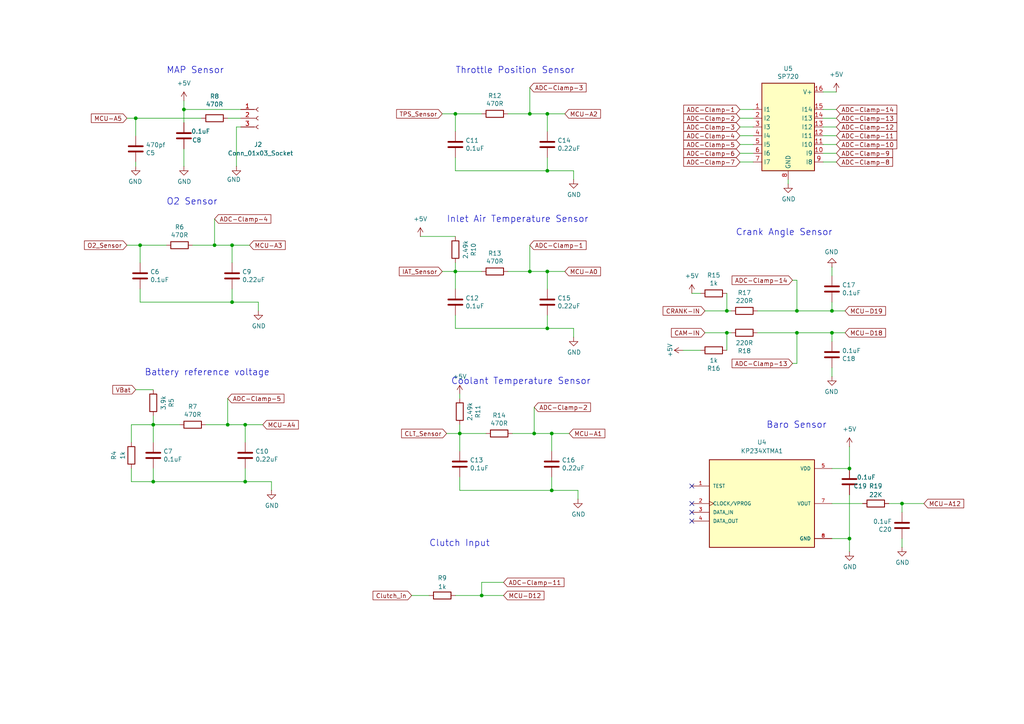
<source format=kicad_sch>
(kicad_sch
	(version 20231120)
	(generator "eeschema")
	(generator_version "8.0")
	(uuid "75f0bf2e-2a39-4ec3-8526-013951adb191")
	(paper "A4")
	(lib_symbols
		(symbol "Connector:Conn_01x03_Socket"
			(pin_names
				(offset 1.016) hide)
			(exclude_from_sim no)
			(in_bom yes)
			(on_board yes)
			(property "Reference" "J"
				(at 0 5.08 0)
				(effects
					(font
						(size 1.27 1.27)
					)
				)
			)
			(property "Value" "Conn_01x03_Socket"
				(at 0 -5.08 0)
				(effects
					(font
						(size 1.27 1.27)
					)
				)
			)
			(property "Footprint" ""
				(at 0 0 0)
				(effects
					(font
						(size 1.27 1.27)
					)
					(hide yes)
				)
			)
			(property "Datasheet" "~"
				(at 0 0 0)
				(effects
					(font
						(size 1.27 1.27)
					)
					(hide yes)
				)
			)
			(property "Description" "Generic connector, single row, 01x03, script generated"
				(at 0 0 0)
				(effects
					(font
						(size 1.27 1.27)
					)
					(hide yes)
				)
			)
			(property "ki_locked" ""
				(at 0 0 0)
				(effects
					(font
						(size 1.27 1.27)
					)
				)
			)
			(property "ki_keywords" "connector"
				(at 0 0 0)
				(effects
					(font
						(size 1.27 1.27)
					)
					(hide yes)
				)
			)
			(property "ki_fp_filters" "Connector*:*_1x??_*"
				(at 0 0 0)
				(effects
					(font
						(size 1.27 1.27)
					)
					(hide yes)
				)
			)
			(symbol "Conn_01x03_Socket_1_1"
				(arc
					(start 0 -2.032)
					(mid -0.5058 -2.54)
					(end 0 -3.048)
					(stroke
						(width 0.1524)
						(type default)
					)
					(fill
						(type none)
					)
				)
				(polyline
					(pts
						(xy -1.27 -2.54) (xy -0.508 -2.54)
					)
					(stroke
						(width 0.1524)
						(type default)
					)
					(fill
						(type none)
					)
				)
				(polyline
					(pts
						(xy -1.27 0) (xy -0.508 0)
					)
					(stroke
						(width 0.1524)
						(type default)
					)
					(fill
						(type none)
					)
				)
				(polyline
					(pts
						(xy -1.27 2.54) (xy -0.508 2.54)
					)
					(stroke
						(width 0.1524)
						(type default)
					)
					(fill
						(type none)
					)
				)
				(arc
					(start 0 0.508)
					(mid -0.5058 0)
					(end 0 -0.508)
					(stroke
						(width 0.1524)
						(type default)
					)
					(fill
						(type none)
					)
				)
				(arc
					(start 0 3.048)
					(mid -0.5058 2.54)
					(end 0 2.032)
					(stroke
						(width 0.1524)
						(type default)
					)
					(fill
						(type none)
					)
				)
				(pin passive line
					(at -5.08 2.54 0)
					(length 3.81)
					(name "Pin_1"
						(effects
							(font
								(size 1.27 1.27)
							)
						)
					)
					(number "1"
						(effects
							(font
								(size 1.27 1.27)
							)
						)
					)
				)
				(pin passive line
					(at -5.08 0 0)
					(length 3.81)
					(name "Pin_2"
						(effects
							(font
								(size 1.27 1.27)
							)
						)
					)
					(number "2"
						(effects
							(font
								(size 1.27 1.27)
							)
						)
					)
				)
				(pin passive line
					(at -5.08 -2.54 0)
					(length 3.81)
					(name "Pin_3"
						(effects
							(font
								(size 1.27 1.27)
							)
						)
					)
					(number "3"
						(effects
							(font
								(size 1.27 1.27)
							)
						)
					)
				)
			)
		)
		(symbol "Device:C"
			(pin_numbers hide)
			(pin_names
				(offset 0.254)
			)
			(exclude_from_sim no)
			(in_bom yes)
			(on_board yes)
			(property "Reference" "C"
				(at 0.635 2.54 0)
				(effects
					(font
						(size 1.27 1.27)
					)
					(justify left)
				)
			)
			(property "Value" "C"
				(at 0.635 -2.54 0)
				(effects
					(font
						(size 1.27 1.27)
					)
					(justify left)
				)
			)
			(property "Footprint" ""
				(at 0.9652 -3.81 0)
				(effects
					(font
						(size 1.27 1.27)
					)
					(hide yes)
				)
			)
			(property "Datasheet" "~"
				(at 0 0 0)
				(effects
					(font
						(size 1.27 1.27)
					)
					(hide yes)
				)
			)
			(property "Description" "Unpolarized capacitor"
				(at 0 0 0)
				(effects
					(font
						(size 1.27 1.27)
					)
					(hide yes)
				)
			)
			(property "ki_keywords" "cap capacitor"
				(at 0 0 0)
				(effects
					(font
						(size 1.27 1.27)
					)
					(hide yes)
				)
			)
			(property "ki_fp_filters" "C_*"
				(at 0 0 0)
				(effects
					(font
						(size 1.27 1.27)
					)
					(hide yes)
				)
			)
			(symbol "C_0_1"
				(polyline
					(pts
						(xy -2.032 -0.762) (xy 2.032 -0.762)
					)
					(stroke
						(width 0.508)
						(type default)
					)
					(fill
						(type none)
					)
				)
				(polyline
					(pts
						(xy -2.032 0.762) (xy 2.032 0.762)
					)
					(stroke
						(width 0.508)
						(type default)
					)
					(fill
						(type none)
					)
				)
			)
			(symbol "C_1_1"
				(pin passive line
					(at 0 3.81 270)
					(length 2.794)
					(name "~"
						(effects
							(font
								(size 1.27 1.27)
							)
						)
					)
					(number "1"
						(effects
							(font
								(size 1.27 1.27)
							)
						)
					)
				)
				(pin passive line
					(at 0 -3.81 90)
					(length 2.794)
					(name "~"
						(effects
							(font
								(size 1.27 1.27)
							)
						)
					)
					(number "2"
						(effects
							(font
								(size 1.27 1.27)
							)
						)
					)
				)
			)
		)
		(symbol "Device:R"
			(pin_numbers hide)
			(pin_names
				(offset 0)
			)
			(exclude_from_sim no)
			(in_bom yes)
			(on_board yes)
			(property "Reference" "R"
				(at 2.032 0 90)
				(effects
					(font
						(size 1.27 1.27)
					)
				)
			)
			(property "Value" "R"
				(at 0 0 90)
				(effects
					(font
						(size 1.27 1.27)
					)
				)
			)
			(property "Footprint" ""
				(at -1.778 0 90)
				(effects
					(font
						(size 1.27 1.27)
					)
					(hide yes)
				)
			)
			(property "Datasheet" "~"
				(at 0 0 0)
				(effects
					(font
						(size 1.27 1.27)
					)
					(hide yes)
				)
			)
			(property "Description" "Resistor"
				(at 0 0 0)
				(effects
					(font
						(size 1.27 1.27)
					)
					(hide yes)
				)
			)
			(property "ki_keywords" "R res resistor"
				(at 0 0 0)
				(effects
					(font
						(size 1.27 1.27)
					)
					(hide yes)
				)
			)
			(property "ki_fp_filters" "R_*"
				(at 0 0 0)
				(effects
					(font
						(size 1.27 1.27)
					)
					(hide yes)
				)
			)
			(symbol "R_0_1"
				(rectangle
					(start -1.016 -2.54)
					(end 1.016 2.54)
					(stroke
						(width 0.254)
						(type default)
					)
					(fill
						(type none)
					)
				)
			)
			(symbol "R_1_1"
				(pin passive line
					(at 0 3.81 270)
					(length 1.27)
					(name "~"
						(effects
							(font
								(size 1.27 1.27)
							)
						)
					)
					(number "1"
						(effects
							(font
								(size 1.27 1.27)
							)
						)
					)
				)
				(pin passive line
					(at 0 -3.81 90)
					(length 1.27)
					(name "~"
						(effects
							(font
								(size 1.27 1.27)
							)
						)
					)
					(number "2"
						(effects
							(font
								(size 1.27 1.27)
							)
						)
					)
				)
			)
		)
		(symbol "miatuino:KP234XTMA1"
			(pin_names
				(offset 1.016)
			)
			(exclude_from_sim no)
			(in_bom yes)
			(on_board yes)
			(property "Reference" "U"
				(at -15.24 13.97 0)
				(effects
					(font
						(size 1.27 1.27)
					)
					(justify left bottom)
				)
			)
			(property "Value" "KP234XTMA1"
				(at -15.24 -15.24 0)
				(effects
					(font
						(size 1.27 1.27)
					)
					(justify left bottom)
				)
			)
			(property "Footprint" "KP234XTMA1:XDCR_KP234XTMA1"
				(at 0 0 0)
				(effects
					(font
						(size 1.27 1.27)
					)
					(justify bottom)
					(hide yes)
				)
			)
			(property "Datasheet" ""
				(at 0 0 0)
				(effects
					(font
						(size 1.27 1.27)
					)
					(hide yes)
				)
			)
			(property "Description" ""
				(at 0 0 0)
				(effects
					(font
						(size 1.27 1.27)
					)
					(hide yes)
				)
			)
			(property "MF" "Infineon Technologies"
				(at 0 0 0)
				(effects
					(font
						(size 1.27 1.27)
					)
					(justify bottom)
					(hide yes)
				)
			)
			(property "Description_1" "\n                        \n                            The KP234 is a miniaturized Analog Barometric Air Pressure Sensor IC based on a capacitive principle.\n                        \n"
				(at 0 0 0)
				(effects
					(font
						(size 1.27 1.27)
					)
					(justify bottom)
					(hide yes)
				)
			)
			(property "Package" "SMD-8 Infineon Technologies"
				(at 0 0 0)
				(effects
					(font
						(size 1.27 1.27)
					)
					(justify bottom)
					(hide yes)
				)
			)
			(property "Price" "None"
				(at 0 0 0)
				(effects
					(font
						(size 1.27 1.27)
					)
					(justify bottom)
					(hide yes)
				)
			)
			(property "STANDARD" "Manufacturer Recommendations"
				(at 0 0 0)
				(effects
					(font
						(size 1.27 1.27)
					)
					(justify bottom)
					(hide yes)
				)
			)
			(property "PARTREV" "1.0"
				(at 0 0 0)
				(effects
					(font
						(size 1.27 1.27)
					)
					(justify bottom)
					(hide yes)
				)
			)
			(property "SnapEDA_Link" "https://www.snapeda.com/parts/KP234XTMA1/Infineon/view-part/?ref=snap"
				(at 0 0 0)
				(effects
					(font
						(size 1.27 1.27)
					)
					(justify bottom)
					(hide yes)
				)
			)
			(property "MP" "KP234XTMA1"
				(at 0 0 0)
				(effects
					(font
						(size 1.27 1.27)
					)
					(justify bottom)
					(hide yes)
				)
			)
			(property "Availability" "In Stock"
				(at 0 0 0)
				(effects
					(font
						(size 1.27 1.27)
					)
					(justify bottom)
					(hide yes)
				)
			)
			(property "Check_prices" "https://www.snapeda.com/parts/KP234XTMA1/Infineon/view-part/?ref=eda"
				(at 0 0 0)
				(effects
					(font
						(size 1.27 1.27)
					)
					(justify bottom)
					(hide yes)
				)
			)
			(symbol "KP234XTMA1_0_0"
				(rectangle
					(start -15.24 -12.7)
					(end 15.24 12.7)
					(stroke
						(width 0.254)
						(type default)
					)
					(fill
						(type background)
					)
				)
				(pin input line
					(at -20.32 5.08 0)
					(length 5.08)
					(name "TEST"
						(effects
							(font
								(size 1.016 1.016)
							)
						)
					)
					(number "1"
						(effects
							(font
								(size 1.016 1.016)
							)
						)
					)
				)
				(pin input clock
					(at -20.32 0 0)
					(length 5.08)
					(name "CLOCK/VPROG"
						(effects
							(font
								(size 1.016 1.016)
							)
						)
					)
					(number "2"
						(effects
							(font
								(size 1.016 1.016)
							)
						)
					)
				)
				(pin input line
					(at -20.32 -2.54 0)
					(length 5.08)
					(name "DATA_IN"
						(effects
							(font
								(size 1.016 1.016)
							)
						)
					)
					(number "3"
						(effects
							(font
								(size 1.016 1.016)
							)
						)
					)
				)
				(pin output line
					(at -20.32 -5.08 0)
					(length 5.08)
					(name "DATA_OUT"
						(effects
							(font
								(size 1.016 1.016)
							)
						)
					)
					(number "4"
						(effects
							(font
								(size 1.016 1.016)
							)
						)
					)
				)
				(pin power_in line
					(at 20.32 10.16 180)
					(length 5.08)
					(name "VDD"
						(effects
							(font
								(size 1.016 1.016)
							)
						)
					)
					(number "5"
						(effects
							(font
								(size 1.016 1.016)
							)
						)
					)
				)
				(pin power_in line
					(at 20.32 -10.16 180)
					(length 5.08)
					(name "GND"
						(effects
							(font
								(size 1.016 1.016)
							)
						)
					)
					(number "6"
						(effects
							(font
								(size 1.016 1.016)
							)
						)
					)
				)
				(pin output line
					(at 20.32 0 180)
					(length 5.08)
					(name "VOUT"
						(effects
							(font
								(size 1.016 1.016)
							)
						)
					)
					(number "7"
						(effects
							(font
								(size 1.016 1.016)
							)
						)
					)
				)
				(pin power_in line
					(at 20.32 -10.16 180)
					(length 5.08)
					(name "GND"
						(effects
							(font
								(size 1.016 1.016)
							)
						)
					)
					(number "8"
						(effects
							(font
								(size 1.016 1.016)
							)
						)
					)
				)
			)
		)
		(symbol "power:+5V"
			(power)
			(pin_numbers hide)
			(pin_names
				(offset 0) hide)
			(exclude_from_sim no)
			(in_bom yes)
			(on_board yes)
			(property "Reference" "#PWR"
				(at 0 -3.81 0)
				(effects
					(font
						(size 1.27 1.27)
					)
					(hide yes)
				)
			)
			(property "Value" "+5V"
				(at 0 3.556 0)
				(effects
					(font
						(size 1.27 1.27)
					)
				)
			)
			(property "Footprint" ""
				(at 0 0 0)
				(effects
					(font
						(size 1.27 1.27)
					)
					(hide yes)
				)
			)
			(property "Datasheet" ""
				(at 0 0 0)
				(effects
					(font
						(size 1.27 1.27)
					)
					(hide yes)
				)
			)
			(property "Description" "Power symbol creates a global label with name \"+5V\""
				(at 0 0 0)
				(effects
					(font
						(size 1.27 1.27)
					)
					(hide yes)
				)
			)
			(property "ki_keywords" "global power"
				(at 0 0 0)
				(effects
					(font
						(size 1.27 1.27)
					)
					(hide yes)
				)
			)
			(symbol "+5V_0_1"
				(polyline
					(pts
						(xy -0.762 1.27) (xy 0 2.54)
					)
					(stroke
						(width 0)
						(type default)
					)
					(fill
						(type none)
					)
				)
				(polyline
					(pts
						(xy 0 0) (xy 0 2.54)
					)
					(stroke
						(width 0)
						(type default)
					)
					(fill
						(type none)
					)
				)
				(polyline
					(pts
						(xy 0 2.54) (xy 0.762 1.27)
					)
					(stroke
						(width 0)
						(type default)
					)
					(fill
						(type none)
					)
				)
			)
			(symbol "+5V_1_1"
				(pin power_in line
					(at 0 0 90)
					(length 0)
					(name "~"
						(effects
							(font
								(size 1.27 1.27)
							)
						)
					)
					(number "1"
						(effects
							(font
								(size 1.27 1.27)
							)
						)
					)
				)
			)
		)
		(symbol "power:GND"
			(power)
			(pin_numbers hide)
			(pin_names
				(offset 0) hide)
			(exclude_from_sim no)
			(in_bom yes)
			(on_board yes)
			(property "Reference" "#PWR"
				(at 0 -6.35 0)
				(effects
					(font
						(size 1.27 1.27)
					)
					(hide yes)
				)
			)
			(property "Value" "GND"
				(at 0 -3.81 0)
				(effects
					(font
						(size 1.27 1.27)
					)
				)
			)
			(property "Footprint" ""
				(at 0 0 0)
				(effects
					(font
						(size 1.27 1.27)
					)
					(hide yes)
				)
			)
			(property "Datasheet" ""
				(at 0 0 0)
				(effects
					(font
						(size 1.27 1.27)
					)
					(hide yes)
				)
			)
			(property "Description" "Power symbol creates a global label with name \"GND\" , ground"
				(at 0 0 0)
				(effects
					(font
						(size 1.27 1.27)
					)
					(hide yes)
				)
			)
			(property "ki_keywords" "global power"
				(at 0 0 0)
				(effects
					(font
						(size 1.27 1.27)
					)
					(hide yes)
				)
			)
			(symbol "GND_0_1"
				(polyline
					(pts
						(xy 0 0) (xy 0 -1.27) (xy 1.27 -1.27) (xy 0 -2.54) (xy -1.27 -1.27) (xy 0 -1.27)
					)
					(stroke
						(width 0)
						(type default)
					)
					(fill
						(type none)
					)
				)
			)
			(symbol "GND_1_1"
				(pin power_in line
					(at 0 0 270)
					(length 0)
					(name "~"
						(effects
							(font
								(size 1.27 1.27)
							)
						)
					)
					(number "1"
						(effects
							(font
								(size 1.27 1.27)
							)
						)
					)
				)
			)
		)
		(symbol "sp720-ic_automotive:SP720-IC_Automotive"
			(exclude_from_sim no)
			(in_bom yes)
			(on_board yes)
			(property "Reference" "U"
				(at 0 15.875 0)
				(effects
					(font
						(size 1.27 1.27)
					)
				)
			)
			(property "Value" "IC_Automotive_SP720"
				(at 0 13.97 0)
				(effects
					(font
						(size 1.27 1.27)
					)
				)
			)
			(property "Footprint" "Package_SO:SOIC-16_3.9x9.9mm_P1.27mm"
				(at 1.27 -13.97 0)
				(effects
					(font
						(size 1.27 1.27)
					)
					(justify left)
					(hide yes)
				)
			)
			(property "Datasheet" ""
				(at 2.54 -5.08 0)
				(effects
					(font
						(size 1.27 1.27)
					)
					(hide yes)
				)
			)
			(property "Description" ""
				(at 0 0 0)
				(effects
					(font
						(size 1.27 1.27)
					)
					(hide yes)
				)
			)
			(property "ki_fp_filters" "DIP*W7.62mm* SOIC*3.9x9.9mm*P1.27mm* SSOP*4.4x5.2mm*P0.65mm* TSSOP*4.4x5mm*P0.65mm* SOIC*W*5.3x10.2mm*P1.27mm*"
				(at 0 0 0)
				(effects
					(font
						(size 1.27 1.27)
					)
					(hide yes)
				)
			)
			(symbol "SP720-IC_Automotive_0_1"
				(rectangle
					(start -7.62 -12.7)
					(end 7.62 12.7)
					(stroke
						(width 0.254)
						(type solid)
					)
					(fill
						(type background)
					)
				)
			)
			(symbol "SP720-IC_Automotive_1_1"
				(pin input line
					(at -10.16 5.08 0)
					(length 2.54)
					(name "I1"
						(effects
							(font
								(size 1.27 1.27)
							)
						)
					)
					(number "1"
						(effects
							(font
								(size 1.27 1.27)
							)
						)
					)
				)
				(pin input line
					(at 10.16 -7.62 180)
					(length 2.54)
					(name "I9"
						(effects
							(font
								(size 1.27 1.27)
							)
						)
					)
					(number "10"
						(effects
							(font
								(size 1.27 1.27)
							)
						)
					)
				)
				(pin input line
					(at 10.16 -5.08 180)
					(length 2.54)
					(name "I10"
						(effects
							(font
								(size 1.27 1.27)
							)
						)
					)
					(number "11"
						(effects
							(font
								(size 1.27 1.27)
							)
						)
					)
				)
				(pin input line
					(at 10.16 -2.54 180)
					(length 2.54)
					(name "I11"
						(effects
							(font
								(size 1.27 1.27)
							)
						)
					)
					(number "12"
						(effects
							(font
								(size 1.27 1.27)
							)
						)
					)
				)
				(pin input line
					(at 10.16 0 180)
					(length 2.54)
					(name "I12"
						(effects
							(font
								(size 1.27 1.27)
							)
						)
					)
					(number "13"
						(effects
							(font
								(size 1.27 1.27)
							)
						)
					)
				)
				(pin open_collector line
					(at 10.16 2.54 180)
					(length 2.54)
					(name "I13"
						(effects
							(font
								(size 1.27 1.27)
							)
						)
					)
					(number "14"
						(effects
							(font
								(size 1.27 1.27)
							)
						)
					)
				)
				(pin input line
					(at 10.16 5.08 180)
					(length 2.54)
					(name "I14"
						(effects
							(font
								(size 1.27 1.27)
							)
						)
					)
					(number "15"
						(effects
							(font
								(size 1.27 1.27)
							)
						)
					)
				)
				(pin power_in line
					(at 10.16 10.16 180)
					(length 2.54)
					(name "V+"
						(effects
							(font
								(size 1.27 1.27)
							)
						)
					)
					(number "16"
						(effects
							(font
								(size 1.27 1.27)
							)
						)
					)
				)
				(pin input line
					(at -10.16 2.54 0)
					(length 2.54)
					(name "I2"
						(effects
							(font
								(size 1.27 1.27)
							)
						)
					)
					(number "2"
						(effects
							(font
								(size 1.27 1.27)
							)
						)
					)
				)
				(pin input line
					(at -10.16 0 0)
					(length 2.54)
					(name "I3"
						(effects
							(font
								(size 1.27 1.27)
							)
						)
					)
					(number "3"
						(effects
							(font
								(size 1.27 1.27)
							)
						)
					)
				)
				(pin input line
					(at -10.16 -2.54 0)
					(length 2.54)
					(name "I4"
						(effects
							(font
								(size 1.27 1.27)
							)
						)
					)
					(number "4"
						(effects
							(font
								(size 1.27 1.27)
							)
						)
					)
				)
				(pin input line
					(at -10.16 -5.08 0)
					(length 2.54)
					(name "I5"
						(effects
							(font
								(size 1.27 1.27)
							)
						)
					)
					(number "5"
						(effects
							(font
								(size 1.27 1.27)
							)
						)
					)
				)
				(pin input line
					(at -10.16 -7.62 0)
					(length 2.54)
					(name "I6"
						(effects
							(font
								(size 1.27 1.27)
							)
						)
					)
					(number "6"
						(effects
							(font
								(size 1.27 1.27)
							)
						)
					)
				)
				(pin input line
					(at -10.16 -10.16 0)
					(length 2.54)
					(name "I7"
						(effects
							(font
								(size 1.27 1.27)
							)
						)
					)
					(number "7"
						(effects
							(font
								(size 1.27 1.27)
							)
						)
					)
				)
				(pin power_in line
					(at 0 -15.24 90)
					(length 2.54)
					(name "GND"
						(effects
							(font
								(size 1.27 1.27)
							)
						)
					)
					(number "8"
						(effects
							(font
								(size 1.27 1.27)
							)
						)
					)
				)
				(pin input line
					(at 10.16 -10.16 180)
					(length 2.54)
					(name "I8"
						(effects
							(font
								(size 1.27 1.27)
							)
						)
					)
					(number "9"
						(effects
							(font
								(size 1.27 1.27)
							)
						)
					)
				)
			)
		)
	)
	(junction
		(at 62.23 71.12)
		(diameter 0)
		(color 0 0 0 0)
		(uuid "0b95a085-b18e-4476-86d5-7991b612caf7")
	)
	(junction
		(at 153.67 78.74)
		(diameter 0)
		(color 0 0 0 0)
		(uuid "21018426-d557-4a9a-85ff-ee0ae2b3201f")
	)
	(junction
		(at 139.7 172.72)
		(diameter 0)
		(color 0 0 0 0)
		(uuid "23bed410-caf1-4cf4-81da-883138e6c078")
	)
	(junction
		(at 44.45 123.19)
		(diameter 0)
		(color 0 0 0 0)
		(uuid "2d165b0e-5807-4f3e-a531-68c4f5374af0")
	)
	(junction
		(at 132.08 78.74)
		(diameter 0)
		(color 0 0 0 0)
		(uuid "305131f0-7d7c-40d0-aa69-1546e888537a")
	)
	(junction
		(at 210.82 96.52)
		(diameter 0)
		(color 0 0 0 0)
		(uuid "3258c93e-c0db-4011-9937-072084b5d2b1")
	)
	(junction
		(at 44.45 139.7)
		(diameter 0)
		(color 0 0 0 0)
		(uuid "33385bfc-7642-4877-a073-89d91a9a0016")
	)
	(junction
		(at 158.75 49.53)
		(diameter 0)
		(color 0 0 0 0)
		(uuid "36f22c57-b24f-4bab-b431-4c9db885a509")
	)
	(junction
		(at 160.02 142.24)
		(diameter 0)
		(color 0 0 0 0)
		(uuid "534ea048-67fe-45e8-bb9d-8030171445c6")
	)
	(junction
		(at 67.31 71.12)
		(diameter 0)
		(color 0 0 0 0)
		(uuid "59df5529-22ee-4f88-9183-0d1ee782189e")
	)
	(junction
		(at 40.64 71.12)
		(diameter 0)
		(color 0 0 0 0)
		(uuid "5e547490-9bce-43ef-8994-486146a90ae4")
	)
	(junction
		(at 210.82 90.17)
		(diameter 0)
		(color 0 0 0 0)
		(uuid "667fbff1-56ad-467b-a164-59c1f57131ba")
	)
	(junction
		(at 158.75 95.25)
		(diameter 0)
		(color 0 0 0 0)
		(uuid "6b737a79-a9c8-42d9-bea9-cf9f74a93ad5")
	)
	(junction
		(at 261.62 146.05)
		(diameter 0)
		(color 0 0 0 0)
		(uuid "70742d61-a617-4a92-bdc0-c776149a3de5")
	)
	(junction
		(at 158.75 78.74)
		(diameter 0)
		(color 0 0 0 0)
		(uuid "756f68f1-c19a-4df4-bdf6-6e4c5716a083")
	)
	(junction
		(at 71.12 123.19)
		(diameter 0)
		(color 0 0 0 0)
		(uuid "8ae56855-f491-4769-b20a-565bd43ca9dd")
	)
	(junction
		(at 67.31 87.63)
		(diameter 0)
		(color 0 0 0 0)
		(uuid "8b689104-e4ab-4c2f-8874-5f0841bb2cc4")
	)
	(junction
		(at 71.12 139.7)
		(diameter 0)
		(color 0 0 0 0)
		(uuid "8e77c847-0401-4c1b-a576-a1ee95da3cf3")
	)
	(junction
		(at 132.08 33.02)
		(diameter 0)
		(color 0 0 0 0)
		(uuid "97dff3a5-e305-410a-87e5-f391190914e4")
	)
	(junction
		(at 133.35 125.73)
		(diameter 0)
		(color 0 0 0 0)
		(uuid "9d341385-e912-4a78-ac7c-24f7dd1b8525")
	)
	(junction
		(at 158.75 33.02)
		(diameter 0)
		(color 0 0 0 0)
		(uuid "a6ffbd35-649d-4702-b0e0-108122c6f53f")
	)
	(junction
		(at 231.14 90.17)
		(diameter 0)
		(color 0 0 0 0)
		(uuid "ac5a258c-3a7c-46e6-9d08-b8bc9d87cc9d")
	)
	(junction
		(at 39.37 34.29)
		(diameter 0)
		(color 0 0 0 0)
		(uuid "b7f1fb99-ae2c-4904-bc1f-4b06062820b1")
	)
	(junction
		(at 241.3 90.17)
		(diameter 0)
		(color 0 0 0 0)
		(uuid "c0b9a9c8-ef0a-4aec-92f1-015144d89292")
	)
	(junction
		(at 154.94 125.73)
		(diameter 0)
		(color 0 0 0 0)
		(uuid "c8454073-9d00-4749-8725-2210588d4030")
	)
	(junction
		(at 231.14 96.52)
		(diameter 0)
		(color 0 0 0 0)
		(uuid "cdeef96a-6178-413c-a6d8-3ba74cc05f6d")
	)
	(junction
		(at 246.38 135.89)
		(diameter 0)
		(color 0 0 0 0)
		(uuid "d5ce0997-c0cd-4e5f-b8d4-c196bcc0bd97")
	)
	(junction
		(at 153.67 33.02)
		(diameter 0)
		(color 0 0 0 0)
		(uuid "ddc65b4c-c109-4a48-93c2-cfad10738075")
	)
	(junction
		(at 66.04 123.19)
		(diameter 0)
		(color 0 0 0 0)
		(uuid "ddfe0f89-1f70-46f0-b753-f08b7acda038")
	)
	(junction
		(at 160.02 125.73)
		(diameter 0)
		(color 0 0 0 0)
		(uuid "e0812444-2b75-4c50-af83-4231e6e63ce7")
	)
	(junction
		(at 241.3 96.52)
		(diameter 0)
		(color 0 0 0 0)
		(uuid "ed64f9a9-0490-404e-9572-30bb579ea933")
	)
	(junction
		(at 53.34 31.75)
		(diameter 0)
		(color 0 0 0 0)
		(uuid "f10489c8-5ae3-43e0-9393-8e1defd888f4")
	)
	(junction
		(at 246.38 156.21)
		(diameter 0)
		(color 0 0 0 0)
		(uuid "f8525d8d-dc5c-4be4-b610-e33a8c2636e7")
	)
	(no_connect
		(at 200.66 151.13)
		(uuid "8354c94a-789e-475a-9bad-91f667542461")
	)
	(no_connect
		(at 200.66 148.59)
		(uuid "9bb224ce-f970-459a-ac75-bd743def9102")
	)
	(no_connect
		(at 200.66 140.97)
		(uuid "b7d45bf8-a4b3-4b40-b7ab-e674c9fd2e36")
	)
	(no_connect
		(at 200.66 146.05)
		(uuid "ebea3e13-1c63-45e4-8d56-69bd24f48fc0")
	)
	(wire
		(pts
			(xy 228.6 53.34) (xy 228.6 52.07)
		)
		(stroke
			(width 0)
			(type default)
		)
		(uuid "023ddd00-cf3a-4483-99dc-907e37ba0282")
	)
	(wire
		(pts
			(xy 210.82 96.52) (xy 212.09 96.52)
		)
		(stroke
			(width 0)
			(type default)
		)
		(uuid "025010d1-847e-4a56-b3b9-dde3d2e8e302")
	)
	(wire
		(pts
			(xy 39.37 34.29) (xy 39.37 39.37)
		)
		(stroke
			(width 0)
			(type default)
		)
		(uuid "09132183-3d1b-4bd7-a839-52e73327deae")
	)
	(wire
		(pts
			(xy 166.37 95.25) (xy 166.37 97.79)
		)
		(stroke
			(width 0)
			(type default)
		)
		(uuid "0a0ebbe1-a1a3-4418-ba1f-e7daf2353099")
	)
	(wire
		(pts
			(xy 158.75 78.74) (xy 158.75 83.82)
		)
		(stroke
			(width 0)
			(type default)
		)
		(uuid "0d3491a5-5340-41b5-bd16-54fdd85b8f8f")
	)
	(wire
		(pts
			(xy 133.35 115.57) (xy 133.35 114.3)
		)
		(stroke
			(width 0)
			(type default)
		)
		(uuid "0ef5fc29-907e-414f-bebe-a2ed36a7d04e")
	)
	(wire
		(pts
			(xy 132.08 45.72) (xy 132.08 49.53)
		)
		(stroke
			(width 0)
			(type default)
		)
		(uuid "103afc35-bd83-41d6-8c45-6bd22c59a990")
	)
	(wire
		(pts
			(xy 198.12 101.6) (xy 203.2 101.6)
		)
		(stroke
			(width 0)
			(type default)
		)
		(uuid "106283cf-a5eb-4d99-997d-1e0fa24e2239")
	)
	(wire
		(pts
			(xy 133.35 130.81) (xy 133.35 125.73)
		)
		(stroke
			(width 0)
			(type default)
		)
		(uuid "10b803d3-5930-422d-aa22-d51f16b5900a")
	)
	(wire
		(pts
			(xy 38.1 128.27) (xy 38.1 123.19)
		)
		(stroke
			(width 0)
			(type default)
		)
		(uuid "1157c56b-c8bf-4712-a82a-548889a45f17")
	)
	(wire
		(pts
			(xy 121.92 68.58) (xy 132.08 68.58)
		)
		(stroke
			(width 0)
			(type default)
		)
		(uuid "13e66d5e-f379-44e7-afed-97fe3851af5a")
	)
	(wire
		(pts
			(xy 36.83 34.29) (xy 39.37 34.29)
		)
		(stroke
			(width 0)
			(type default)
		)
		(uuid "1448ddff-80b3-4987-a4b9-6b0d8944385b")
	)
	(wire
		(pts
			(xy 53.34 31.75) (xy 53.34 35.56)
		)
		(stroke
			(width 0)
			(type default)
		)
		(uuid "17306a43-c571-4805-bdf7-5690d8f6d36e")
	)
	(wire
		(pts
			(xy 231.14 105.41) (xy 231.14 96.52)
		)
		(stroke
			(width 0)
			(type default)
		)
		(uuid "1791293b-88dd-4f1f-b079-72aa60a10869")
	)
	(wire
		(pts
			(xy 160.02 125.73) (xy 160.02 130.81)
		)
		(stroke
			(width 0)
			(type default)
		)
		(uuid "1935b05e-1bbe-4571-8e85-e20b2be2198e")
	)
	(wire
		(pts
			(xy 67.31 83.82) (xy 67.31 87.63)
		)
		(stroke
			(width 0)
			(type default)
		)
		(uuid "19a453ec-d81f-4287-8858-a91cfc02511d")
	)
	(wire
		(pts
			(xy 242.57 26.67) (xy 238.76 26.67)
		)
		(stroke
			(width 0)
			(type default)
		)
		(uuid "1ae38635-c465-40a7-b91c-d54d2e83c127")
	)
	(wire
		(pts
			(xy 160.02 138.43) (xy 160.02 142.24)
		)
		(stroke
			(width 0)
			(type default)
		)
		(uuid "1f3739c4-42ab-469a-ac24-126e166fe336")
	)
	(wire
		(pts
			(xy 39.37 34.29) (xy 58.42 34.29)
		)
		(stroke
			(width 0)
			(type default)
		)
		(uuid "2002228f-c02a-401e-9fd1-abb4a23c4cc6")
	)
	(wire
		(pts
			(xy 133.35 142.24) (xy 160.02 142.24)
		)
		(stroke
			(width 0)
			(type default)
		)
		(uuid "219323bf-5438-40f1-baf7-419267a4b070")
	)
	(wire
		(pts
			(xy 44.45 123.19) (xy 52.07 123.19)
		)
		(stroke
			(width 0)
			(type default)
		)
		(uuid "245acb4c-d42a-41e6-94a5-c4525ec62e78")
	)
	(wire
		(pts
			(xy 210.82 85.09) (xy 210.82 90.17)
		)
		(stroke
			(width 0)
			(type default)
		)
		(uuid "2675af4c-01a1-49f6-a39e-986d589c1942")
	)
	(wire
		(pts
			(xy 139.7 172.72) (xy 146.05 172.72)
		)
		(stroke
			(width 0)
			(type default)
		)
		(uuid "2730bd10-bdaf-40c6-965a-ad5dc0771088")
	)
	(wire
		(pts
			(xy 229.87 81.28) (xy 231.14 81.28)
		)
		(stroke
			(width 0)
			(type default)
		)
		(uuid "28a64b8b-ef09-4ff9-9fe0-eabe0502f047")
	)
	(wire
		(pts
			(xy 158.75 49.53) (xy 166.37 49.53)
		)
		(stroke
			(width 0)
			(type default)
		)
		(uuid "2c80081d-4676-469f-a620-525e1fd5240e")
	)
	(wire
		(pts
			(xy 55.88 71.12) (xy 62.23 71.12)
		)
		(stroke
			(width 0)
			(type default)
		)
		(uuid "2d29620a-320d-4a50-8b47-4395e0394383")
	)
	(wire
		(pts
			(xy 238.76 44.45) (xy 242.57 44.45)
		)
		(stroke
			(width 0)
			(type default)
		)
		(uuid "2e258788-49ee-4857-ad13-387b4ecffc31")
	)
	(wire
		(pts
			(xy 242.57 31.75) (xy 238.76 31.75)
		)
		(stroke
			(width 0)
			(type default)
		)
		(uuid "302a465c-d57f-49a2-9fe5-488a6e068254")
	)
	(wire
		(pts
			(xy 132.08 95.25) (xy 158.75 95.25)
		)
		(stroke
			(width 0)
			(type default)
		)
		(uuid "3393b547-0a8d-42f5-a99b-41bd8c291010")
	)
	(wire
		(pts
			(xy 39.37 113.03) (xy 44.45 113.03)
		)
		(stroke
			(width 0)
			(type default)
		)
		(uuid "34cbd500-61da-4341-8a12-39e5a5775c44")
	)
	(wire
		(pts
			(xy 40.64 71.12) (xy 48.26 71.12)
		)
		(stroke
			(width 0)
			(type default)
		)
		(uuid "37bed833-5d45-42f0-a5e1-4b0381ea1880")
	)
	(wire
		(pts
			(xy 132.08 49.53) (xy 158.75 49.53)
		)
		(stroke
			(width 0)
			(type default)
		)
		(uuid "3d927c07-6ee8-4ad5-a379-bd09bf3201fb")
	)
	(wire
		(pts
			(xy 72.39 71.12) (xy 67.31 71.12)
		)
		(stroke
			(width 0)
			(type default)
		)
		(uuid "40984d5d-cebd-4b30-afcf-8e92d9d691f1")
	)
	(wire
		(pts
			(xy 132.08 83.82) (xy 132.08 78.74)
		)
		(stroke
			(width 0)
			(type default)
		)
		(uuid "413048bf-0f87-404e-95f2-6daca80c8f69")
	)
	(wire
		(pts
			(xy 132.08 91.44) (xy 132.08 95.25)
		)
		(stroke
			(width 0)
			(type default)
		)
		(uuid "4195b39e-dffd-40a4-9a6c-d6ec8acd5ecc")
	)
	(wire
		(pts
			(xy 71.12 123.19) (xy 71.12 128.27)
		)
		(stroke
			(width 0)
			(type default)
		)
		(uuid "4492e2e1-b969-40af-bcc7-e0948b405a2b")
	)
	(wire
		(pts
			(xy 210.82 90.17) (xy 212.09 90.17)
		)
		(stroke
			(width 0)
			(type default)
		)
		(uuid "474887ae-b7db-44dd-84c7-b0c5969914ec")
	)
	(wire
		(pts
			(xy 132.08 38.1) (xy 132.08 33.02)
		)
		(stroke
			(width 0)
			(type default)
		)
		(uuid "49ee6511-746a-4c58-8554-3602e8288299")
	)
	(wire
		(pts
			(xy 53.34 43.18) (xy 53.34 48.26)
		)
		(stroke
			(width 0)
			(type default)
		)
		(uuid "4ca54bbf-62f0-47d7-833c-5856576e08b6")
	)
	(wire
		(pts
			(xy 218.44 44.45) (xy 214.63 44.45)
		)
		(stroke
			(width 0)
			(type default)
		)
		(uuid "5085f7ba-25a1-4b72-9058-16696ea58132")
	)
	(wire
		(pts
			(xy 160.02 142.24) (xy 167.64 142.24)
		)
		(stroke
			(width 0)
			(type default)
		)
		(uuid "52260e1b-fb6b-4376-8ad4-1657c8077a59")
	)
	(wire
		(pts
			(xy 68.58 48.26) (xy 68.58 36.83)
		)
		(stroke
			(width 0)
			(type default)
		)
		(uuid "527d352e-b029-44d1-9242-ccf8a67067f8")
	)
	(wire
		(pts
			(xy 214.63 31.75) (xy 218.44 31.75)
		)
		(stroke
			(width 0)
			(type default)
		)
		(uuid "52847b24-1623-47a2-a4d1-1e34e0a73ef4")
	)
	(wire
		(pts
			(xy 154.94 118.11) (xy 154.94 125.73)
		)
		(stroke
			(width 0)
			(type default)
		)
		(uuid "532fe872-ca41-4d9b-b0a1-3f5fdd24dd2e")
	)
	(wire
		(pts
			(xy 153.67 78.74) (xy 158.75 78.74)
		)
		(stroke
			(width 0)
			(type default)
		)
		(uuid "55171a8c-8ae8-4c98-adfb-27a641fd0740")
	)
	(wire
		(pts
			(xy 242.57 46.99) (xy 238.76 46.99)
		)
		(stroke
			(width 0)
			(type default)
		)
		(uuid "5ea77ec6-51a2-4846-9250-63b7c7275022")
	)
	(wire
		(pts
			(xy 214.63 41.91) (xy 218.44 41.91)
		)
		(stroke
			(width 0)
			(type default)
		)
		(uuid "5fc9cec9-4620-4182-8122-0f92c74f557f")
	)
	(wire
		(pts
			(xy 133.35 125.73) (xy 140.97 125.73)
		)
		(stroke
			(width 0)
			(type default)
		)
		(uuid "608c8304-826b-4d29-9ca5-76956841168a")
	)
	(wire
		(pts
			(xy 139.7 168.91) (xy 139.7 172.72)
		)
		(stroke
			(width 0)
			(type default)
		)
		(uuid "611b9e4f-047e-41d7-a2c6-c413bbe00034")
	)
	(wire
		(pts
			(xy 246.38 160.02) (xy 246.38 156.21)
		)
		(stroke
			(width 0)
			(type default)
		)
		(uuid "6191229f-569f-4dd9-ab6c-e924df74144b")
	)
	(wire
		(pts
			(xy 219.71 96.52) (xy 231.14 96.52)
		)
		(stroke
			(width 0)
			(type default)
		)
		(uuid "6474b2b1-b3a9-4ea8-8d2b-bbe1c01299ee")
	)
	(wire
		(pts
			(xy 133.35 123.19) (xy 133.35 125.73)
		)
		(stroke
			(width 0)
			(type default)
		)
		(uuid "647fb8c8-9467-463b-8e22-1739f443aec9")
	)
	(wire
		(pts
			(xy 246.38 143.51) (xy 246.38 156.21)
		)
		(stroke
			(width 0)
			(type default)
		)
		(uuid "6481c9ec-4e27-4f95-9dd0-bec21747b082")
	)
	(wire
		(pts
			(xy 154.94 125.73) (xy 160.02 125.73)
		)
		(stroke
			(width 0)
			(type default)
		)
		(uuid "6e4ae5ac-f424-4c9a-9104-ece28c9be934")
	)
	(wire
		(pts
			(xy 229.87 105.41) (xy 231.14 105.41)
		)
		(stroke
			(width 0)
			(type default)
		)
		(uuid "70a75b22-d596-4295-b773-2879a8c528e5")
	)
	(wire
		(pts
			(xy 36.83 71.12) (xy 40.64 71.12)
		)
		(stroke
			(width 0)
			(type default)
		)
		(uuid "70f259d1-02cf-43bb-9903-6f53ec8a58c8")
	)
	(wire
		(pts
			(xy 246.38 156.21) (xy 241.3 156.21)
		)
		(stroke
			(width 0)
			(type default)
		)
		(uuid "720dd44e-455a-4fca-ac5a-4e07033d7710")
	)
	(wire
		(pts
			(xy 165.1 125.73) (xy 160.02 125.73)
		)
		(stroke
			(width 0)
			(type default)
		)
		(uuid "7759f0aa-1e7b-46d6-93a0-db5781ca743b")
	)
	(wire
		(pts
			(xy 147.32 78.74) (xy 153.67 78.74)
		)
		(stroke
			(width 0)
			(type default)
		)
		(uuid "77779d78-94f6-42a2-b847-409d72ffd069")
	)
	(wire
		(pts
			(xy 62.23 63.5) (xy 62.23 71.12)
		)
		(stroke
			(width 0)
			(type default)
		)
		(uuid "793accaf-e881-45f1-817c-4698e7690f87")
	)
	(wire
		(pts
			(xy 153.67 33.02) (xy 158.75 33.02)
		)
		(stroke
			(width 0)
			(type default)
		)
		(uuid "7a5ecf40-1507-43da-a870-6367272a3826")
	)
	(wire
		(pts
			(xy 257.81 146.05) (xy 261.62 146.05)
		)
		(stroke
			(width 0)
			(type default)
		)
		(uuid "7ca3a202-60cb-46bd-a9ca-60d06683a024")
	)
	(wire
		(pts
			(xy 40.64 76.2) (xy 40.64 71.12)
		)
		(stroke
			(width 0)
			(type default)
		)
		(uuid "7d38671f-a614-47ad-abeb-96ac2ed343ad")
	)
	(wire
		(pts
			(xy 66.04 34.29) (xy 69.85 34.29)
		)
		(stroke
			(width 0)
			(type default)
		)
		(uuid "7e0ff518-9cbb-4807-9ecc-d373da8e84ca")
	)
	(wire
		(pts
			(xy 241.3 77.47) (xy 241.3 80.01)
		)
		(stroke
			(width 0)
			(type default)
		)
		(uuid "7f71adfa-12da-419a-84ae-12991ecba20c")
	)
	(wire
		(pts
			(xy 44.45 139.7) (xy 71.12 139.7)
		)
		(stroke
			(width 0)
			(type default)
		)
		(uuid "7fc8be0f-6f4c-4694-8056-e4a127147b9b")
	)
	(wire
		(pts
			(xy 71.12 135.89) (xy 71.12 139.7)
		)
		(stroke
			(width 0)
			(type default)
		)
		(uuid "81df8dbc-f54b-4357-baa0-6568a79ddb37")
	)
	(wire
		(pts
			(xy 38.1 123.19) (xy 44.45 123.19)
		)
		(stroke
			(width 0)
			(type default)
		)
		(uuid "83b68ced-3e58-4029-9d12-1ed89b915f23")
	)
	(wire
		(pts
			(xy 242.57 41.91) (xy 238.76 41.91)
		)
		(stroke
			(width 0)
			(type default)
		)
		(uuid "861f1f02-d496-4e9f-a927-7ee4a8ebd171")
	)
	(wire
		(pts
			(xy 231.14 81.28) (xy 231.14 90.17)
		)
		(stroke
			(width 0)
			(type default)
		)
		(uuid "8708fc70-e2d3-44e9-b37a-b19c534362dd")
	)
	(wire
		(pts
			(xy 132.08 76.2) (xy 132.08 78.74)
		)
		(stroke
			(width 0)
			(type default)
		)
		(uuid "89a02e17-ea89-4bf9-95ed-bd54ea1adabd")
	)
	(wire
		(pts
			(xy 153.67 25.4) (xy 153.67 33.02)
		)
		(stroke
			(width 0)
			(type default)
		)
		(uuid "8a81b8ea-e00f-476a-b9bb-adad470bff7d")
	)
	(wire
		(pts
			(xy 66.04 123.19) (xy 71.12 123.19)
		)
		(stroke
			(width 0)
			(type default)
		)
		(uuid "8ac75dae-2b97-43ca-a4de-e7b3bebe2039")
	)
	(wire
		(pts
			(xy 214.63 46.99) (xy 218.44 46.99)
		)
		(stroke
			(width 0)
			(type default)
		)
		(uuid "8f7e17df-1969-4582-867b-ebca0a92e09f")
	)
	(wire
		(pts
			(xy 218.44 34.29) (xy 214.63 34.29)
		)
		(stroke
			(width 0)
			(type default)
		)
		(uuid "8fcab37a-04fb-4ecf-8572-d91f13143e87")
	)
	(wire
		(pts
			(xy 158.75 95.25) (xy 166.37 95.25)
		)
		(stroke
			(width 0)
			(type default)
		)
		(uuid "90729086-8763-4b76-a8cd-71942a840e47")
	)
	(wire
		(pts
			(xy 40.64 87.63) (xy 67.31 87.63)
		)
		(stroke
			(width 0)
			(type default)
		)
		(uuid "911bee68-f70d-4da0-93ba-8a3db258a741")
	)
	(wire
		(pts
			(xy 204.47 90.17) (xy 210.82 90.17)
		)
		(stroke
			(width 0)
			(type default)
		)
		(uuid "929fb1f2-0859-459a-8d41-3d40486ae19e")
	)
	(wire
		(pts
			(xy 241.3 146.05) (xy 250.19 146.05)
		)
		(stroke
			(width 0)
			(type default)
		)
		(uuid "93697b5d-c1fe-44a1-98a7-4ff450b4e8ea")
	)
	(wire
		(pts
			(xy 246.38 129.54) (xy 246.38 135.89)
		)
		(stroke
			(width 0)
			(type default)
		)
		(uuid "93acd8de-58f0-41ed-8b7e-ab7f3cbf3a34")
	)
	(wire
		(pts
			(xy 210.82 101.6) (xy 210.82 96.52)
		)
		(stroke
			(width 0)
			(type default)
		)
		(uuid "96d9624a-97de-4ca4-97cc-82174bacfc34")
	)
	(wire
		(pts
			(xy 40.64 83.82) (xy 40.64 87.63)
		)
		(stroke
			(width 0)
			(type default)
		)
		(uuid "998b4918-210c-4370-b0f6-7857d10fab61")
	)
	(wire
		(pts
			(xy 158.75 33.02) (xy 158.75 38.1)
		)
		(stroke
			(width 0)
			(type default)
		)
		(uuid "9a5decf1-ea07-4320-86d6-8017cc1c0ec5")
	)
	(wire
		(pts
			(xy 132.08 172.72) (xy 139.7 172.72)
		)
		(stroke
			(width 0)
			(type default)
		)
		(uuid "9bda561e-2da9-4bee-881d-2d7b292a2a6e")
	)
	(wire
		(pts
			(xy 76.2 123.19) (xy 71.12 123.19)
		)
		(stroke
			(width 0)
			(type default)
		)
		(uuid "9cf6de0d-83c3-4f26-949e-4d11746f2ae9")
	)
	(wire
		(pts
			(xy 219.71 90.17) (xy 231.14 90.17)
		)
		(stroke
			(width 0)
			(type default)
		)
		(uuid "9cfeea00-f7f8-4c3f-9b23-8e6683d0f668")
	)
	(wire
		(pts
			(xy 68.58 36.83) (xy 69.85 36.83)
		)
		(stroke
			(width 0)
			(type default)
		)
		(uuid "a191e926-ef6e-41f3-afaa-758cfcf5d088")
	)
	(wire
		(pts
			(xy 53.34 31.75) (xy 69.85 31.75)
		)
		(stroke
			(width 0)
			(type default)
		)
		(uuid "a19c1b8e-a59e-46d9-9200-f7ebda688ed3")
	)
	(wire
		(pts
			(xy 146.05 168.91) (xy 139.7 168.91)
		)
		(stroke
			(width 0)
			(type default)
		)
		(uuid "a1c1e0d1-77c1-4fc2-a7c9-fb810f27ab8f")
	)
	(wire
		(pts
			(xy 38.1 139.7) (xy 44.45 139.7)
		)
		(stroke
			(width 0)
			(type default)
		)
		(uuid "a3f8536f-4f6e-44a5-aa37-0e0178e026ba")
	)
	(wire
		(pts
			(xy 231.14 96.52) (xy 241.3 96.52)
		)
		(stroke
			(width 0)
			(type default)
		)
		(uuid "a6dab3b8-a39f-4363-86fc-f7f6974de71e")
	)
	(wire
		(pts
			(xy 71.12 139.7) (xy 78.74 139.7)
		)
		(stroke
			(width 0)
			(type default)
		)
		(uuid "a85b54cc-1e02-464b-ba61-eb9d1c1f00dc")
	)
	(wire
		(pts
			(xy 132.08 78.74) (xy 139.7 78.74)
		)
		(stroke
			(width 0)
			(type default)
		)
		(uuid "ad340349-5a38-493a-8788-843a2cb108c3")
	)
	(wire
		(pts
			(xy 132.08 33.02) (xy 139.7 33.02)
		)
		(stroke
			(width 0)
			(type default)
		)
		(uuid "af3922d3-9975-4796-9d63-0e908f60b419")
	)
	(wire
		(pts
			(xy 245.11 90.17) (xy 241.3 90.17)
		)
		(stroke
			(width 0)
			(type default)
		)
		(uuid "b069dfbb-0d6a-4458-84d0-113d47731013")
	)
	(wire
		(pts
			(xy 261.62 146.05) (xy 267.97 146.05)
		)
		(stroke
			(width 0)
			(type default)
		)
		(uuid "b1fd6c53-503c-496a-a636-08cd873ca34f")
	)
	(wire
		(pts
			(xy 39.37 46.99) (xy 39.37 48.26)
		)
		(stroke
			(width 0)
			(type default)
		)
		(uuid "b42962d1-4cb7-42b4-b836-343ba66ff0f5")
	)
	(wire
		(pts
			(xy 59.69 123.19) (xy 66.04 123.19)
		)
		(stroke
			(width 0)
			(type default)
		)
		(uuid "b459d7c5-bab8-444a-9108-f30cb71c34e0")
	)
	(wire
		(pts
			(xy 129.54 125.73) (xy 133.35 125.73)
		)
		(stroke
			(width 0)
			(type default)
		)
		(uuid "b70c863c-578e-478d-8963-42e6e83d5006")
	)
	(wire
		(pts
			(xy 238.76 34.29) (xy 242.57 34.29)
		)
		(stroke
			(width 0)
			(type default)
		)
		(uuid "c13381e2-64b2-47b1-b0c6-0f750cec4b69")
	)
	(wire
		(pts
			(xy 148.59 125.73) (xy 154.94 125.73)
		)
		(stroke
			(width 0)
			(type default)
		)
		(uuid "c274ff62-7370-4bf1-b082-aec2ff3ae89e")
	)
	(wire
		(pts
			(xy 67.31 87.63) (xy 74.93 87.63)
		)
		(stroke
			(width 0)
			(type default)
		)
		(uuid "c2780492-b248-474b-ae71-37fbb0d0ef5b")
	)
	(wire
		(pts
			(xy 163.83 33.02) (xy 158.75 33.02)
		)
		(stroke
			(width 0)
			(type default)
		)
		(uuid "c3306e5c-555b-4c4b-8ca6-e7b287f435c3")
	)
	(wire
		(pts
			(xy 78.74 139.7) (xy 78.74 142.24)
		)
		(stroke
			(width 0)
			(type default)
		)
		(uuid "ce0a082a-e9c0-44c1-851a-08bcbef01bc3")
	)
	(wire
		(pts
			(xy 66.04 115.57) (xy 66.04 123.19)
		)
		(stroke
			(width 0)
			(type default)
		)
		(uuid "ce34bdaf-ad6e-40f8-ad14-582bb7a94859")
	)
	(wire
		(pts
			(xy 238.76 39.37) (xy 242.57 39.37)
		)
		(stroke
			(width 0)
			(type default)
		)
		(uuid "ce588a3e-c4fc-4ff2-84ed-879a41d8da5b")
	)
	(wire
		(pts
			(xy 147.32 33.02) (xy 153.67 33.02)
		)
		(stroke
			(width 0)
			(type default)
		)
		(uuid "d6285d30-9581-4223-aa2d-3ce736426a55")
	)
	(wire
		(pts
			(xy 246.38 135.89) (xy 241.3 135.89)
		)
		(stroke
			(width 0)
			(type default)
		)
		(uuid "d868df5a-8528-4e1e-9d8a-91cb831f1ced")
	)
	(wire
		(pts
			(xy 67.31 71.12) (xy 67.31 76.2)
		)
		(stroke
			(width 0)
			(type default)
		)
		(uuid "d8c14beb-2e43-4e4f-a1c1-6a079fec1c9f")
	)
	(wire
		(pts
			(xy 241.3 90.17) (xy 241.3 87.63)
		)
		(stroke
			(width 0)
			(type default)
		)
		(uuid "dea31d24-0f81-4e57-868f-7e5a0dfcff95")
	)
	(wire
		(pts
			(xy 128.27 78.74) (xy 132.08 78.74)
		)
		(stroke
			(width 0)
			(type default)
		)
		(uuid "e260403b-792f-4d30-b8d8-3202f0a4618f")
	)
	(wire
		(pts
			(xy 128.27 33.02) (xy 132.08 33.02)
		)
		(stroke
			(width 0)
			(type default)
		)
		(uuid "e2abbbb0-3a80-4241-b024-49cd5eb60e22")
	)
	(wire
		(pts
			(xy 38.1 135.89) (xy 38.1 139.7)
		)
		(stroke
			(width 0)
			(type default)
		)
		(uuid "e2ffbb11-27ea-46cc-b5e1-4c5a9ef18288")
	)
	(wire
		(pts
			(xy 74.93 87.63) (xy 74.93 90.17)
		)
		(stroke
			(width 0)
			(type default)
		)
		(uuid "e31d56ff-2311-4d37-bf89-3255e9ce50c7")
	)
	(wire
		(pts
			(xy 214.63 36.83) (xy 218.44 36.83)
		)
		(stroke
			(width 0)
			(type default)
		)
		(uuid "e51276f7-90fa-4ff8-b8f1-96b1a569f193")
	)
	(wire
		(pts
			(xy 158.75 45.72) (xy 158.75 49.53)
		)
		(stroke
			(width 0)
			(type default)
		)
		(uuid "e71c4d5b-4689-4366-be68-4c3a3a35c78a")
	)
	(wire
		(pts
			(xy 44.45 120.65) (xy 44.45 123.19)
		)
		(stroke
			(width 0)
			(type default)
		)
		(uuid "e78ea5ff-e9c2-4353-9218-15e2182f1f6e")
	)
	(wire
		(pts
			(xy 153.67 71.12) (xy 153.67 78.74)
		)
		(stroke
			(width 0)
			(type default)
		)
		(uuid "e79fc96a-760e-439b-b738-d7111a5b0007")
	)
	(wire
		(pts
			(xy 166.37 49.53) (xy 166.37 52.07)
		)
		(stroke
			(width 0)
			(type default)
		)
		(uuid "e7a69d8a-57c5-48f8-bf4b-32e20dccfc28")
	)
	(wire
		(pts
			(xy 62.23 71.12) (xy 67.31 71.12)
		)
		(stroke
			(width 0)
			(type default)
		)
		(uuid "ea9b65a3-86a7-42d7-ac23-31782137a205")
	)
	(wire
		(pts
			(xy 241.3 109.22) (xy 241.3 106.68)
		)
		(stroke
			(width 0)
			(type default)
		)
		(uuid "edd47ae4-344d-47a9-854f-621777281a4c")
	)
	(wire
		(pts
			(xy 119.38 172.72) (xy 124.46 172.72)
		)
		(stroke
			(width 0)
			(type default)
		)
		(uuid "ef28816c-7270-490c-abe5-e81f3f5bd580")
	)
	(wire
		(pts
			(xy 167.64 142.24) (xy 167.64 144.78)
		)
		(stroke
			(width 0)
			(type default)
		)
		(uuid "f0478a78-1e90-40c2-8f4a-3be512e1d085")
	)
	(wire
		(pts
			(xy 204.47 96.52) (xy 210.82 96.52)
		)
		(stroke
			(width 0)
			(type default)
		)
		(uuid "f10c1c34-a18c-4971-8da5-e0dd82e5209a")
	)
	(wire
		(pts
			(xy 261.62 146.05) (xy 261.62 148.59)
		)
		(stroke
			(width 0)
			(type default)
		)
		(uuid "f1127feb-dfd1-4c44-88a2-59458f55cec8")
	)
	(wire
		(pts
			(xy 241.3 96.52) (xy 241.3 99.06)
		)
		(stroke
			(width 0)
			(type default)
		)
		(uuid "f2075722-4253-420b-a807-99ed7ac030b5")
	)
	(wire
		(pts
			(xy 200.66 85.09) (xy 203.2 85.09)
		)
		(stroke
			(width 0)
			(type default)
		)
		(uuid "f33d94f6-47d0-4091-9a17-27658171eed0")
	)
	(wire
		(pts
			(xy 44.45 135.89) (xy 44.45 139.7)
		)
		(stroke
			(width 0)
			(type default)
		)
		(uuid "f42293fe-7de1-401e-93c9-c88e715e9d77")
	)
	(wire
		(pts
			(xy 133.35 138.43) (xy 133.35 142.24)
		)
		(stroke
			(width 0)
			(type default)
		)
		(uuid "f54a2680-63a7-4a32-8d2e-af9e4ac0f628")
	)
	(wire
		(pts
			(xy 53.34 29.21) (xy 53.34 31.75)
		)
		(stroke
			(width 0)
			(type default)
		)
		(uuid "f56a52e4-9bd8-4c8f-a3f3-80d78fb0f09e")
	)
	(wire
		(pts
			(xy 245.11 96.52) (xy 241.3 96.52)
		)
		(stroke
			(width 0)
			(type default)
		)
		(uuid "f7bb95e8-e6b4-4ab6-b179-346d46e3cf26")
	)
	(wire
		(pts
			(xy 231.14 90.17) (xy 241.3 90.17)
		)
		(stroke
			(width 0)
			(type default)
		)
		(uuid "f7ff9243-4b9e-410c-b05f-b1cf4c0905ac")
	)
	(wire
		(pts
			(xy 158.75 91.44) (xy 158.75 95.25)
		)
		(stroke
			(width 0)
			(type default)
		)
		(uuid "fa764cf2-9059-41e7-850c-cf78a5061cbc")
	)
	(wire
		(pts
			(xy 218.44 39.37) (xy 214.63 39.37)
		)
		(stroke
			(width 0)
			(type default)
		)
		(uuid "fab723bc-a927-4dce-8316-87125ead4d11")
	)
	(wire
		(pts
			(xy 261.62 156.21) (xy 261.62 158.75)
		)
		(stroke
			(width 0)
			(type default)
		)
		(uuid "fc3ba92c-a853-4f16-88b8-3254a538625a")
	)
	(wire
		(pts
			(xy 44.45 128.27) (xy 44.45 123.19)
		)
		(stroke
			(width 0)
			(type default)
		)
		(uuid "fc79c4b1-847f-4581-9da0-e486c8ae0f4f")
	)
	(wire
		(pts
			(xy 163.83 78.74) (xy 158.75 78.74)
		)
		(stroke
			(width 0)
			(type default)
		)
		(uuid "fe0ebb38-5911-475f-9b2f-53d1a86e59f5")
	)
	(wire
		(pts
			(xy 242.57 36.83) (xy 238.76 36.83)
		)
		(stroke
			(width 0)
			(type default)
		)
		(uuid "ff12f61b-9c5a-496c-a67a-caee4345e5ab")
	)
	(text "O2 Sensor"
		(exclude_from_sim no)
		(at 48.26 59.69 0)
		(effects
			(font
				(size 1.8796 1.8796)
			)
			(justify left bottom)
		)
		(uuid "152ba4eb-b7c7-4781-bafd-df0dbc92cb8d")
	)
	(text "Coolant Temperature Sensor"
		(exclude_from_sim no)
		(at 130.81 111.76 0)
		(effects
			(font
				(size 1.8796 1.8796)
			)
			(justify left bottom)
		)
		(uuid "1749861e-584c-4650-927f-8514b2b13b08")
	)
	(text "Clutch Input"
		(exclude_from_sim no)
		(at 124.46 158.75 0)
		(effects
			(font
				(size 1.8796 1.8796)
			)
			(justify left bottom)
		)
		(uuid "2559b678-f7d4-4374-a9d6-214bfae45a67")
	)
	(text "Crank Angle Sensor"
		(exclude_from_sim no)
		(at 213.36 68.58 0)
		(effects
			(font
				(size 1.8796 1.8796)
			)
			(justify left bottom)
		)
		(uuid "5984fcfa-9e06-42c6-83bd-12b151abdf03")
	)
	(text "Baro Sensor"
		(exclude_from_sim no)
		(at 222.25 124.46 0)
		(effects
			(font
				(size 1.8796 1.8796)
			)
			(justify left bottom)
		)
		(uuid "7d6a0440-177f-4782-9911-10bf71d4a3b7")
	)
	(text "Throttle Position Sensor"
		(exclude_from_sim no)
		(at 132.08 21.59 0)
		(effects
			(font
				(size 1.8796 1.8796)
			)
			(justify left bottom)
		)
		(uuid "aa7afacd-d93f-4ac4-92ce-65166721d99b")
	)
	(text "MAP Sensor"
		(exclude_from_sim no)
		(at 48.26 21.59 0)
		(effects
			(font
				(size 1.8796 1.8796)
			)
			(justify left bottom)
		)
		(uuid "bb5e9cfa-96e4-4cf1-85e2-9c88f0e775fb")
	)
	(text "Battery reference voltage"
		(exclude_from_sim no)
		(at 41.91 109.22 0)
		(effects
			(font
				(size 1.8796 1.8796)
			)
			(justify left bottom)
		)
		(uuid "cfdbdfc1-df8f-4ddd-a578-47177886644e")
	)
	(text "Inlet Air Temperature Sensor"
		(exclude_from_sim no)
		(at 129.54 64.77 0)
		(effects
			(font
				(size 1.8796 1.8796)
			)
			(justify left bottom)
		)
		(uuid "e1dc5778-0461-49e8-b572-e62fbcdf5339")
	)
	(global_label "ADC-Clamp-1"
		(shape input)
		(at 214.63 31.75 180)
		(effects
			(font
				(size 1.27 1.27)
			)
			(justify right)
		)
		(uuid "02947d7c-f485-4954-af71-a0658a2c0ee3")
		(property "Intersheetrefs" "${INTERSHEET_REFS}"
			(at 214.63 31.75 0)
			(effects
				(font
					(size 1.27 1.27)
				)
				(hide yes)
			)
		)
	)
	(global_label "ADC-Clamp-11"
		(shape input)
		(at 242.57 39.37 0)
		(effects
			(font
				(size 1.27 1.27)
			)
			(justify left)
		)
		(uuid "0b7c2b2c-7b65-4a6b-a456-3fec3794db66")
		(property "Intersheetrefs" "${INTERSHEET_REFS}"
			(at 242.57 39.37 0)
			(effects
				(font
					(size 1.27 1.27)
				)
				(hide yes)
			)
		)
	)
	(global_label "ADC-Clamp-5"
		(shape input)
		(at 66.04 115.57 0)
		(effects
			(font
				(size 1.27 1.27)
			)
			(justify left)
		)
		(uuid "1478dda4-e017-41a8-93f5-f6aef6a9dc56")
		(property "Intersheetrefs" "${INTERSHEET_REFS}"
			(at 66.04 115.57 0)
			(effects
				(font
					(size 1.27 1.27)
				)
				(hide yes)
			)
		)
	)
	(global_label "ADC-Clamp-4"
		(shape input)
		(at 214.63 39.37 180)
		(effects
			(font
				(size 1.27 1.27)
			)
			(justify right)
		)
		(uuid "1987e58b-5994-49c0-b590-f3f3eadbf097")
		(property "Intersheetrefs" "${INTERSHEET_REFS}"
			(at 214.63 39.37 0)
			(effects
				(font
					(size 1.27 1.27)
				)
				(hide yes)
			)
		)
	)
	(global_label "ADC-Clamp-10"
		(shape input)
		(at 242.57 41.91 0)
		(effects
			(font
				(size 1.27 1.27)
			)
			(justify left)
		)
		(uuid "1a522c15-d6dc-4556-811f-1707a71b2bc4")
		(property "Intersheetrefs" "${INTERSHEET_REFS}"
			(at 242.57 41.91 0)
			(effects
				(font
					(size 1.27 1.27)
				)
				(hide yes)
			)
		)
	)
	(global_label "ADC-Clamp-4"
		(shape input)
		(at 62.23 63.5 0)
		(effects
			(font
				(size 1.27 1.27)
			)
			(justify left)
		)
		(uuid "1b50caed-d198-41f3-aa5f-664e302c293e")
		(property "Intersheetrefs" "${INTERSHEET_REFS}"
			(at 62.23 63.5 0)
			(effects
				(font
					(size 1.27 1.27)
				)
				(hide yes)
			)
		)
	)
	(global_label "ADC-Clamp-1"
		(shape input)
		(at 153.67 71.12 0)
		(effects
			(font
				(size 1.27 1.27)
			)
			(justify left)
		)
		(uuid "1d1eee32-06bd-4936-8212-0afa6c5cc767")
		(property "Intersheetrefs" "${INTERSHEET_REFS}"
			(at 153.67 71.12 0)
			(effects
				(font
					(size 1.27 1.27)
				)
				(hide yes)
			)
		)
	)
	(global_label "ADC-Clamp-6"
		(shape input)
		(at 214.63 44.45 180)
		(effects
			(font
				(size 1.27 1.27)
			)
			(justify right)
		)
		(uuid "203d771e-bc00-4a40-9dee-3ab413e9d2aa")
		(property "Intersheetrefs" "${INTERSHEET_REFS}"
			(at 214.63 44.45 0)
			(effects
				(font
					(size 1.27 1.27)
				)
				(hide yes)
			)
		)
	)
	(global_label "ADC-Clamp-9"
		(shape input)
		(at 242.57 44.45 0)
		(effects
			(font
				(size 1.27 1.27)
			)
			(justify left)
		)
		(uuid "231f7f8c-5637-4170-b3fc-4e7e0f260f60")
		(property "Intersheetrefs" "${INTERSHEET_REFS}"
			(at 242.57 44.45 0)
			(effects
				(font
					(size 1.27 1.27)
				)
				(hide yes)
			)
		)
	)
	(global_label "MCU-A0"
		(shape input)
		(at 163.83 78.74 0)
		(effects
			(font
				(size 1.27 1.27)
			)
			(justify left)
		)
		(uuid "26a2ebda-c819-465b-a60e-18e054a24086")
		(property "Intersheetrefs" "${INTERSHEET_REFS}"
			(at 163.83 78.74 0)
			(effects
				(font
					(size 1.27 1.27)
				)
				(hide yes)
			)
		)
	)
	(global_label "ADC-Clamp-3"
		(shape input)
		(at 153.67 25.4 0)
		(effects
			(font
				(size 1.27 1.27)
			)
			(justify left)
		)
		(uuid "27605aa8-f3e5-4dae-85c4-ef049506ea92")
		(property "Intersheetrefs" "${INTERSHEET_REFS}"
			(at 153.67 25.4 0)
			(effects
				(font
					(size 1.27 1.27)
				)
				(hide yes)
			)
		)
	)
	(global_label "ADC-Clamp-2"
		(shape input)
		(at 214.63 34.29 180)
		(effects
			(font
				(size 1.27 1.27)
			)
			(justify right)
		)
		(uuid "277ba5d9-f5d4-42ad-89ba-7faf47a5cf85")
		(property "Intersheetrefs" "${INTERSHEET_REFS}"
			(at 214.63 34.29 0)
			(effects
				(font
					(size 1.27 1.27)
				)
				(hide yes)
			)
		)
	)
	(global_label "ADC-Clamp-12"
		(shape input)
		(at 242.57 36.83 0)
		(effects
			(font
				(size 1.27 1.27)
			)
			(justify left)
		)
		(uuid "2fbcf596-d28b-4dcc-87fc-fd7406d47a36")
		(property "Intersheetrefs" "${INTERSHEET_REFS}"
			(at 242.57 36.83 0)
			(effects
				(font
					(size 1.27 1.27)
				)
				(hide yes)
			)
		)
	)
	(global_label "ADC-Clamp-7"
		(shape input)
		(at 214.63 46.99 180)
		(effects
			(font
				(size 1.27 1.27)
			)
			(justify right)
		)
		(uuid "32d4524c-a298-40b0-bb4c-c17699e956da")
		(property "Intersheetrefs" "${INTERSHEET_REFS}"
			(at 214.63 46.99 0)
			(effects
				(font
					(size 1.27 1.27)
				)
				(hide yes)
			)
		)
	)
	(global_label "ADC-Clamp-5"
		(shape input)
		(at 214.63 41.91 180)
		(effects
			(font
				(size 1.27 1.27)
			)
			(justify right)
		)
		(uuid "32dffc41-8566-4a1a-8c19-9573a35f9c39")
		(property "Intersheetrefs" "${INTERSHEET_REFS}"
			(at 214.63 41.91 0)
			(effects
				(font
					(size 1.27 1.27)
				)
				(hide yes)
			)
		)
	)
	(global_label "MCU-A5"
		(shape input)
		(at 36.83 34.29 180)
		(effects
			(font
				(size 1.27 1.27)
			)
			(justify right)
		)
		(uuid "36c93357-f1bf-45b3-a591-1c6f11b812bc")
		(property "Intersheetrefs" "${INTERSHEET_REFS}"
			(at 36.83 34.29 0)
			(effects
				(font
					(size 1.27 1.27)
				)
				(hide yes)
			)
		)
	)
	(global_label "O2_Sensor"
		(shape input)
		(at 36.83 71.12 180)
		(effects
			(font
				(size 1.27 1.27)
			)
			(justify right)
		)
		(uuid "421b8281-d0ca-4c69-bd4e-345faeec6253")
		(property "Intersheetrefs" "${INTERSHEET_REFS}"
			(at 36.83 71.12 0)
			(effects
				(font
					(size 1.27 1.27)
				)
				(hide yes)
			)
		)
	)
	(global_label "MCU-A2"
		(shape input)
		(at 163.83 33.02 0)
		(effects
			(font
				(size 1.27 1.27)
			)
			(justify left)
		)
		(uuid "424c3e4f-4f1d-4279-a498-768b586054d7")
		(property "Intersheetrefs" "${INTERSHEET_REFS}"
			(at 163.83 33.02 0)
			(effects
				(font
					(size 1.27 1.27)
				)
				(hide yes)
			)
		)
	)
	(global_label "ADC-Clamp-8"
		(shape input)
		(at 242.57 46.99 0)
		(effects
			(font
				(size 1.27 1.27)
			)
			(justify left)
		)
		(uuid "47e3a5b1-22d5-4346-a2cd-768ed5de1f47")
		(property "Intersheetrefs" "${INTERSHEET_REFS}"
			(at 242.57 46.99 0)
			(effects
				(font
					(size 1.27 1.27)
				)
				(hide yes)
			)
		)
	)
	(global_label "VBat"
		(shape input)
		(at 39.37 113.03 180)
		(effects
			(font
				(size 1.27 1.27)
			)
			(justify right)
		)
		(uuid "4ba2bbce-295a-4491-a59e-5c3bbc97eff5")
		(property "Intersheetrefs" "${INTERSHEET_REFS}"
			(at 39.37 113.03 0)
			(effects
				(font
					(size 1.27 1.27)
				)
				(hide yes)
			)
		)
	)
	(global_label "CLT_Sensor"
		(shape input)
		(at 129.54 125.73 180)
		(effects
			(font
				(size 1.27 1.27)
			)
			(justify right)
		)
		(uuid "66f24491-693f-4f5d-bdf6-96d744062656")
		(property "Intersheetrefs" "${INTERSHEET_REFS}"
			(at 129.54 125.73 0)
			(effects
				(font
					(size 1.27 1.27)
				)
				(hide yes)
			)
		)
	)
	(global_label "IAT_Sensor"
		(shape input)
		(at 128.27 78.74 180)
		(effects
			(font
				(size 1.27 1.27)
			)
			(justify right)
		)
		(uuid "6ba0ed86-b36e-4c4c-af14-7b2d31ab8f38")
		(property "Intersheetrefs" "${INTERSHEET_REFS}"
			(at 128.27 78.74 0)
			(effects
				(font
					(size 1.27 1.27)
				)
				(hide yes)
			)
		)
	)
	(global_label "ADC-Clamp-14"
		(shape input)
		(at 242.57 31.75 0)
		(effects
			(font
				(size 1.27 1.27)
			)
			(justify left)
		)
		(uuid "762646b9-a3c6-47b8-9463-fc9f091de4e2")
		(property "Intersheetrefs" "${INTERSHEET_REFS}"
			(at 242.57 31.75 0)
			(effects
				(font
					(size 1.27 1.27)
				)
				(hide yes)
			)
		)
	)
	(global_label "Clutch_in"
		(shape input)
		(at 119.38 172.72 180)
		(effects
			(font
				(size 1.27 1.27)
			)
			(justify right)
		)
		(uuid "8562ec60-3bfb-4273-b8bd-681dcb9bd9d3")
		(property "Intersheetrefs" "${INTERSHEET_REFS}"
			(at 119.38 172.72 0)
			(effects
				(font
					(size 1.27 1.27)
				)
				(hide yes)
			)
		)
	)
	(global_label "MCU-D12"
		(shape input)
		(at 146.05 172.72 0)
		(effects
			(font
				(size 1.27 1.27)
			)
			(justify left)
		)
		(uuid "8c96f9ea-3d86-4fbe-b019-8ae4987f3974")
		(property "Intersheetrefs" "${INTERSHEET_REFS}"
			(at 146.05 172.72 0)
			(effects
				(font
					(size 1.27 1.27)
				)
				(hide yes)
			)
		)
	)
	(global_label "ADC-Clamp-3"
		(shape input)
		(at 214.63 36.83 180)
		(effects
			(font
				(size 1.27 1.27)
			)
			(justify right)
		)
		(uuid "8cfce71b-93c7-46d0-9cb0-6790ab7a0215")
		(property "Intersheetrefs" "${INTERSHEET_REFS}"
			(at 214.63 36.83 0)
			(effects
				(font
					(size 1.27 1.27)
				)
				(hide yes)
			)
		)
	)
	(global_label "MCU-D19"
		(shape input)
		(at 245.11 90.17 0)
		(effects
			(font
				(size 1.27 1.27)
			)
			(justify left)
		)
		(uuid "9279c244-89ff-402f-ad72-13560a5f36b3")
		(property "Intersheetrefs" "${INTERSHEET_REFS}"
			(at 245.11 90.17 0)
			(effects
				(font
					(size 1.27 1.27)
				)
				(hide yes)
			)
		)
	)
	(global_label "MCU-A12"
		(shape input)
		(at 267.97 146.05 0)
		(effects
			(font
				(size 1.27 1.27)
			)
			(justify left)
		)
		(uuid "958d8f7c-c4df-41c7-af01-154ef8e1f114")
		(property "Intersheetrefs" "${INTERSHEET_REFS}"
			(at 267.97 146.05 0)
			(effects
				(font
					(size 1.27 1.27)
				)
				(hide yes)
			)
		)
	)
	(global_label "ADC-Clamp-13"
		(shape input)
		(at 229.87 105.41 180)
		(effects
			(font
				(size 1.27 1.27)
			)
			(justify right)
		)
		(uuid "9f8202f7-3486-4ed5-a326-d20e5a57c97f")
		(property "Intersheetrefs" "${INTERSHEET_REFS}"
			(at 229.87 105.41 0)
			(effects
				(font
					(size 1.27 1.27)
				)
				(hide yes)
			)
		)
	)
	(global_label "MCU-D18"
		(shape input)
		(at 245.11 96.52 0)
		(effects
			(font
				(size 1.27 1.27)
			)
			(justify left)
		)
		(uuid "a4864320-f083-487d-b678-22546777ded7")
		(property "Intersheetrefs" "${INTERSHEET_REFS}"
			(at 245.11 96.52 0)
			(effects
				(font
					(size 1.27 1.27)
				)
				(hide yes)
			)
		)
	)
	(global_label "CAM-IN"
		(shape input)
		(at 204.47 96.52 180)
		(effects
			(font
				(size 1.27 1.27)
			)
			(justify right)
		)
		(uuid "aa7e0ef5-4253-493f-8871-6a17623a544e")
		(property "Intersheetrefs" "${INTERSHEET_REFS}"
			(at 204.47 96.52 0)
			(effects
				(font
					(size 1.27 1.27)
				)
				(hide yes)
			)
		)
	)
	(global_label "ADC-Clamp-2"
		(shape input)
		(at 154.94 118.11 0)
		(effects
			(font
				(size 1.27 1.27)
			)
			(justify left)
		)
		(uuid "b4b3e652-2aac-4e3e-8854-529bfd340b02")
		(property "Intersheetrefs" "${INTERSHEET_REFS}"
			(at 154.94 118.11 0)
			(effects
				(font
					(size 1.27 1.27)
				)
				(hide yes)
			)
		)
	)
	(global_label "CRANK-IN"
		(shape input)
		(at 204.47 90.17 180)
		(effects
			(font
				(size 1.27 1.27)
			)
			(justify right)
		)
		(uuid "b6e8bba8-705e-4de8-bd99-066c49177f7c")
		(property "Intersheetrefs" "${INTERSHEET_REFS}"
			(at 204.47 90.17 0)
			(effects
				(font
					(size 1.27 1.27)
				)
				(hide yes)
			)
		)
	)
	(global_label "TPS_Sensor"
		(shape input)
		(at 128.27 33.02 180)
		(effects
			(font
				(size 1.27 1.27)
			)
			(justify right)
		)
		(uuid "b93e2c2d-f3fe-4977-bacf-9d50ed28fcea")
		(property "Intersheetrefs" "${INTERSHEET_REFS}"
			(at 128.27 33.02 0)
			(effects
				(font
					(size 1.27 1.27)
				)
				(hide yes)
			)
		)
	)
	(global_label "MCU-A1"
		(shape input)
		(at 165.1 125.73 0)
		(effects
			(font
				(size 1.27 1.27)
			)
			(justify left)
		)
		(uuid "d47c3bc2-97aa-4876-9750-bfd1a99a11a0")
		(property "Intersheetrefs" "${INTERSHEET_REFS}"
			(at 165.1 125.73 0)
			(effects
				(font
					(size 1.27 1.27)
				)
				(hide yes)
			)
		)
	)
	(global_label "MCU-A3"
		(shape input)
		(at 72.39 71.12 0)
		(effects
			(font
				(size 1.27 1.27)
			)
			(justify left)
		)
		(uuid "d624c604-e1fd-4d01-a79e-1476c1710b65")
		(property "Intersheetrefs" "${INTERSHEET_REFS}"
			(at 72.39 71.12 0)
			(effects
				(font
					(size 1.27 1.27)
				)
				(hide yes)
			)
		)
	)
	(global_label "ADC-Clamp-11"
		(shape input)
		(at 146.05 168.91 0)
		(effects
			(font
				(size 1.27 1.27)
			)
			(justify left)
		)
		(uuid "dd9c5e23-8c47-4396-86b1-ae2a2f89e39d")
		(property "Intersheetrefs" "${INTERSHEET_REFS}"
			(at 146.05 168.91 0)
			(effects
				(font
					(size 1.27 1.27)
				)
				(hide yes)
			)
		)
	)
	(global_label "MCU-A4"
		(shape input)
		(at 76.2 123.19 0)
		(effects
			(font
				(size 1.27 1.27)
			)
			(justify left)
		)
		(uuid "f2fe36db-19ae-4fbc-9d30-54c7297dc405")
		(property "Intersheetrefs" "${INTERSHEET_REFS}"
			(at 76.2 123.19 0)
			(effects
				(font
					(size 1.27 1.27)
				)
				(hide yes)
			)
		)
	)
	(global_label "ADC-Clamp-13"
		(shape input)
		(at 242.57 34.29 0)
		(effects
			(font
				(size 1.27 1.27)
			)
			(justify left)
		)
		(uuid "fc6d2bde-7e41-4ae8-a678-c9da478389dd")
		(property "Intersheetrefs" "${INTERSHEET_REFS}"
			(at 242.57 34.29 0)
			(effects
				(font
					(size 1.27 1.27)
				)
				(hide yes)
			)
		)
	)
	(global_label "ADC-Clamp-14"
		(shape input)
		(at 229.87 81.28 180)
		(effects
			(font
				(size 1.27 1.27)
			)
			(justify right)
		)
		(uuid "fec34590-ba91-4063-bd54-30b1394e8f0a")
		(property "Intersheetrefs" "${INTERSHEET_REFS}"
			(at 229.87 81.28 0)
			(effects
				(font
					(size 1.27 1.27)
				)
				(hide yes)
			)
		)
	)
	(symbol
		(lib_id "Device:R")
		(at 133.35 119.38 180)
		(unit 1)
		(exclude_from_sim no)
		(in_bom yes)
		(on_board yes)
		(dnp no)
		(uuid "06cf4c6b-506b-4d93-9297-2406781fc869")
		(property "Reference" "R11"
			(at 138.6078 119.38 90)
			(effects
				(font
					(size 1.27 1.27)
				)
			)
		)
		(property "Value" "2.49k"
			(at 136.2964 119.38 90)
			(effects
				(font
					(size 1.27 1.27)
				)
			)
		)
		(property "Footprint" "Resistor_THT:R_Axial_DIN0207_L6.3mm_D2.5mm_P7.62mm_Horizontal"
			(at 135.128 119.38 90)
			(effects
				(font
					(size 1.27 1.27)
				)
				(hide yes)
			)
		)
		(property "Datasheet" "~"
			(at 133.35 119.38 0)
			(effects
				(font
					(size 1.27 1.27)
				)
				(hide yes)
			)
		)
		(property "Description" ""
			(at 133.35 119.38 0)
			(effects
				(font
					(size 1.27 1.27)
				)
				(hide yes)
			)
		)
		(property "Manufacturer_Name" "Yageo"
			(at 264.16 0 0)
			(effects
				(font
					(size 1.27 1.27)
				)
				(hide yes)
			)
		)
		(property "Manufacturer_Part_Number" "RT0805BRD072K49L"
			(at 264.16 0 0)
			(effects
				(font
					(size 1.27 1.27)
				)
				(hide yes)
			)
		)
		(property "URL" "https://www.digikey.com/product-detail/en/yageo/RT0805BRD072K49L/YAG1854CT-ND/5139302"
			(at 264.16 0 0)
			(effects
				(font
					(size 1.27 1.27)
				)
				(hide yes)
			)
		)
		(property "Digikey Part Number" "YAG1854CT-ND"
			(at 264.16 0 0)
			(effects
				(font
					(size 1.27 1.27)
				)
				(hide yes)
			)
		)
		(pin "1"
			(uuid "32bd4bb1-fa47-435d-a70d-6ee7dcbdc215")
		)
		(pin "2"
			(uuid "2201d331-d025-42d9-ab19-ce54dcaecdc7")
		)
		(instances
			(project "miatuino"
				(path "/329447bb-9635-4655-82bd-882420dc65dc/587a6d3c-94c5-4512-a8db-0a1470b41b39"
					(reference "R11")
					(unit 1)
				)
			)
		)
	)
	(symbol
		(lib_id "Device:C")
		(at 241.3 102.87 0)
		(mirror x)
		(unit 1)
		(exclude_from_sim no)
		(in_bom yes)
		(on_board yes)
		(dnp no)
		(uuid "121e33bd-a6b0-443b-ba51-631aac9a5b38")
		(property "Reference" "C18"
			(at 244.221 104.0384 0)
			(effects
				(font
					(size 1.27 1.27)
				)
				(justify left)
			)
		)
		(property "Value" "0.1uF"
			(at 244.221 101.727 0)
			(effects
				(font
					(size 1.27 1.27)
				)
				(justify left)
			)
		)
		(property "Footprint" "Capacitor_THT:C_Disc_D4.7mm_W2.5mm_P5.00mm"
			(at 242.2652 99.06 0)
			(effects
				(font
					(size 1.27 1.27)
				)
				(hide yes)
			)
		)
		(property "Datasheet" "~"
			(at 241.3 102.87 0)
			(effects
				(font
					(size 1.27 1.27)
				)
				(hide yes)
			)
		)
		(property "Description" ""
			(at 241.3 102.87 0)
			(effects
				(font
					(size 1.27 1.27)
				)
				(hide yes)
			)
		)
		(property "Manufacturer_Name" "Yageo"
			(at 2.54 0 0)
			(effects
				(font
					(size 1.27 1.27)
				)
				(hide yes)
			)
		)
		(property "Manufacturer_Part_Number" "CC0805KRX7R9BB104"
			(at 2.54 0 0)
			(effects
				(font
					(size 1.27 1.27)
				)
				(hide yes)
			)
		)
		(property "Part #" "CC0805KRX7R9BB104"
			(at 2.54 0 0)
			(effects
				(font
					(size 1.27 1.27)
				)
				(hide yes)
			)
		)
		(property "URL" "https://www.digikey.com.au/product-detail/en/yageo/CC0805KRX7R9BB104/311-1140-1-ND/303050"
			(at 2.54 0 0)
			(effects
				(font
					(size 1.27 1.27)
				)
				(hide yes)
			)
		)
		(property "Digikey Part Number" "311-1140-1-ND"
			(at 2.54 0 0)
			(effects
				(font
					(size 1.27 1.27)
				)
				(hide yes)
			)
		)
		(pin "1"
			(uuid "6ec7e17f-becd-4342-84fb-4e9573c8b241")
		)
		(pin "2"
			(uuid "39735219-858f-4311-961a-c56ebe3b2820")
		)
		(instances
			(project "miatuino"
				(path "/329447bb-9635-4655-82bd-882420dc65dc/587a6d3c-94c5-4512-a8db-0a1470b41b39"
					(reference "C18")
					(unit 1)
				)
			)
		)
	)
	(symbol
		(lib_id "Device:C")
		(at 67.31 80.01 0)
		(unit 1)
		(exclude_from_sim no)
		(in_bom yes)
		(on_board yes)
		(dnp no)
		(uuid "14a0d90e-76ea-4a05-a5b2-57234150f54d")
		(property "Reference" "C9"
			(at 70.231 78.8416 0)
			(effects
				(font
					(size 1.27 1.27)
				)
				(justify left)
			)
		)
		(property "Value" "0.22uF"
			(at 70.231 81.153 0)
			(effects
				(font
					(size 1.27 1.27)
				)
				(justify left)
			)
		)
		(property "Footprint" "Capacitor_THT:C_Disc_D4.7mm_W2.5mm_P5.00mm"
			(at 68.2752 83.82 0)
			(effects
				(font
					(size 1.27 1.27)
				)
				(hide yes)
			)
		)
		(property "Datasheet" "~"
			(at 67.31 80.01 0)
			(effects
				(font
					(size 1.27 1.27)
				)
				(hide yes)
			)
		)
		(property "Description" ""
			(at 67.31 80.01 0)
			(effects
				(font
					(size 1.27 1.27)
				)
				(hide yes)
			)
		)
		(property "Manufacturer_Name" "Samsung"
			(at 2.54 160.02 0)
			(effects
				(font
					(size 1.27 1.27)
				)
				(hide yes)
			)
		)
		(property "Manufacturer_Part_Number" "CL21B224KOCNNNC"
			(at 2.54 160.02 0)
			(effects
				(font
					(size 1.27 1.27)
				)
				(hide yes)
			)
		)
		(property "URL" "https://www.digikey.com/product-detail/en/samsung-electro-mechanics-america-inc/CL21B224KOCNNNC/1276-1284-1-ND/3889370"
			(at 2.54 160.02 0)
			(effects
				(font
					(size 1.27 1.27)
				)
				(hide yes)
			)
		)
		(property "Digikey Part Number" "1276-1284-1-ND"
			(at 2.54 160.02 0)
			(effects
				(font
					(size 1.27 1.27)
				)
				(hide yes)
			)
		)
		(pin "1"
			(uuid "2d24841f-4333-49bc-bad8-c0ac976685b4")
		)
		(pin "2"
			(uuid "df9c9384-140a-464c-86de-17ae7338dbf8")
		)
		(instances
			(project "miatuino"
				(path "/329447bb-9635-4655-82bd-882420dc65dc/587a6d3c-94c5-4512-a8db-0a1470b41b39"
					(reference "C9")
					(unit 1)
				)
			)
		)
	)
	(symbol
		(lib_id "power:GND")
		(at 241.3 77.47 180)
		(unit 1)
		(exclude_from_sim no)
		(in_bom yes)
		(on_board yes)
		(dnp no)
		(uuid "19a7eb72-654e-4f72-b868-dfdf008aa9c8")
		(property "Reference" "#PWR028"
			(at 241.3 71.12 0)
			(effects
				(font
					(size 1.27 1.27)
				)
				(hide yes)
			)
		)
		(property "Value" "GND"
			(at 241.173 73.0758 0)
			(effects
				(font
					(size 1.27 1.27)
				)
			)
		)
		(property "Footprint" ""
			(at 241.3 77.47 0)
			(effects
				(font
					(size 1.27 1.27)
				)
				(hide yes)
			)
		)
		(property "Datasheet" ""
			(at 241.3 77.47 0)
			(effects
				(font
					(size 1.27 1.27)
				)
				(hide yes)
			)
		)
		(property "Description" "Power symbol creates a global label with name \"GND\" , ground"
			(at 241.3 77.47 0)
			(effects
				(font
					(size 1.27 1.27)
				)
				(hide yes)
			)
		)
		(pin "1"
			(uuid "92d32f29-6fe8-4701-9af9-8bce60a9ea48")
		)
		(instances
			(project "miatuino"
				(path "/329447bb-9635-4655-82bd-882420dc65dc/587a6d3c-94c5-4512-a8db-0a1470b41b39"
					(reference "#PWR028")
					(unit 1)
				)
			)
		)
	)
	(symbol
		(lib_id "Device:C")
		(at 261.62 152.4 180)
		(unit 1)
		(exclude_from_sim no)
		(in_bom yes)
		(on_board yes)
		(dnp no)
		(uuid "1ab71ac4-94a4-45a3-8ff0-044a4fb88fcb")
		(property "Reference" "C20"
			(at 258.699 153.5684 0)
			(effects
				(font
					(size 1.27 1.27)
				)
				(justify left)
			)
		)
		(property "Value" "0.1uF"
			(at 258.699 151.257 0)
			(effects
				(font
					(size 1.27 1.27)
				)
				(justify left)
			)
		)
		(property "Footprint" "Capacitor_THT:C_Disc_D4.7mm_W2.5mm_P5.00mm"
			(at 260.6548 148.59 0)
			(effects
				(font
					(size 1.27 1.27)
				)
				(hide yes)
			)
		)
		(property "Datasheet" "~"
			(at 261.62 152.4 0)
			(effects
				(font
					(size 1.27 1.27)
				)
				(hide yes)
			)
		)
		(property "Description" ""
			(at 261.62 152.4 0)
			(effects
				(font
					(size 1.27 1.27)
				)
				(hide yes)
			)
		)
		(property "Digikey Part Number" "311-1140-1-ND"
			(at 261.62 152.4 0)
			(effects
				(font
					(size 1.27 1.27)
				)
				(hide yes)
			)
		)
		(property "Manufacturer_Name" "Yageo"
			(at 261.62 152.4 0)
			(effects
				(font
					(size 1.27 1.27)
				)
				(hide yes)
			)
		)
		(property "Manufacturer_Part_Number" "CC0805KRX7R9BB104"
			(at 261.62 152.4 0)
			(effects
				(font
					(size 1.27 1.27)
				)
				(hide yes)
			)
		)
		(property "URL" "https://www.digikey.com.au/product-detail/en/yageo/CC0805KRX7R9BB104/311-1140-1-ND/303050"
			(at 261.62 152.4 0)
			(effects
				(font
					(size 1.27 1.27)
				)
				(hide yes)
			)
		)
		(property "Part #" "CC0805KRX7R9BB104"
			(at 261.62 152.4 0)
			(effects
				(font
					(size 1.27 1.27)
				)
				(hide yes)
			)
		)
		(pin "2"
			(uuid "99c8de5d-7a79-482d-8ffa-e88e2780b1a5")
		)
		(pin "1"
			(uuid "9d0a994b-74f6-408e-a27b-fae746645f61")
		)
		(instances
			(project "miatuino"
				(path "/329447bb-9635-4655-82bd-882420dc65dc/587a6d3c-94c5-4512-a8db-0a1470b41b39"
					(reference "C20")
					(unit 1)
				)
			)
		)
	)
	(symbol
		(lib_id "power:GND")
		(at 53.34 48.26 0)
		(unit 1)
		(exclude_from_sim no)
		(in_bom yes)
		(on_board yes)
		(dnp no)
		(uuid "1bc2cfa9-7d67-4f0e-9cf8-afa57ed32e86")
		(property "Reference" "#PWR016"
			(at 53.34 54.61 0)
			(effects
				(font
					(size 1.27 1.27)
				)
				(hide yes)
			)
		)
		(property "Value" "GND"
			(at 53.467 52.6542 0)
			(effects
				(font
					(size 1.27 1.27)
				)
			)
		)
		(property "Footprint" ""
			(at 53.34 48.26 0)
			(effects
				(font
					(size 1.27 1.27)
				)
				(hide yes)
			)
		)
		(property "Datasheet" ""
			(at 53.34 48.26 0)
			(effects
				(font
					(size 1.27 1.27)
				)
				(hide yes)
			)
		)
		(property "Description" "Power symbol creates a global label with name \"GND\" , ground"
			(at 53.34 48.26 0)
			(effects
				(font
					(size 1.27 1.27)
				)
				(hide yes)
			)
		)
		(pin "1"
			(uuid "69f6b9ec-7c8e-4cea-b575-f15341999984")
		)
		(instances
			(project "miatuino"
				(path "/329447bb-9635-4655-82bd-882420dc65dc/587a6d3c-94c5-4512-a8db-0a1470b41b39"
					(reference "#PWR016")
					(unit 1)
				)
			)
		)
	)
	(symbol
		(lib_id "Device:C")
		(at 241.3 83.82 0)
		(unit 1)
		(exclude_from_sim no)
		(in_bom yes)
		(on_board yes)
		(dnp no)
		(uuid "1be18afa-c6fb-4849-bc44-5585d307ef66")
		(property "Reference" "C17"
			(at 244.221 82.6516 0)
			(effects
				(font
					(size 1.27 1.27)
				)
				(justify left)
			)
		)
		(property "Value" "0.1uF"
			(at 244.221 84.963 0)
			(effects
				(font
					(size 1.27 1.27)
				)
				(justify left)
			)
		)
		(property "Footprint" "Capacitor_THT:C_Disc_D4.7mm_W2.5mm_P5.00mm"
			(at 242.2652 87.63 0)
			(effects
				(font
					(size 1.27 1.27)
				)
				(hide yes)
			)
		)
		(property "Datasheet" "~"
			(at 241.3 83.82 0)
			(effects
				(font
					(size 1.27 1.27)
				)
				(hide yes)
			)
		)
		(property "Description" ""
			(at 241.3 83.82 0)
			(effects
				(font
					(size 1.27 1.27)
				)
				(hide yes)
			)
		)
		(property "Manufacturer_Name" "Yageo"
			(at 2.54 167.64 0)
			(effects
				(font
					(size 1.27 1.27)
				)
				(hide yes)
			)
		)
		(property "Manufacturer_Part_Number" "CC0805KRX7R9BB104"
			(at 2.54 167.64 0)
			(effects
				(font
					(size 1.27 1.27)
				)
				(hide yes)
			)
		)
		(property "Part #" "CC0805KRX7R9BB104"
			(at 2.54 167.64 0)
			(effects
				(font
					(size 1.27 1.27)
				)
				(hide yes)
			)
		)
		(property "URL" "https://www.digikey.com.au/product-detail/en/yageo/CC0805KRX7R9BB104/311-1140-1-ND/303050"
			(at 2.54 167.64 0)
			(effects
				(font
					(size 1.27 1.27)
				)
				(hide yes)
			)
		)
		(property "Digikey Part Number" "311-1140-1-ND"
			(at 2.54 167.64 0)
			(effects
				(font
					(size 1.27 1.27)
				)
				(hide yes)
			)
		)
		(pin "2"
			(uuid "024720e3-8ab3-4b95-ad08-2f1c5fd5aac9")
		)
		(pin "1"
			(uuid "5ed496b3-ebce-4689-b866-d1c6d8d0e1ac")
		)
		(instances
			(project "miatuino"
				(path "/329447bb-9635-4655-82bd-882420dc65dc/587a6d3c-94c5-4512-a8db-0a1470b41b39"
					(reference "C17")
					(unit 1)
				)
			)
		)
	)
	(symbol
		(lib_id "power:GND")
		(at 74.93 90.17 0)
		(unit 1)
		(exclude_from_sim no)
		(in_bom yes)
		(on_board yes)
		(dnp no)
		(uuid "1be25f1d-fa81-4897-9bc9-5d6c1ef90720")
		(property "Reference" "#PWR018"
			(at 74.93 96.52 0)
			(effects
				(font
					(size 1.27 1.27)
				)
				(hide yes)
			)
		)
		(property "Value" "GND"
			(at 75.057 94.5642 0)
			(effects
				(font
					(size 1.27 1.27)
				)
			)
		)
		(property "Footprint" ""
			(at 74.93 90.17 0)
			(effects
				(font
					(size 1.27 1.27)
				)
				(hide yes)
			)
		)
		(property "Datasheet" ""
			(at 74.93 90.17 0)
			(effects
				(font
					(size 1.27 1.27)
				)
				(hide yes)
			)
		)
		(property "Description" "Power symbol creates a global label with name \"GND\" , ground"
			(at 74.93 90.17 0)
			(effects
				(font
					(size 1.27 1.27)
				)
				(hide yes)
			)
		)
		(pin "1"
			(uuid "1ceeea00-1b21-480f-ac42-d27bdc0cb047")
		)
		(instances
			(project "miatuino"
				(path "/329447bb-9635-4655-82bd-882420dc65dc/587a6d3c-94c5-4512-a8db-0a1470b41b39"
					(reference "#PWR018")
					(unit 1)
				)
			)
		)
	)
	(symbol
		(lib_id "Device:C")
		(at 133.35 134.62 0)
		(unit 1)
		(exclude_from_sim no)
		(in_bom yes)
		(on_board yes)
		(dnp no)
		(uuid "1c0b63ec-6b9d-4318-ab32-2e473e84ac0f")
		(property "Reference" "C13"
			(at 136.271 133.4516 0)
			(effects
				(font
					(size 1.27 1.27)
				)
				(justify left)
			)
		)
		(property "Value" "0.1uF"
			(at 136.271 135.763 0)
			(effects
				(font
					(size 1.27 1.27)
				)
				(justify left)
			)
		)
		(property "Footprint" "Capacitor_THT:C_Disc_D4.7mm_W2.5mm_P5.00mm"
			(at 134.3152 138.43 0)
			(effects
				(font
					(size 1.27 1.27)
				)
				(hide yes)
			)
		)
		(property "Datasheet" "~"
			(at 133.35 134.62 0)
			(effects
				(font
					(size 1.27 1.27)
				)
				(hide yes)
			)
		)
		(property "Description" ""
			(at 133.35 134.62 0)
			(effects
				(font
					(size 1.27 1.27)
				)
				(hide yes)
			)
		)
		(property "Manufacturer_Name" "Yageo"
			(at 2.54 269.24 0)
			(effects
				(font
					(size 1.27 1.27)
				)
				(hide yes)
			)
		)
		(property "Manufacturer_Part_Number" "CC0805KRX7R9BB104"
			(at 2.54 269.24 0)
			(effects
				(font
					(size 1.27 1.27)
				)
				(hide yes)
			)
		)
		(property "Part #" "CC0805KRX7R9BB104"
			(at 2.54 269.24 0)
			(effects
				(font
					(size 1.27 1.27)
				)
				(hide yes)
			)
		)
		(property "URL" "https://www.digikey.com.au/product-detail/en/yageo/CC0805KRX7R9BB104/311-1140-1-ND/303050"
			(at 2.54 269.24 0)
			(effects
				(font
					(size 1.27 1.27)
				)
				(hide yes)
			)
		)
		(property "Digikey Part Number" "311-1140-1-ND"
			(at 2.54 269.24 0)
			(effects
				(font
					(size 1.27 1.27)
				)
				(hide yes)
			)
		)
		(pin "2"
			(uuid "c3bfff4a-b0b9-43a8-b97c-3ff4babf58e6")
		)
		(pin "1"
			(uuid "5e87578b-25b4-4684-bf61-fe1a2d6a41ec")
		)
		(instances
			(project "miatuino"
				(path "/329447bb-9635-4655-82bd-882420dc65dc/587a6d3c-94c5-4512-a8db-0a1470b41b39"
					(reference "C13")
					(unit 1)
				)
			)
		)
	)
	(symbol
		(lib_id "Device:C")
		(at 160.02 134.62 0)
		(unit 1)
		(exclude_from_sim no)
		(in_bom yes)
		(on_board yes)
		(dnp no)
		(uuid "1e5aafe2-0034-418f-af0d-3fbe69592d8e")
		(property "Reference" "C16"
			(at 162.941 133.4516 0)
			(effects
				(font
					(size 1.27 1.27)
				)
				(justify left)
			)
		)
		(property "Value" "0.22uF"
			(at 162.941 135.763 0)
			(effects
				(font
					(size 1.27 1.27)
				)
				(justify left)
			)
		)
		(property "Footprint" "Capacitor_THT:C_Disc_D4.7mm_W2.5mm_P5.00mm"
			(at 160.9852 138.43 0)
			(effects
				(font
					(size 1.27 1.27)
				)
				(hide yes)
			)
		)
		(property "Datasheet" "~"
			(at 160.02 134.62 0)
			(effects
				(font
					(size 1.27 1.27)
				)
				(hide yes)
			)
		)
		(property "Description" ""
			(at 160.02 134.62 0)
			(effects
				(font
					(size 1.27 1.27)
				)
				(hide yes)
			)
		)
		(property "Manufacturer_Name" "Samsung"
			(at 2.54 269.24 0)
			(effects
				(font
					(size 1.27 1.27)
				)
				(hide yes)
			)
		)
		(property "Manufacturer_Part_Number" "CL21B224KOCNNNC"
			(at 2.54 269.24 0)
			(effects
				(font
					(size 1.27 1.27)
				)
				(hide yes)
			)
		)
		(property "URL" "https://www.digikey.com/product-detail/en/samsung-electro-mechanics-america-inc/CL21B224KOCNNNC/1276-1284-1-ND/3889370"
			(at 2.54 269.24 0)
			(effects
				(font
					(size 1.27 1.27)
				)
				(hide yes)
			)
		)
		(property "Digikey Part Number" "1276-1284-1-ND"
			(at 2.54 269.24 0)
			(effects
				(font
					(size 1.27 1.27)
				)
				(hide yes)
			)
		)
		(pin "1"
			(uuid "4617b395-14fd-4a8a-9ee9-e9ca619b331c")
		)
		(pin "2"
			(uuid "c4d8d2b1-10e5-45ca-99db-393eb06c6c9c")
		)
		(instances
			(project "miatuino"
				(path "/329447bb-9635-4655-82bd-882420dc65dc/587a6d3c-94c5-4512-a8db-0a1470b41b39"
					(reference "C16")
					(unit 1)
				)
			)
		)
	)
	(symbol
		(lib_id "power:+5V")
		(at 242.57 26.67 0)
		(unit 1)
		(exclude_from_sim no)
		(in_bom yes)
		(on_board yes)
		(dnp no)
		(fields_autoplaced yes)
		(uuid "1f5be073-4c69-41d8-a83e-a6ad58154aca")
		(property "Reference" "#PWR030"
			(at 242.57 30.48 0)
			(effects
				(font
					(size 1.27 1.27)
				)
				(hide yes)
			)
		)
		(property "Value" "+5V"
			(at 242.57 21.59 0)
			(effects
				(font
					(size 1.27 1.27)
				)
			)
		)
		(property "Footprint" ""
			(at 242.57 26.67 0)
			(effects
				(font
					(size 1.27 1.27)
				)
				(hide yes)
			)
		)
		(property "Datasheet" ""
			(at 242.57 26.67 0)
			(effects
				(font
					(size 1.27 1.27)
				)
				(hide yes)
			)
		)
		(property "Description" "Power symbol creates a global label with name \"+5V\""
			(at 242.57 26.67 0)
			(effects
				(font
					(size 1.27 1.27)
				)
				(hide yes)
			)
		)
		(pin "1"
			(uuid "95673dd2-908f-4603-9e4a-37d7d501ff37")
		)
		(instances
			(project "miatuino"
				(path "/329447bb-9635-4655-82bd-882420dc65dc/587a6d3c-94c5-4512-a8db-0a1470b41b39"
					(reference "#PWR030")
					(unit 1)
				)
			)
		)
	)
	(symbol
		(lib_id "Device:C")
		(at 158.75 87.63 0)
		(unit 1)
		(exclude_from_sim no)
		(in_bom yes)
		(on_board yes)
		(dnp no)
		(uuid "23b82e3f-1a60-48fb-aa60-410b9a341cbd")
		(property "Reference" "C15"
			(at 161.671 86.4616 0)
			(effects
				(font
					(size 1.27 1.27)
				)
				(justify left)
			)
		)
		(property "Value" "0.22uF"
			(at 161.671 88.773 0)
			(effects
				(font
					(size 1.27 1.27)
				)
				(justify left)
			)
		)
		(property "Footprint" "Capacitor_THT:C_Disc_D4.7mm_W2.5mm_P5.00mm"
			(at 159.7152 91.44 0)
			(effects
				(font
					(size 1.27 1.27)
				)
				(hide yes)
			)
		)
		(property "Datasheet" "~"
			(at 158.75 87.63 0)
			(effects
				(font
					(size 1.27 1.27)
				)
				(hide yes)
			)
		)
		(property "Description" ""
			(at 158.75 87.63 0)
			(effects
				(font
					(size 1.27 1.27)
				)
				(hide yes)
			)
		)
		(property "Manufacturer_Name" "Samsung"
			(at 2.54 175.26 0)
			(effects
				(font
					(size 1.27 1.27)
				)
				(hide yes)
			)
		)
		(property "Manufacturer_Part_Number" "CL21B224KOCNNNC"
			(at 2.54 175.26 0)
			(effects
				(font
					(size 1.27 1.27)
				)
				(hide yes)
			)
		)
		(property "URL" "https://www.digikey.com/product-detail/en/samsung-electro-mechanics-america-inc/CL21B224KOCNNNC/1276-1284-1-ND/3889370"
			(at 2.54 175.26 0)
			(effects
				(font
					(size 1.27 1.27)
				)
				(hide yes)
			)
		)
		(property "Digikey Part Number" "1276-1284-1-ND"
			(at 2.54 175.26 0)
			(effects
				(font
					(size 1.27 1.27)
				)
				(hide yes)
			)
		)
		(pin "1"
			(uuid "42beb85c-5257-40d9-9b45-c29c7c9b2731")
		)
		(pin "2"
			(uuid "20f58c91-b284-4f89-b953-7a96e6cea52b")
		)
		(instances
			(project "miatuino"
				(path "/329447bb-9635-4655-82bd-882420dc65dc/587a6d3c-94c5-4512-a8db-0a1470b41b39"
					(reference "C15")
					(unit 1)
				)
			)
		)
	)
	(symbol
		(lib_id "power:GND")
		(at 39.37 48.26 0)
		(mirror y)
		(unit 1)
		(exclude_from_sim no)
		(in_bom yes)
		(on_board yes)
		(dnp no)
		(uuid "2d818cb4-5367-4286-8119-40c5c9eb3bba")
		(property "Reference" "#PWR014"
			(at 39.37 54.61 0)
			(effects
				(font
					(size 1.27 1.27)
				)
				(hide yes)
			)
		)
		(property "Value" "GND"
			(at 39.243 52.6542 0)
			(effects
				(font
					(size 1.27 1.27)
				)
			)
		)
		(property "Footprint" ""
			(at 39.37 48.26 0)
			(effects
				(font
					(size 1.27 1.27)
				)
				(hide yes)
			)
		)
		(property "Datasheet" ""
			(at 39.37 48.26 0)
			(effects
				(font
					(size 1.27 1.27)
				)
				(hide yes)
			)
		)
		(property "Description" "Power symbol creates a global label with name \"GND\" , ground"
			(at 39.37 48.26 0)
			(effects
				(font
					(size 1.27 1.27)
				)
				(hide yes)
			)
		)
		(pin "1"
			(uuid "0607763c-014c-4ce5-ab4a-24d3a81529b5")
		)
		(instances
			(project "miatuino"
				(path "/329447bb-9635-4655-82bd-882420dc65dc/587a6d3c-94c5-4512-a8db-0a1470b41b39"
					(reference "#PWR014")
					(unit 1)
				)
			)
		)
	)
	(symbol
		(lib_id "Device:C")
		(at 71.12 132.08 0)
		(unit 1)
		(exclude_from_sim no)
		(in_bom yes)
		(on_board yes)
		(dnp no)
		(uuid "31aa5b39-364f-4584-a0f2-16ee2abb919d")
		(property "Reference" "C10"
			(at 74.041 130.9116 0)
			(effects
				(font
					(size 1.27 1.27)
				)
				(justify left)
			)
		)
		(property "Value" "0.22uF"
			(at 74.041 133.223 0)
			(effects
				(font
					(size 1.27 1.27)
				)
				(justify left)
			)
		)
		(property "Footprint" "Capacitor_THT:C_Disc_D4.7mm_W2.5mm_P5.00mm"
			(at 72.0852 135.89 0)
			(effects
				(font
					(size 1.27 1.27)
				)
				(hide yes)
			)
		)
		(property "Datasheet" "~"
			(at 71.12 132.08 0)
			(effects
				(font
					(size 1.27 1.27)
				)
				(hide yes)
			)
		)
		(property "Description" ""
			(at 71.12 132.08 0)
			(effects
				(font
					(size 1.27 1.27)
				)
				(hide yes)
			)
		)
		(property "Manufacturer_Name" "Samsung"
			(at 2.54 264.16 0)
			(effects
				(font
					(size 1.27 1.27)
				)
				(hide yes)
			)
		)
		(property "Manufacturer_Part_Number" "CL21B224KOCNNNC"
			(at 2.54 264.16 0)
			(effects
				(font
					(size 1.27 1.27)
				)
				(hide yes)
			)
		)
		(property "URL" "https://www.digikey.com/product-detail/en/samsung-electro-mechanics-america-inc/CL21B224KOCNNNC/1276-1284-1-ND/3889370"
			(at 2.54 264.16 0)
			(effects
				(font
					(size 1.27 1.27)
				)
				(hide yes)
			)
		)
		(property "Digikey Part Number" "1276-1284-1-ND"
			(at 2.54 264.16 0)
			(effects
				(font
					(size 1.27 1.27)
				)
				(hide yes)
			)
		)
		(pin "2"
			(uuid "6a26efb4-b79c-4e45-bc6e-35d509aebb72")
		)
		(pin "1"
			(uuid "4579a50f-b884-4ddb-b503-2719ea76517f")
		)
		(instances
			(project "miatuino"
				(path "/329447bb-9635-4655-82bd-882420dc65dc/587a6d3c-94c5-4512-a8db-0a1470b41b39"
					(reference "C10")
					(unit 1)
				)
			)
		)
	)
	(symbol
		(lib_id "Device:R")
		(at 254 146.05 90)
		(unit 1)
		(exclude_from_sim no)
		(in_bom yes)
		(on_board yes)
		(dnp no)
		(uuid "31e295c5-e5de-4126-806a-69b525104ce4")
		(property "Reference" "R19"
			(at 254 140.97 90)
			(effects
				(font
					(size 1.27 1.27)
				)
			)
		)
		(property "Value" "22K"
			(at 254 143.51 90)
			(effects
				(font
					(size 1.27 1.27)
				)
			)
		)
		(property "Footprint" "Resistor_THT:R_Axial_DIN0207_L6.3mm_D2.5mm_P7.62mm_Horizontal"
			(at 254 147.828 90)
			(effects
				(font
					(size 1.27 1.27)
				)
				(hide yes)
			)
		)
		(property "Datasheet" "~"
			(at 254 146.05 0)
			(effects
				(font
					(size 1.27 1.27)
				)
				(hide yes)
			)
		)
		(property "Description" ""
			(at 254 146.05 0)
			(effects
				(font
					(size 1.27 1.27)
				)
				(hide yes)
			)
		)
		(property "Digikey Part Number" "YAG3773CT-ND"
			(at 254 146.05 0)
			(effects
				(font
					(size 1.27 1.27)
				)
				(hide yes)
			)
		)
		(property "Manufacturer_Name" "Yageo"
			(at 254 146.05 0)
			(effects
				(font
					(size 1.27 1.27)
				)
				(hide yes)
			)
		)
		(property "Manufacturer_Part_Number" "AC0805JR-0722KL"
			(at 254 146.05 0)
			(effects
				(font
					(size 1.27 1.27)
				)
				(hide yes)
			)
		)
		(property "URL" "https://www.digikey.com.au/product-detail/en/yageo/AC0805JR-0722KL/YAG3773CT-ND/6006622"
			(at 254 146.05 0)
			(effects
				(font
					(size 1.27 1.27)
				)
				(hide yes)
			)
		)
		(pin "1"
			(uuid "8e2f6328-af07-449f-a23d-236a670664f2")
		)
		(pin "2"
			(uuid "1612f2c9-d693-4b87-81bb-587cf0a40865")
		)
		(instances
			(project "miatuino"
				(path "/329447bb-9635-4655-82bd-882420dc65dc/587a6d3c-94c5-4512-a8db-0a1470b41b39"
					(reference "R19")
					(unit 1)
				)
			)
		)
	)
	(symbol
		(lib_id "miatuino:KP234XTMA1")
		(at 220.98 146.05 0)
		(unit 1)
		(exclude_from_sim no)
		(in_bom yes)
		(on_board yes)
		(dnp no)
		(fields_autoplaced yes)
		(uuid "3675e5e8-24f5-4069-98b4-aea213f4023e")
		(property "Reference" "U4"
			(at 220.98 128.27 0)
			(effects
				(font
					(size 1.27 1.27)
				)
			)
		)
		(property "Value" "KP234XTMA1"
			(at 220.98 130.81 0)
			(effects
				(font
					(size 1.27 1.27)
				)
			)
		)
		(property "Footprint" "Miatuino:XDCR_KP234XTMA1"
			(at 220.98 146.05 0)
			(effects
				(font
					(size 1.27 1.27)
				)
				(justify bottom)
				(hide yes)
			)
		)
		(property "Datasheet" ""
			(at 220.98 146.05 0)
			(effects
				(font
					(size 1.27 1.27)
				)
				(hide yes)
			)
		)
		(property "Description" ""
			(at 220.98 146.05 0)
			(effects
				(font
					(size 1.27 1.27)
				)
				(hide yes)
			)
		)
		(property "MF" "Infineon Technologies"
			(at 220.98 146.05 0)
			(effects
				(font
					(size 1.27 1.27)
				)
				(justify bottom)
				(hide yes)
			)
		)
		(property "Description_1" "\n                        \n                            The KP234 is a miniaturized Analog Barometric Air Pressure Sensor IC based on a capacitive principle.\n                        \n"
			(at 220.98 146.05 0)
			(effects
				(font
					(size 1.27 1.27)
				)
				(justify bottom)
				(hide yes)
			)
		)
		(property "Package" "SMD-8 Infineon Technologies"
			(at 220.98 146.05 0)
			(effects
				(font
					(size 1.27 1.27)
				)
				(justify bottom)
				(hide yes)
			)
		)
		(property "Price" "None"
			(at 220.98 146.05 0)
			(effects
				(font
					(size 1.27 1.27)
				)
				(justify bottom)
				(hide yes)
			)
		)
		(property "STANDARD" "Manufacturer Recommendations"
			(at 220.98 146.05 0)
			(effects
				(font
					(size 1.27 1.27)
				)
				(justify bottom)
				(hide yes)
			)
		)
		(property "PARTREV" "1.0"
			(at 220.98 146.05 0)
			(effects
				(font
					(size 1.27 1.27)
				)
				(justify bottom)
				(hide yes)
			)
		)
		(property "SnapEDA_Link" "https://www.snapeda.com/parts/KP234XTMA1/Infineon/view-part/?ref=snap"
			(at 220.98 146.05 0)
			(effects
				(font
					(size 1.27 1.27)
				)
				(justify bottom)
				(hide yes)
			)
		)
		(property "MP" "KP234XTMA1"
			(at 220.98 146.05 0)
			(effects
				(font
					(size 1.27 1.27)
				)
				(justify bottom)
				(hide yes)
			)
		)
		(property "Availability" "In Stock"
			(at 220.98 146.05 0)
			(effects
				(font
					(size 1.27 1.27)
				)
				(justify bottom)
				(hide yes)
			)
		)
		(property "Check_prices" "https://www.snapeda.com/parts/KP234XTMA1/Infineon/view-part/?ref=eda"
			(at 220.98 146.05 0)
			(effects
				(font
					(size 1.27 1.27)
				)
				(justify bottom)
				(hide yes)
			)
		)
		(pin "1"
			(uuid "5134aef8-cb34-491c-bf1d-9db4dcf2ebbc")
		)
		(pin "2"
			(uuid "fe0aa5eb-556c-4072-8888-5804fe2baf73")
		)
		(pin "4"
			(uuid "9ca98de0-51ad-4dec-8ada-7d0ec3968daf")
		)
		(pin "5"
			(uuid "0686b6cc-33e2-46e6-a570-2fc4c0d7fa44")
		)
		(pin "6"
			(uuid "b6984f0f-3ba4-4859-90b2-d70ed3bae59a")
		)
		(pin "7"
			(uuid "b2a17da2-f9e4-4857-a1e7-f2e76db9ebfd")
		)
		(pin "8"
			(uuid "a00c3762-3c52-4dbb-867c-8d56b12c6f48")
		)
		(pin "3"
			(uuid "9a3b642c-ff0a-4943-932e-28a7deec69e8")
		)
		(instances
			(project "miatuino"
				(path "/329447bb-9635-4655-82bd-882420dc65dc/587a6d3c-94c5-4512-a8db-0a1470b41b39"
					(reference "U4")
					(unit 1)
				)
			)
		)
	)
	(symbol
		(lib_id "Device:R")
		(at 44.45 116.84 180)
		(unit 1)
		(exclude_from_sim no)
		(in_bom yes)
		(on_board yes)
		(dnp no)
		(uuid "382911fe-af89-4d67-a2f6-8446eee73de6")
		(property "Reference" "R5"
			(at 49.7078 116.84 90)
			(effects
				(font
					(size 1.27 1.27)
				)
			)
		)
		(property "Value" "3.9k"
			(at 47.3964 116.84 90)
			(effects
				(font
					(size 1.27 1.27)
				)
			)
		)
		(property "Footprint" "Resistor_THT:R_Axial_DIN0207_L6.3mm_D2.5mm_P7.62mm_Horizontal"
			(at 46.228 116.84 90)
			(effects
				(font
					(size 1.27 1.27)
				)
				(hide yes)
			)
		)
		(property "Datasheet" "~"
			(at 44.45 116.84 0)
			(effects
				(font
					(size 1.27 1.27)
				)
				(hide yes)
			)
		)
		(property "Description" ""
			(at 44.45 116.84 0)
			(effects
				(font
					(size 1.27 1.27)
				)
				(hide yes)
			)
		)
		(property "Manufacturer_Name" "Yageo"
			(at 86.36 0 0)
			(effects
				(font
					(size 1.27 1.27)
				)
				(hide yes)
			)
		)
		(property "Manufacturer_Part_Number" "RC0805FR-073K9L"
			(at 86.36 0 0)
			(effects
				(font
					(size 1.27 1.27)
				)
				(hide yes)
			)
		)
		(property "URL" "https://www.digikey.com/product-detail/en/yageo/RC0805FR-073K9L/311-3.90KCRCT-ND/730785"
			(at 86.36 0 0)
			(effects
				(font
					(size 1.27 1.27)
				)
				(hide yes)
			)
		)
		(property "Digikey Part Number" "311-3.90KCRCT-ND"
			(at 86.36 0 0)
			(effects
				(font
					(size 1.27 1.27)
				)
				(hide yes)
			)
		)
		(pin "1"
			(uuid "e1489aec-7a81-4aa7-82e3-9fa271332c40")
		)
		(pin "2"
			(uuid "bd3cce64-ba5e-42a2-beef-650b5748c416")
		)
		(instances
			(project "miatuino"
				(path "/329447bb-9635-4655-82bd-882420dc65dc/587a6d3c-94c5-4512-a8db-0a1470b41b39"
					(reference "R5")
					(unit 1)
				)
			)
		)
	)
	(symbol
		(lib_id "Device:R")
		(at 144.78 125.73 270)
		(unit 1)
		(exclude_from_sim no)
		(in_bom yes)
		(on_board yes)
		(dnp no)
		(uuid "3a371142-0541-4f68-a672-9ffafe4a1120")
		(property "Reference" "R14"
			(at 144.78 120.4722 90)
			(effects
				(font
					(size 1.27 1.27)
				)
			)
		)
		(property "Value" "470R"
			(at 144.78 122.7836 90)
			(effects
				(font
					(size 1.27 1.27)
				)
			)
		)
		(property "Footprint" "Resistor_THT:R_Axial_DIN0207_L6.3mm_D2.5mm_P7.62mm_Horizontal"
			(at 144.78 123.952 90)
			(effects
				(font
					(size 1.27 1.27)
				)
				(hide yes)
			)
		)
		(property "Datasheet" "~"
			(at 144.78 125.73 0)
			(effects
				(font
					(size 1.27 1.27)
				)
				(hide yes)
			)
		)
		(property "Description" ""
			(at 144.78 125.73 0)
			(effects
				(font
					(size 1.27 1.27)
				)
				(hide yes)
			)
		)
		(property "Manufacturer_Name" "Panasonic"
			(at 19.05 -16.51 0)
			(effects
				(font
					(size 1.27 1.27)
				)
				(hide yes)
			)
		)
		(property "Manufacturer_Part_Number" "ERJ-6ENF4700V"
			(at 19.05 -16.51 0)
			(effects
				(font
					(size 1.27 1.27)
				)
				(hide yes)
			)
		)
		(property "URL" "https://www.digikey.com/product-detail/en/panasonic-electronic-components/ERJ-6ENF4700V/P470CCT-ND/1746871"
			(at 19.05 -16.51 0)
			(effects
				(font
					(size 1.27 1.27)
				)
				(hide yes)
			)
		)
		(property "Digikey Part Number" "P470CCT-ND"
			(at 19.05 -16.51 0)
			(effects
				(font
					(size 1.27 1.27)
				)
				(hide yes)
			)
		)
		(pin "2"
			(uuid "8c5d2548-2e0f-4845-93f2-c8f12fa043b1")
		)
		(pin "1"
			(uuid "495f6417-9bcc-47c4-969b-32a4681906c9")
		)
		(instances
			(project "miatuino"
				(path "/329447bb-9635-4655-82bd-882420dc65dc/587a6d3c-94c5-4512-a8db-0a1470b41b39"
					(reference "R14")
					(unit 1)
				)
			)
		)
	)
	(symbol
		(lib_id "Device:R")
		(at 207.01 101.6 270)
		(mirror x)
		(unit 1)
		(exclude_from_sim no)
		(in_bom yes)
		(on_board yes)
		(dnp no)
		(uuid "3a817d0e-b7ef-46eb-99ac-32c9a0db0ea5")
		(property "Reference" "R16"
			(at 207.01 106.8578 90)
			(effects
				(font
					(size 1.27 1.27)
				)
			)
		)
		(property "Value" "1k"
			(at 207.01 104.5464 90)
			(effects
				(font
					(size 1.27 1.27)
				)
			)
		)
		(property "Footprint" "Resistor_THT:R_Axial_DIN0207_L6.3mm_D2.5mm_P7.62mm_Horizontal"
			(at 207.01 103.378 90)
			(effects
				(font
					(size 1.27 1.27)
				)
				(hide yes)
			)
		)
		(property "Datasheet" "~"
			(at 207.01 101.6 0)
			(effects
				(font
					(size 1.27 1.27)
				)
				(hide yes)
			)
		)
		(property "Description" ""
			(at 207.01 101.6 0)
			(effects
				(font
					(size 1.27 1.27)
				)
				(hide yes)
			)
		)
		(property "Manufacturer_Name" "Yageo"
			(at 105.41 306.07 0)
			(effects
				(font
					(size 1.27 1.27)
				)
				(hide yes)
			)
		)
		(property "Manufacturer_Part_Number" "RC0805FR-071KL"
			(at 105.41 306.07 0)
			(effects
				(font
					(size 1.27 1.27)
				)
				(hide yes)
			)
		)
		(property "URL" "https://www.digikey.com/product-detail/en/yageo/RC0805FR-071KL/311-1.00KCRCT-ND/730391"
			(at 105.41 306.07 0)
			(effects
				(font
					(size 1.27 1.27)
				)
				(hide yes)
			)
		)
		(property "Digikey Part Number" "311-1.00KCRCT-ND"
			(at 105.41 306.07 0)
			(effects
				(font
					(size 1.27 1.27)
				)
				(hide yes)
			)
		)
		(pin "1"
			(uuid "79afe47e-47da-4632-9214-404c389d2b16")
		)
		(pin "2"
			(uuid "bc719c9d-7af9-4632-bd3c-f08e81822dd7")
		)
		(instances
			(project "miatuino"
				(path "/329447bb-9635-4655-82bd-882420dc65dc/587a6d3c-94c5-4512-a8db-0a1470b41b39"
					(reference "R16")
					(unit 1)
				)
			)
		)
	)
	(symbol
		(lib_id "Device:R")
		(at 52.07 71.12 270)
		(unit 1)
		(exclude_from_sim no)
		(in_bom yes)
		(on_board yes)
		(dnp no)
		(uuid "41f29f98-7a5e-47e2-bbd8-7fa0aefe3622")
		(property "Reference" "R6"
			(at 52.07 65.8622 90)
			(effects
				(font
					(size 1.27 1.27)
				)
			)
		)
		(property "Value" "470R"
			(at 52.07 68.1736 90)
			(effects
				(font
					(size 1.27 1.27)
				)
			)
		)
		(property "Footprint" "Resistor_THT:R_Axial_DIN0207_L6.3mm_D2.5mm_P7.62mm_Horizontal"
			(at 52.07 69.342 90)
			(effects
				(font
					(size 1.27 1.27)
				)
				(hide yes)
			)
		)
		(property "Datasheet" "~"
			(at 52.07 71.12 0)
			(effects
				(font
					(size 1.27 1.27)
				)
				(hide yes)
			)
		)
		(property "Description" ""
			(at 52.07 71.12 0)
			(effects
				(font
					(size 1.27 1.27)
				)
				(hide yes)
			)
		)
		(property "Manufacturer_Name" "Panasonic"
			(at -19.05 21.59 0)
			(effects
				(font
					(size 1.27 1.27)
				)
				(hide yes)
			)
		)
		(property "Manufacturer_Part_Number" "ERJ-6ENF4700V"
			(at -19.05 21.59 0)
			(effects
				(font
					(size 1.27 1.27)
				)
				(hide yes)
			)
		)
		(property "URL" "https://www.digikey.com/product-detail/en/panasonic-electronic-components/ERJ-6ENF4700V/P470CCT-ND/1746871"
			(at -19.05 21.59 0)
			(effects
				(font
					(size 1.27 1.27)
				)
				(hide yes)
			)
		)
		(property "Digikey Part Number" "P470CCT-ND"
			(at -19.05 21.59 0)
			(effects
				(font
					(size 1.27 1.27)
				)
				(hide yes)
			)
		)
		(pin "2"
			(uuid "f7228f20-c65b-464b-937d-fec4cb9dce58")
		)
		(pin "1"
			(uuid "85762576-2d7c-4499-847f-882d5778bf33")
		)
		(instances
			(project "miatuino"
				(path "/329447bb-9635-4655-82bd-882420dc65dc/587a6d3c-94c5-4512-a8db-0a1470b41b39"
					(reference "R6")
					(unit 1)
				)
			)
		)
	)
	(symbol
		(lib_id "Device:R")
		(at 38.1 132.08 180)
		(unit 1)
		(exclude_from_sim no)
		(in_bom yes)
		(on_board yes)
		(dnp no)
		(uuid "4346bec9-7918-4450-9129-59b26a791d6a")
		(property "Reference" "R4"
			(at 33.02 132.08 90)
			(effects
				(font
					(size 1.27 1.27)
				)
			)
		)
		(property "Value" "1k"
			(at 35.56 132.08 90)
			(effects
				(font
					(size 1.27 1.27)
				)
			)
		)
		(property "Footprint" "Resistor_THT:R_Axial_DIN0207_L6.3mm_D2.5mm_P7.62mm_Horizontal"
			(at 39.878 132.08 90)
			(effects
				(font
					(size 1.27 1.27)
				)
				(hide yes)
			)
		)
		(property "Datasheet" "~"
			(at 38.1 132.08 0)
			(effects
				(font
					(size 1.27 1.27)
				)
				(hide yes)
			)
		)
		(property "Description" ""
			(at 38.1 132.08 0)
			(effects
				(font
					(size 1.27 1.27)
				)
				(hide yes)
			)
		)
		(property "Manufacturer_Name" "Yageo"
			(at 73.66 0 0)
			(effects
				(font
					(size 1.27 1.27)
				)
				(hide yes)
			)
		)
		(property "Manufacturer_Part_Number" "RC0805FR-071KL"
			(at 73.66 0 0)
			(effects
				(font
					(size 1.27 1.27)
				)
				(hide yes)
			)
		)
		(property "URL" "https://www.digikey.com/product-detail/en/yageo/RC0805FR-071KL/311-1.00KCRCT-ND/730391"
			(at 73.66 0 0)
			(effects
				(font
					(size 1.27 1.27)
				)
				(hide yes)
			)
		)
		(property "Digikey Part Number" "311-1.00KCRCT-ND"
			(at 73.66 0 0)
			(effects
				(font
					(size 1.27 1.27)
				)
				(hide yes)
			)
		)
		(pin "2"
			(uuid "88d9949d-8c63-445c-8171-610eaad4acf7")
		)
		(pin "1"
			(uuid "91d9d8cc-9dff-46a6-918e-9a34a3ed51eb")
		)
		(instances
			(project "miatuino"
				(path "/329447bb-9635-4655-82bd-882420dc65dc/587a6d3c-94c5-4512-a8db-0a1470b41b39"
					(reference "R4")
					(unit 1)
				)
			)
		)
	)
	(symbol
		(lib_id "power:GND")
		(at 166.37 97.79 0)
		(unit 1)
		(exclude_from_sim no)
		(in_bom yes)
		(on_board yes)
		(dnp no)
		(uuid "4aa1f97c-c4f1-4efa-b322-298fdee3fd3e")
		(property "Reference" "#PWR023"
			(at 166.37 104.14 0)
			(effects
				(font
					(size 1.27 1.27)
				)
				(hide yes)
			)
		)
		(property "Value" "GND"
			(at 166.497 102.1842 0)
			(effects
				(font
					(size 1.27 1.27)
				)
			)
		)
		(property "Footprint" ""
			(at 166.37 97.79 0)
			(effects
				(font
					(size 1.27 1.27)
				)
				(hide yes)
			)
		)
		(property "Datasheet" ""
			(at 166.37 97.79 0)
			(effects
				(font
					(size 1.27 1.27)
				)
				(hide yes)
			)
		)
		(property "Description" "Power symbol creates a global label with name \"GND\" , ground"
			(at 166.37 97.79 0)
			(effects
				(font
					(size 1.27 1.27)
				)
				(hide yes)
			)
		)
		(pin "1"
			(uuid "ef10cd2c-c9a7-4b39-a7a5-d749ecff1e2b")
		)
		(instances
			(project "miatuino"
				(path "/329447bb-9635-4655-82bd-882420dc65dc/587a6d3c-94c5-4512-a8db-0a1470b41b39"
					(reference "#PWR023")
					(unit 1)
				)
			)
		)
	)
	(symbol
		(lib_id "Device:C")
		(at 158.75 41.91 0)
		(unit 1)
		(exclude_from_sim no)
		(in_bom yes)
		(on_board yes)
		(dnp no)
		(uuid "4dbddf0e-23d1-436b-9594-790e190d48df")
		(property "Reference" "C14"
			(at 161.671 40.7416 0)
			(effects
				(font
					(size 1.27 1.27)
				)
				(justify left)
			)
		)
		(property "Value" "0.22uF"
			(at 161.671 43.053 0)
			(effects
				(font
					(size 1.27 1.27)
				)
				(justify left)
			)
		)
		(property "Footprint" "Capacitor_THT:C_Disc_D4.7mm_W2.5mm_P5.00mm"
			(at 159.7152 45.72 0)
			(effects
				(font
					(size 1.27 1.27)
				)
				(hide yes)
			)
		)
		(property "Datasheet" "~"
			(at 158.75 41.91 0)
			(effects
				(font
					(size 1.27 1.27)
				)
				(hide yes)
			)
		)
		(property "Description" ""
			(at 158.75 41.91 0)
			(effects
				(font
					(size 1.27 1.27)
				)
				(hide yes)
			)
		)
		(property "Manufacturer_Name" "Samsung"
			(at 2.54 83.82 0)
			(effects
				(font
					(size 1.27 1.27)
				)
				(hide yes)
			)
		)
		(property "Manufacturer_Part_Number" "CL21B224KOCNNNC"
			(at 2.54 83.82 0)
			(effects
				(font
					(size 1.27 1.27)
				)
				(hide yes)
			)
		)
		(property "URL" "https://www.digikey.com/product-detail/en/samsung-electro-mechanics-america-inc/CL21B224KOCNNNC/1276-1284-1-ND/3889370"
			(at 2.54 83.82 0)
			(effects
				(font
					(size 1.27 1.27)
				)
				(hide yes)
			)
		)
		(property "Digikey Part Number" "1276-1284-1-ND"
			(at 2.54 83.82 0)
			(effects
				(font
					(size 1.27 1.27)
				)
				(hide yes)
			)
		)
		(pin "1"
			(uuid "9a0cf684-53d7-4913-ae54-b02dfe77c727")
		)
		(pin "2"
			(uuid "839b997a-1102-442c-8ced-44d072d157d6")
		)
		(instances
			(project "miatuino"
				(path "/329447bb-9635-4655-82bd-882420dc65dc/587a6d3c-94c5-4512-a8db-0a1470b41b39"
					(reference "C14")
					(unit 1)
				)
			)
		)
	)
	(symbol
		(lib_id "power:GND")
		(at 78.74 142.24 0)
		(unit 1)
		(exclude_from_sim no)
		(in_bom yes)
		(on_board yes)
		(dnp no)
		(uuid "50309635-30dc-44f3-91ed-2cccc622270e")
		(property "Reference" "#PWR019"
			(at 78.74 148.59 0)
			(effects
				(font
					(size 1.27 1.27)
				)
				(hide yes)
			)
		)
		(property "Value" "GND"
			(at 78.867 146.6342 0)
			(effects
				(font
					(size 1.27 1.27)
				)
			)
		)
		(property "Footprint" ""
			(at 78.74 142.24 0)
			(effects
				(font
					(size 1.27 1.27)
				)
				(hide yes)
			)
		)
		(property "Datasheet" ""
			(at 78.74 142.24 0)
			(effects
				(font
					(size 1.27 1.27)
				)
				(hide yes)
			)
		)
		(property "Description" "Power symbol creates a global label with name \"GND\" , ground"
			(at 78.74 142.24 0)
			(effects
				(font
					(size 1.27 1.27)
				)
				(hide yes)
			)
		)
		(pin "1"
			(uuid "1f70302f-576d-4b72-ae34-ebbbcaf83871")
		)
		(instances
			(project "miatuino"
				(path "/329447bb-9635-4655-82bd-882420dc65dc/587a6d3c-94c5-4512-a8db-0a1470b41b39"
					(reference "#PWR019")
					(unit 1)
				)
			)
		)
	)
	(symbol
		(lib_id "Device:R")
		(at 62.23 34.29 90)
		(mirror x)
		(unit 1)
		(exclude_from_sim no)
		(in_bom yes)
		(on_board yes)
		(dnp no)
		(uuid "52252fb7-8730-4f8e-adf7-ea083b27747a")
		(property "Reference" "R8"
			(at 62.23 27.94 90)
			(effects
				(font
					(size 1.27 1.27)
				)
			)
		)
		(property "Value" "470R"
			(at 62.23 30.2514 90)
			(effects
				(font
					(size 1.27 1.27)
				)
			)
		)
		(property "Footprint" "Resistor_THT:R_Axial_DIN0207_L6.3mm_D2.5mm_P7.62mm_Horizontal"
			(at 62.23 32.512 90)
			(effects
				(font
					(size 1.27 1.27)
				)
				(hide yes)
			)
		)
		(property "Datasheet" "~"
			(at 62.23 34.29 0)
			(effects
				(font
					(size 1.27 1.27)
				)
				(hide yes)
			)
		)
		(property "Description" ""
			(at 62.23 34.29 0)
			(effects
				(font
					(size 1.27 1.27)
				)
				(hide yes)
			)
		)
		(property "Part #" "ERJ-6ENF4700V"
			(at 62.23 34.29 90)
			(effects
				(font
					(size 1.27 1.27)
				)
				(hide yes)
			)
		)
		(property "URL" "https://www.digikey.com/product-detail/en/panasonic-electronic-components/ERJ-6ENF4700V/P470CCT-ND/1746871"
			(at 62.23 34.29 90)
			(effects
				(font
					(size 1.27 1.27)
				)
				(hide yes)
			)
		)
		(property "Manufacturer_Name" "Panasonic"
			(at 110.49 -35.56 0)
			(effects
				(font
					(size 1.27 1.27)
				)
				(hide yes)
			)
		)
		(property "Manufacturer_Part_Number" "ERJ-6ENF4700V"
			(at 110.49 -35.56 0)
			(effects
				(font
					(size 1.27 1.27)
				)
				(hide yes)
			)
		)
		(property "Digikey Part Number" "P470CCT-ND"
			(at 110.49 -35.56 0)
			(effects
				(font
					(size 1.27 1.27)
				)
				(hide yes)
			)
		)
		(pin "2"
			(uuid "1365aecc-c35c-460c-aa79-b5eff2c7ad69")
		)
		(pin "1"
			(uuid "58463b58-4825-40f3-9963-4df74f48098c")
		)
		(instances
			(project "miatuino"
				(path "/329447bb-9635-4655-82bd-882420dc65dc/587a6d3c-94c5-4512-a8db-0a1470b41b39"
					(reference "R8")
					(unit 1)
				)
			)
		)
	)
	(symbol
		(lib_id "power:GND")
		(at 241.3 109.22 0)
		(mirror y)
		(unit 1)
		(exclude_from_sim no)
		(in_bom yes)
		(on_board yes)
		(dnp no)
		(uuid "55363909-adff-4892-9639-3ead40b8d073")
		(property "Reference" "#PWR029"
			(at 241.3 115.57 0)
			(effects
				(font
					(size 1.27 1.27)
				)
				(hide yes)
			)
		)
		(property "Value" "GND"
			(at 241.173 113.6142 0)
			(effects
				(font
					(size 1.27 1.27)
				)
			)
		)
		(property "Footprint" ""
			(at 241.3 109.22 0)
			(effects
				(font
					(size 1.27 1.27)
				)
				(hide yes)
			)
		)
		(property "Datasheet" ""
			(at 241.3 109.22 0)
			(effects
				(font
					(size 1.27 1.27)
				)
				(hide yes)
			)
		)
		(property "Description" "Power symbol creates a global label with name \"GND\" , ground"
			(at 241.3 109.22 0)
			(effects
				(font
					(size 1.27 1.27)
				)
				(hide yes)
			)
		)
		(pin "1"
			(uuid "b1e599c2-a5b7-46e1-a74a-f804cb563c19")
		)
		(instances
			(project "miatuino"
				(path "/329447bb-9635-4655-82bd-882420dc65dc/587a6d3c-94c5-4512-a8db-0a1470b41b39"
					(reference "#PWR029")
					(unit 1)
				)
			)
		)
	)
	(symbol
		(lib_id "Device:C")
		(at 246.38 139.7 180)
		(unit 1)
		(exclude_from_sim no)
		(in_bom yes)
		(on_board yes)
		(dnp no)
		(uuid "559059a7-6eca-45a2-98e2-1cf094e3aacc")
		(property "Reference" "C19"
			(at 251.46 140.97 0)
			(effects
				(font
					(size 1.27 1.27)
				)
				(justify left)
			)
		)
		(property "Value" "0.1uF"
			(at 254 138.43 0)
			(effects
				(font
					(size 1.27 1.27)
				)
				(justify left)
			)
		)
		(property "Footprint" "Capacitor_THT:C_Disc_D4.7mm_W2.5mm_P5.00mm"
			(at 245.4148 135.89 0)
			(effects
				(font
					(size 1.27 1.27)
				)
				(hide yes)
			)
		)
		(property "Datasheet" "~"
			(at 246.38 139.7 0)
			(effects
				(font
					(size 1.27 1.27)
				)
				(hide yes)
			)
		)
		(property "Description" ""
			(at 246.38 139.7 0)
			(effects
				(font
					(size 1.27 1.27)
				)
				(hide yes)
			)
		)
		(property "Digikey Part Number" "311-1136-1-ND"
			(at 246.38 139.7 0)
			(effects
				(font
					(size 1.27 1.27)
				)
				(hide yes)
			)
		)
		(property "Manufacturer_Name" "Yageo"
			(at 246.38 139.7 0)
			(effects
				(font
					(size 1.27 1.27)
				)
				(hide yes)
			)
		)
		(property "Manufacturer_Part_Number" "CC0805KRX7R9BB103"
			(at 246.38 139.7 0)
			(effects
				(font
					(size 1.27 1.27)
				)
				(hide yes)
			)
		)
		(property "URL" "https://www.digikey.com/product-detail/en/yageo/CC0805KRX7R9BB103/311-1136-1-ND/303046"
			(at 246.38 139.7 0)
			(effects
				(font
					(size 1.27 1.27)
				)
				(hide yes)
			)
		)
		(pin "1"
			(uuid "f2201a3e-0a25-4cc8-91ed-c1e458dca4d7")
		)
		(pin "2"
			(uuid "1a4f4100-8767-4908-b143-c593cde4937c")
		)
		(instances
			(project "miatuino"
				(path "/329447bb-9635-4655-82bd-882420dc65dc/587a6d3c-94c5-4512-a8db-0a1470b41b39"
					(reference "C19")
					(unit 1)
				)
			)
		)
	)
	(symbol
		(lib_id "Device:C")
		(at 39.37 43.18 0)
		(mirror x)
		(unit 1)
		(exclude_from_sim no)
		(in_bom yes)
		(on_board yes)
		(dnp no)
		(uuid "570a7468-d7e6-4d4c-bebb-62b9f0f82a82")
		(property "Reference" "C5"
			(at 42.291 44.3484 0)
			(effects
				(font
					(size 1.27 1.27)
				)
				(justify left)
			)
		)
		(property "Value" "470pf"
			(at 42.291 42.037 0)
			(effects
				(font
					(size 1.27 1.27)
				)
				(justify left)
			)
		)
		(property "Footprint" "Capacitor_THT:C_Disc_D4.7mm_W2.5mm_P5.00mm"
			(at 40.3352 39.37 0)
			(effects
				(font
					(size 1.27 1.27)
				)
				(hide yes)
			)
		)
		(property "Datasheet" "~"
			(at 39.37 43.18 0)
			(effects
				(font
					(size 1.27 1.27)
				)
				(hide yes)
			)
		)
		(property "Description" ""
			(at 39.37 43.18 0)
			(effects
				(font
					(size 1.27 1.27)
				)
				(hide yes)
			)
		)
		(property "Part #" "CC0805KRX7R9BB471"
			(at 39.37 43.18 0)
			(effects
				(font
					(size 1.27 1.27)
				)
				(hide yes)
			)
		)
		(property "URL" "https://www.digikey.com/product-detail/en/yageo/CC0805KRX7R9BB471/311-1124-1-ND/303034"
			(at 39.37 43.18 0)
			(effects
				(font
					(size 1.27 1.27)
				)
				(hide yes)
			)
		)
		(property "Manufacturer_Name" "Yageo"
			(at -35.56 1.27 0)
			(effects
				(font
					(size 1.27 1.27)
				)
				(hide yes)
			)
		)
		(property "Manufacturer_Part_Number" "CC0805KRX7R9BB471"
			(at -35.56 1.27 0)
			(effects
				(font
					(size 1.27 1.27)
				)
				(hide yes)
			)
		)
		(property "Digikey Part Number" "311-1124-1-ND"
			(at -35.56 1.27 0)
			(effects
				(font
					(size 1.27 1.27)
				)
				(hide yes)
			)
		)
		(pin "1"
			(uuid "19f54e7a-6f4d-4be3-b17e-90fdcd79cb89")
		)
		(pin "2"
			(uuid "3c92f9f6-bde9-4939-9c19-db025f0fc490")
		)
		(instances
			(project "miatuino"
				(path "/329447bb-9635-4655-82bd-882420dc65dc/587a6d3c-94c5-4512-a8db-0a1470b41b39"
					(reference "C5")
					(unit 1)
				)
			)
		)
	)
	(symbol
		(lib_id "sp720-ic_automotive:SP720-IC_Automotive")
		(at 228.6 36.83 0)
		(unit 1)
		(exclude_from_sim no)
		(in_bom yes)
		(on_board yes)
		(dnp no)
		(uuid "5712c2b3-806e-4e2f-8ef9-52c7726131e2")
		(property "Reference" "U5"
			(at 228.6 19.8882 0)
			(effects
				(font
					(size 1.27 1.27)
				)
			)
		)
		(property "Value" "SP720"
			(at 228.6 22.1996 0)
			(effects
				(font
					(size 1.27 1.27)
				)
			)
		)
		(property "Footprint" "Package_SO:SOIC-16_3.9x9.9mm_P1.27mm"
			(at 229.87 50.8 0)
			(effects
				(font
					(size 1.27 1.27)
				)
				(justify left)
				(hide yes)
			)
		)
		(property "Datasheet" "https://m.littelfuse.com/~/media/electronics/datasheets/tvs_diode_arrays/littelfuse_tvs_diode_array_sp720_datasheet.pdf.pdf"
			(at 231.14 41.91 0)
			(effects
				(font
					(size 1.27 1.27)
				)
				(hide yes)
			)
		)
		(property "Description" ""
			(at 228.6 36.83 0)
			(effects
				(font
					(size 1.27 1.27)
				)
				(hide yes)
			)
		)
		(property "Manufacturer_Name" "Littelfuse"
			(at 2.54 73.66 0)
			(effects
				(font
					(size 1.27 1.27)
				)
				(hide yes)
			)
		)
		(property "Manufacturer_Part_Number" "SP720ABTG"
			(at 2.54 73.66 0)
			(effects
				(font
					(size 1.27 1.27)
				)
				(hide yes)
			)
		)
		(property "URL" "https://www.digikey.com/product-detail/en/littelfuse-inc/SP720ABTG/F3162CT-ND/1984458"
			(at 2.54 73.66 0)
			(effects
				(font
					(size 1.27 1.27)
				)
				(hide yes)
			)
		)
		(property "Digikey Part Number" "F3162CT-ND"
			(at 2.54 73.66 0)
			(effects
				(font
					(size 1.27 1.27)
				)
				(hide yes)
			)
		)
		(pin "1"
			(uuid "9a8cc839-56ab-4993-bf9e-e528a9d7136b")
		)
		(pin "12"
			(uuid "752e0a7a-dcf3-4c55-a330-11f508a9cdb9")
		)
		(pin "3"
			(uuid "55f90089-c2ff-4f63-abdc-bc52a04f92e5")
		)
		(pin "5"
			(uuid "106d421a-4885-4efa-921a-1c17f502b89c")
		)
		(pin "14"
			(uuid "2c53a544-82c3-43fa-a1f2-489a64cc81c4")
		)
		(pin "13"
			(uuid "37c4217b-0065-48f8-a3b1-aa1e854ac7f4")
		)
		(pin "15"
			(uuid "8234af35-01a1-4ab0-9e9c-5a04d73fa45b")
		)
		(pin "4"
			(uuid "d743d2d7-6b04-4c23-b2bc-3367c0646f0c")
		)
		(pin "9"
			(uuid "0955349c-64f0-42ed-a21b-51cb43ce86cd")
		)
		(pin "16"
			(uuid "e287ebce-8c80-4a4c-8b45-075be3ea9267")
		)
		(pin "11"
			(uuid "2fc946f1-dbb5-4248-b172-ad2878854367")
		)
		(pin "7"
			(uuid "c1c586b4-c44e-44e8-8768-c7efc8c0d94a")
		)
		(pin "10"
			(uuid "d84ea0c0-4e63-44a3-815b-703bc2f45556")
		)
		(pin "6"
			(uuid "39d43406-4695-4841-84dd-20f8b860ed27")
		)
		(pin "2"
			(uuid "d32a05ff-160e-4ec7-8152-7dead72b4e16")
		)
		(pin "8"
			(uuid "287fc456-31d5-4aa8-815e-031ce6cd2562")
		)
		(instances
			(project "miatuino"
				(path "/329447bb-9635-4655-82bd-882420dc65dc/587a6d3c-94c5-4512-a8db-0a1470b41b39"
					(reference "U5")
					(unit 1)
				)
			)
		)
	)
	(symbol
		(lib_id "Device:R")
		(at 128.27 172.72 90)
		(unit 1)
		(exclude_from_sim no)
		(in_bom yes)
		(on_board yes)
		(dnp no)
		(uuid "647fb6d7-9708-4ffe-af7b-6c6224731dac")
		(property "Reference" "R9"
			(at 128.27 167.64 90)
			(effects
				(font
					(size 1.27 1.27)
				)
			)
		)
		(property "Value" "1k"
			(at 128.27 170.18 90)
			(effects
				(font
					(size 1.27 1.27)
				)
			)
		)
		(property "Footprint" "Resistor_THT:R_Axial_DIN0207_L6.3mm_D2.5mm_P7.62mm_Horizontal"
			(at 128.27 174.498 90)
			(effects
				(font
					(size 1.27 1.27)
				)
				(hide yes)
			)
		)
		(property "Datasheet" "~"
			(at 128.27 172.72 0)
			(effects
				(font
					(size 1.27 1.27)
				)
				(hide yes)
			)
		)
		(property "Description" ""
			(at 128.27 172.72 0)
			(effects
				(font
					(size 1.27 1.27)
				)
				(hide yes)
			)
		)
		(property "Manufacturer_Name" "Yageo"
			(at 292.1 311.15 0)
			(effects
				(font
					(size 1.27 1.27)
				)
				(hide yes)
			)
		)
		(property "Manufacturer_Part_Number" "RC0805FR-071KL"
			(at 292.1 311.15 0)
			(effects
				(font
					(size 1.27 1.27)
				)
				(hide yes)
			)
		)
		(property "URL" "https://www.digikey.com/product-detail/en/yageo/RC0805FR-071KL/311-1.00KCRCT-ND/730391"
			(at 292.1 311.15 0)
			(effects
				(font
					(size 1.27 1.27)
				)
				(hide yes)
			)
		)
		(property "Digikey Part Number" "311-1.00KCRCT-ND"
			(at 292.1 311.15 0)
			(effects
				(font
					(size 1.27 1.27)
				)
				(hide yes)
			)
		)
		(pin "2"
			(uuid "9407a6ae-8f0b-4848-ac5d-17b7fc3fe1e8")
		)
		(pin "1"
			(uuid "fcdc0426-1537-4321-b260-0598438bbc09")
		)
		(instances
			(project "miatuino"
				(path "/329447bb-9635-4655-82bd-882420dc65dc/587a6d3c-94c5-4512-a8db-0a1470b41b39"
					(reference "R9")
					(unit 1)
				)
			)
		)
	)
	(symbol
		(lib_id "power:+5V")
		(at 200.66 85.09 0)
		(unit 1)
		(exclude_from_sim no)
		(in_bom yes)
		(on_board yes)
		(dnp no)
		(fields_autoplaced yes)
		(uuid "697b6582-f44b-4ab8-96de-7f4e99c5d6c3")
		(property "Reference" "#PWR026"
			(at 200.66 88.9 0)
			(effects
				(font
					(size 1.27 1.27)
				)
				(hide yes)
			)
		)
		(property "Value" "+5V"
			(at 200.66 80.01 0)
			(effects
				(font
					(size 1.27 1.27)
				)
			)
		)
		(property "Footprint" ""
			(at 200.66 85.09 0)
			(effects
				(font
					(size 1.27 1.27)
				)
				(hide yes)
			)
		)
		(property "Datasheet" ""
			(at 200.66 85.09 0)
			(effects
				(font
					(size 1.27 1.27)
				)
				(hide yes)
			)
		)
		(property "Description" "Power symbol creates a global label with name \"+5V\""
			(at 200.66 85.09 0)
			(effects
				(font
					(size 1.27 1.27)
				)
				(hide yes)
			)
		)
		(pin "1"
			(uuid "34779edf-4d70-47ef-a9e7-7d156a81579d")
		)
		(instances
			(project "miatuino"
				(path "/329447bb-9635-4655-82bd-882420dc65dc/587a6d3c-94c5-4512-a8db-0a1470b41b39"
					(reference "#PWR026")
					(unit 1)
				)
			)
		)
	)
	(symbol
		(lib_id "power:GND")
		(at 228.6 53.34 0)
		(unit 1)
		(exclude_from_sim no)
		(in_bom yes)
		(on_board yes)
		(dnp no)
		(uuid "6ee37cee-8a88-48f4-8b58-43a6dad29d6b")
		(property "Reference" "#PWR027"
			(at 228.6 59.69 0)
			(effects
				(font
					(size 1.27 1.27)
				)
				(hide yes)
			)
		)
		(property "Value" "GND"
			(at 228.727 57.7342 0)
			(effects
				(font
					(size 1.27 1.27)
				)
			)
		)
		(property "Footprint" ""
			(at 228.6 53.34 0)
			(effects
				(font
					(size 1.27 1.27)
				)
				(hide yes)
			)
		)
		(property "Datasheet" ""
			(at 228.6 53.34 0)
			(effects
				(font
					(size 1.27 1.27)
				)
				(hide yes)
			)
		)
		(property "Description" "Power symbol creates a global label with name \"GND\" , ground"
			(at 228.6 53.34 0)
			(effects
				(font
					(size 1.27 1.27)
				)
				(hide yes)
			)
		)
		(pin "1"
			(uuid "79476253-6a1c-4846-acad-ceba6d925732")
		)
		(instances
			(project "miatuino"
				(path "/329447bb-9635-4655-82bd-882420dc65dc/587a6d3c-94c5-4512-a8db-0a1470b41b39"
					(reference "#PWR027")
					(unit 1)
				)
			)
		)
	)
	(symbol
		(lib_id "power:GND")
		(at 166.37 52.07 0)
		(unit 1)
		(exclude_from_sim no)
		(in_bom yes)
		(on_board yes)
		(dnp no)
		(uuid "6f0e2b01-539d-4afa-8c2a-cb5867bf17d4")
		(property "Reference" "#PWR022"
			(at 166.37 58.42 0)
			(effects
				(font
					(size 1.27 1.27)
				)
				(hide yes)
			)
		)
		(property "Value" "GND"
			(at 166.497 56.4642 0)
			(effects
				(font
					(size 1.27 1.27)
				)
			)
		)
		(property "Footprint" ""
			(at 166.37 52.07 0)
			(effects
				(font
					(size 1.27 1.27)
				)
				(hide yes)
			)
		)
		(property "Datasheet" ""
			(at 166.37 52.07 0)
			(effects
				(font
					(size 1.27 1.27)
				)
				(hide yes)
			)
		)
		(property "Description" "Power symbol creates a global label with name \"GND\" , ground"
			(at 166.37 52.07 0)
			(effects
				(font
					(size 1.27 1.27)
				)
				(hide yes)
			)
		)
		(pin "1"
			(uuid "41913ccb-7484-439a-bf5d-2aaf9c35129e")
		)
		(instances
			(project "miatuino"
				(path "/329447bb-9635-4655-82bd-882420dc65dc/587a6d3c-94c5-4512-a8db-0a1470b41b39"
					(reference "#PWR022")
					(unit 1)
				)
			)
		)
	)
	(symbol
		(lib_id "power:+5V")
		(at 121.92 68.58 0)
		(unit 1)
		(exclude_from_sim no)
		(in_bom yes)
		(on_board yes)
		(dnp no)
		(fields_autoplaced yes)
		(uuid "770164f2-f946-454d-9c68-3cdb7c9d4723")
		(property "Reference" "#PWR020"
			(at 121.92 72.39 0)
			(effects
				(font
					(size 1.27 1.27)
				)
				(hide yes)
			)
		)
		(property "Value" "+5V"
			(at 121.92 63.5 0)
			(effects
				(font
					(size 1.27 1.27)
				)
			)
		)
		(property "Footprint" ""
			(at 121.92 68.58 0)
			(effects
				(font
					(size 1.27 1.27)
				)
				(hide yes)
			)
		)
		(property "Datasheet" ""
			(at 121.92 68.58 0)
			(effects
				(font
					(size 1.27 1.27)
				)
				(hide yes)
			)
		)
		(property "Description" "Power symbol creates a global label with name \"+5V\""
			(at 121.92 68.58 0)
			(effects
				(font
					(size 1.27 1.27)
				)
				(hide yes)
			)
		)
		(pin "1"
			(uuid "126cc259-1427-4350-99c3-5f49bbd8c995")
		)
		(instances
			(project "miatuino"
				(path "/329447bb-9635-4655-82bd-882420dc65dc/587a6d3c-94c5-4512-a8db-0a1470b41b39"
					(reference "#PWR020")
					(unit 1)
				)
			)
		)
	)
	(symbol
		(lib_id "Device:R")
		(at 215.9 90.17 270)
		(unit 1)
		(exclude_from_sim no)
		(in_bom yes)
		(on_board yes)
		(dnp no)
		(uuid "7a31b023-6065-414e-922c-9c4e3d3d6686")
		(property "Reference" "R17"
			(at 215.9 84.9122 90)
			(effects
				(font
					(size 1.27 1.27)
				)
			)
		)
		(property "Value" "220R"
			(at 215.9 87.2236 90)
			(effects
				(font
					(size 1.27 1.27)
				)
			)
		)
		(property "Footprint" "Resistor_THT:R_Axial_DIN0207_L6.3mm_D2.5mm_P7.62mm_Horizontal"
			(at 215.9 88.392 90)
			(effects
				(font
					(size 1.27 1.27)
				)
				(hide yes)
			)
		)
		(property "Datasheet" "~"
			(at 215.9 90.17 0)
			(effects
				(font
					(size 1.27 1.27)
				)
				(hide yes)
			)
		)
		(property "Description" ""
			(at 215.9 90.17 0)
			(effects
				(font
					(size 1.27 1.27)
				)
				(hide yes)
			)
		)
		(property "Manufacturer_Name" "Yageo"
			(at 125.73 -123.19 0)
			(effects
				(font
					(size 1.27 1.27)
				)
				(hide yes)
			)
		)
		(property "Manufacturer_Part_Number" "RC0805FR-07220RL"
			(at 125.73 -123.19 0)
			(effects
				(font
					(size 1.27 1.27)
				)
				(hide yes)
			)
		)
		(property "URL" "https://www.digikey.com/product-detail/en/yageo/RC0805FR-07220RL/311-220CRCT-ND/730688"
			(at 125.73 -123.19 0)
			(effects
				(font
					(size 1.27 1.27)
				)
				(hide yes)
			)
		)
		(property "Digikey Part Number" "311-220CRCT-ND"
			(at 125.73 -123.19 0)
			(effects
				(font
					(size 1.27 1.27)
				)
				(hide yes)
			)
		)
		(pin "1"
			(uuid "a4959ad2-4ab0-43f8-86fb-59a82fd032da")
		)
		(pin "2"
			(uuid "1dd820f6-2785-479c-9be9-bc20b2820a02")
		)
		(instances
			(project "miatuino"
				(path "/329447bb-9635-4655-82bd-882420dc65dc/587a6d3c-94c5-4512-a8db-0a1470b41b39"
					(reference "R17")
					(unit 1)
				)
			)
		)
	)
	(symbol
		(lib_id "Device:R")
		(at 143.51 33.02 270)
		(unit 1)
		(exclude_from_sim no)
		(in_bom yes)
		(on_board yes)
		(dnp no)
		(uuid "7c854b98-1e15-4dae-a88a-2246bff9fd80")
		(property "Reference" "R12"
			(at 143.51 27.7622 90)
			(effects
				(font
					(size 1.27 1.27)
				)
			)
		)
		(property "Value" "470R"
			(at 143.51 30.0736 90)
			(effects
				(font
					(size 1.27 1.27)
				)
			)
		)
		(property "Footprint" "Resistor_THT:R_Axial_DIN0207_L6.3mm_D2.5mm_P7.62mm_Horizontal"
			(at 143.51 31.242 90)
			(effects
				(font
					(size 1.27 1.27)
				)
				(hide yes)
			)
		)
		(property "Datasheet" "~"
			(at 143.51 33.02 0)
			(effects
				(font
					(size 1.27 1.27)
				)
				(hide yes)
			)
		)
		(property "Description" ""
			(at 143.51 33.02 0)
			(effects
				(font
					(size 1.27 1.27)
				)
				(hide yes)
			)
		)
		(property "Manufacturer_Name" "Panasonic"
			(at 110.49 -107.95 0)
			(effects
				(font
					(size 1.27 1.27)
				)
				(hide yes)
			)
		)
		(property "Manufacturer_Part_Number" "ERJ-6ENF4700V"
			(at 110.49 -107.95 0)
			(effects
				(font
					(size 1.27 1.27)
				)
				(hide yes)
			)
		)
		(property "URL" "https://www.digikey.com/product-detail/en/panasonic-electronic-components/ERJ-6ENF4700V/P470CCT-ND/1746871"
			(at 110.49 -107.95 0)
			(effects
				(font
					(size 1.27 1.27)
				)
				(hide yes)
			)
		)
		(property "Digikey Part Number" "P470CCT-ND"
			(at 110.49 -107.95 0)
			(effects
				(font
					(size 1.27 1.27)
				)
				(hide yes)
			)
		)
		(pin "2"
			(uuid "bef2498a-5fb8-4961-829f-72a8ae02bbb1")
		)
		(pin "1"
			(uuid "1adc6d13-f823-4189-b188-bbef5cb26db0")
		)
		(instances
			(project "miatuino"
				(path "/329447bb-9635-4655-82bd-882420dc65dc/587a6d3c-94c5-4512-a8db-0a1470b41b39"
					(reference "R12")
					(unit 1)
				)
			)
		)
	)
	(symbol
		(lib_id "Device:C")
		(at 44.45 132.08 0)
		(unit 1)
		(exclude_from_sim no)
		(in_bom yes)
		(on_board yes)
		(dnp no)
		(uuid "7d5fcf24-f4c0-4a75-bc53-919b097bdada")
		(property "Reference" "C7"
			(at 47.371 130.9116 0)
			(effects
				(font
					(size 1.27 1.27)
				)
				(justify left)
			)
		)
		(property "Value" "0.1uF"
			(at 47.371 133.223 0)
			(effects
				(font
					(size 1.27 1.27)
				)
				(justify left)
			)
		)
		(property "Footprint" "Capacitor_THT:C_Disc_D4.7mm_W2.5mm_P5.00mm"
			(at 45.4152 135.89 0)
			(effects
				(font
					(size 1.27 1.27)
				)
				(hide yes)
			)
		)
		(property "Datasheet" "~"
			(at 44.45 132.08 0)
			(effects
				(font
					(size 1.27 1.27)
				)
				(hide yes)
			)
		)
		(property "Description" ""
			(at 44.45 132.08 0)
			(effects
				(font
					(size 1.27 1.27)
				)
				(hide yes)
			)
		)
		(property "Manufacturer_Name" "Yageo"
			(at 2.54 264.16 0)
			(effects
				(font
					(size 1.27 1.27)
				)
				(hide yes)
			)
		)
		(property "Manufacturer_Part_Number" "CC0805KRX7R9BB104"
			(at 2.54 264.16 0)
			(effects
				(font
					(size 1.27 1.27)
				)
				(hide yes)
			)
		)
		(property "Part #" "CC0805KRX7R9BB104"
			(at 2.54 264.16 0)
			(effects
				(font
					(size 1.27 1.27)
				)
				(hide yes)
			)
		)
		(property "URL" "https://www.digikey.com.au/product-detail/en/yageo/CC0805KRX7R9BB104/311-1140-1-ND/303050"
			(at 2.54 264.16 0)
			(effects
				(font
					(size 1.27 1.27)
				)
				(hide yes)
			)
		)
		(property "Digikey Part Number" "311-1140-1-ND"
			(at 2.54 264.16 0)
			(effects
				(font
					(size 1.27 1.27)
				)
				(hide yes)
			)
		)
		(pin "1"
			(uuid "30d1eb12-3510-425a-8192-5e861eb39e8d")
		)
		(pin "2"
			(uuid "23c8861d-3bea-4cce-8238-addc2c9ee49a")
		)
		(instances
			(project "miatuino"
				(path "/329447bb-9635-4655-82bd-882420dc65dc/587a6d3c-94c5-4512-a8db-0a1470b41b39"
					(reference "C7")
					(unit 1)
				)
			)
		)
	)
	(symbol
		(lib_id "power:+5V")
		(at 53.34 29.21 0)
		(unit 1)
		(exclude_from_sim no)
		(in_bom yes)
		(on_board yes)
		(dnp no)
		(fields_autoplaced yes)
		(uuid "8619fbf0-31a5-43a5-bc51-b6bc126879c8")
		(property "Reference" "#PWR015"
			(at 53.34 33.02 0)
			(effects
				(font
					(size 1.27 1.27)
				)
				(hide yes)
			)
		)
		(property "Value" "+5V"
			(at 53.34 24.13 0)
			(effects
				(font
					(size 1.27 1.27)
				)
			)
		)
		(property "Footprint" ""
			(at 53.34 29.21 0)
			(effects
				(font
					(size 1.27 1.27)
				)
				(hide yes)
			)
		)
		(property "Datasheet" ""
			(at 53.34 29.21 0)
			(effects
				(font
					(size 1.27 1.27)
				)
				(hide yes)
			)
		)
		(property "Description" "Power symbol creates a global label with name \"+5V\""
			(at 53.34 29.21 0)
			(effects
				(font
					(size 1.27 1.27)
				)
				(hide yes)
			)
		)
		(pin "1"
			(uuid "23e9ffe2-4309-4ef9-937f-989b8aec461f")
		)
		(instances
			(project "miatuino"
				(path "/329447bb-9635-4655-82bd-882420dc65dc/587a6d3c-94c5-4512-a8db-0a1470b41b39"
					(reference "#PWR015")
					(unit 1)
				)
			)
		)
	)
	(symbol
		(lib_id "Device:R")
		(at 143.51 78.74 270)
		(unit 1)
		(exclude_from_sim no)
		(in_bom yes)
		(on_board yes)
		(dnp no)
		(uuid "8640d4e8-2b3c-49e6-919d-c76aae897016")
		(property "Reference" "R13"
			(at 143.51 73.4822 90)
			(effects
				(font
					(size 1.27 1.27)
				)
			)
		)
		(property "Value" "470R"
			(at 143.51 75.7936 90)
			(effects
				(font
					(size 1.27 1.27)
				)
			)
		)
		(property "Footprint" "Resistor_THT:R_Axial_DIN0207_L6.3mm_D2.5mm_P7.62mm_Horizontal"
			(at 143.51 76.962 90)
			(effects
				(font
					(size 1.27 1.27)
				)
				(hide yes)
			)
		)
		(property "Datasheet" "~"
			(at 143.51 78.74 0)
			(effects
				(font
					(size 1.27 1.27)
				)
				(hide yes)
			)
		)
		(property "Description" ""
			(at 143.51 78.74 0)
			(effects
				(font
					(size 1.27 1.27)
				)
				(hide yes)
			)
		)
		(property "Manufacturer_Name" "Panasonic"
			(at 64.77 -62.23 0)
			(effects
				(font
					(size 1.27 1.27)
				)
				(hide yes)
			)
		)
		(property "Manufacturer_Part_Number" "ERJ-6ENF4700V"
			(at 64.77 -62.23 0)
			(effects
				(font
					(size 1.27 1.27)
				)
				(hide yes)
			)
		)
		(property "URL" "https://www.digikey.com/product-detail/en/panasonic-electronic-components/ERJ-6ENF4700V/P470CCT-ND/1746871"
			(at 64.77 -62.23 0)
			(effects
				(font
					(size 1.27 1.27)
				)
				(hide yes)
			)
		)
		(property "Digikey Part Number" "P470CCT-ND"
			(at 64.77 -62.23 0)
			(effects
				(font
					(size 1.27 1.27)
				)
				(hide yes)
			)
		)
		(pin "1"
			(uuid "3573034c-32af-43aa-9610-a23be74d8cab")
		)
		(pin "2"
			(uuid "97281dae-3175-44f8-8ed0-583f88029257")
		)
		(instances
			(project "miatuino"
				(path "/329447bb-9635-4655-82bd-882420dc65dc/587a6d3c-94c5-4512-a8db-0a1470b41b39"
					(reference "R13")
					(unit 1)
				)
			)
		)
	)
	(symbol
		(lib_id "power:+5V")
		(at 246.38 129.54 0)
		(unit 1)
		(exclude_from_sim no)
		(in_bom yes)
		(on_board yes)
		(dnp no)
		(fields_autoplaced yes)
		(uuid "8f0b6923-608b-4655-8d7e-83081febf2d5")
		(property "Reference" "#PWR031"
			(at 246.38 133.35 0)
			(effects
				(font
					(size 1.27 1.27)
				)
				(hide yes)
			)
		)
		(property "Value" "+5V"
			(at 246.38 124.46 0)
			(effects
				(font
					(size 1.27 1.27)
				)
			)
		)
		(property "Footprint" ""
			(at 246.38 129.54 0)
			(effects
				(font
					(size 1.27 1.27)
				)
				(hide yes)
			)
		)
		(property "Datasheet" ""
			(at 246.38 129.54 0)
			(effects
				(font
					(size 1.27 1.27)
				)
				(hide yes)
			)
		)
		(property "Description" "Power symbol creates a global label with name \"+5V\""
			(at 246.38 129.54 0)
			(effects
				(font
					(size 1.27 1.27)
				)
				(hide yes)
			)
		)
		(pin "1"
			(uuid "96ae912a-cd4b-460b-a47c-e58b3312d845")
		)
		(instances
			(project "miatuino"
				(path "/329447bb-9635-4655-82bd-882420dc65dc/587a6d3c-94c5-4512-a8db-0a1470b41b39"
					(reference "#PWR031")
					(unit 1)
				)
			)
		)
	)
	(symbol
		(lib_id "Device:C")
		(at 132.08 41.91 0)
		(unit 1)
		(exclude_from_sim no)
		(in_bom yes)
		(on_board yes)
		(dnp no)
		(uuid "9377999b-549f-4b5f-8855-df90580c7b7e")
		(property "Reference" "C11"
			(at 135.001 40.7416 0)
			(effects
				(font
					(size 1.27 1.27)
				)
				(justify left)
			)
		)
		(property "Value" "0.1uF"
			(at 135.001 43.053 0)
			(effects
				(font
					(size 1.27 1.27)
				)
				(justify left)
			)
		)
		(property "Footprint" "Capacitor_THT:C_Disc_D4.7mm_W2.5mm_P5.00mm"
			(at 133.0452 45.72 0)
			(effects
				(font
					(size 1.27 1.27)
				)
				(hide yes)
			)
		)
		(property "Datasheet" "~"
			(at 132.08 41.91 0)
			(effects
				(font
					(size 1.27 1.27)
				)
				(hide yes)
			)
		)
		(property "Description" ""
			(at 132.08 41.91 0)
			(effects
				(font
					(size 1.27 1.27)
				)
				(hide yes)
			)
		)
		(property "Part #" "CC0805KRX7R9BB104"
			(at 132.08 41.91 0)
			(effects
				(font
					(size 1.27 1.27)
				)
				(hide yes)
			)
		)
		(property "URL" "https://www.digikey.com.au/product-detail/en/yageo/CC0805KRX7R9BB104/311-1140-1-ND/303050"
			(at 132.08 41.91 0)
			(effects
				(font
					(size 1.27 1.27)
				)
				(hide yes)
			)
		)
		(property "Manufacturer_Name" "Yageo"
			(at 2.54 83.82 0)
			(effects
				(font
					(size 1.27 1.27)
				)
				(hide yes)
			)
		)
		(property "Manufacturer_Part_Number" "CC0805KRX7R9BB104"
			(at 2.54 83.82 0)
			(effects
				(font
					(size 1.27 1.27)
				)
				(hide yes)
			)
		)
		(property "Digikey Part Number" "311-1140-1-ND"
			(at 2.54 83.82 0)
			(effects
				(font
					(size 1.27 1.27)
				)
				(hide yes)
			)
		)
		(pin "2"
			(uuid "159b20ad-1627-454f-8d20-9ed6f301af3d")
		)
		(pin "1"
			(uuid "f1b5eb15-8d16-482f-a34c-fc231275fcb5")
		)
		(instances
			(project "miatuino"
				(path "/329447bb-9635-4655-82bd-882420dc65dc/587a6d3c-94c5-4512-a8db-0a1470b41b39"
					(reference "C11")
					(unit 1)
				)
			)
		)
	)
	(symbol
		(lib_id "power:GND")
		(at 167.64 144.78 0)
		(unit 1)
		(exclude_from_sim no)
		(in_bom yes)
		(on_board yes)
		(dnp no)
		(uuid "98231319-0d5d-474b-859c-7ecd68131cbc")
		(property "Reference" "#PWR024"
			(at 167.64 151.13 0)
			(effects
				(font
					(size 1.27 1.27)
				)
				(hide yes)
			)
		)
		(property "Value" "GND"
			(at 167.767 149.1742 0)
			(effects
				(font
					(size 1.27 1.27)
				)
			)
		)
		(property "Footprint" ""
			(at 167.64 144.78 0)
			(effects
				(font
					(size 1.27 1.27)
				)
				(hide yes)
			)
		)
		(property "Datasheet" ""
			(at 167.64 144.78 0)
			(effects
				(font
					(size 1.27 1.27)
				)
				(hide yes)
			)
		)
		(property "Description" "Power symbol creates a global label with name \"GND\" , ground"
			(at 167.64 144.78 0)
			(effects
				(font
					(size 1.27 1.27)
				)
				(hide yes)
			)
		)
		(pin "1"
			(uuid "04420a6f-ff29-4af6-aaaf-1e47a6920078")
		)
		(instances
			(project "miatuino"
				(path "/329447bb-9635-4655-82bd-882420dc65dc/587a6d3c-94c5-4512-a8db-0a1470b41b39"
					(reference "#PWR024")
					(unit 1)
				)
			)
		)
	)
	(symbol
		(lib_id "power:GND")
		(at 68.58 48.26 0)
		(unit 1)
		(exclude_from_sim no)
		(in_bom yes)
		(on_board yes)
		(dnp no)
		(uuid "98dd1ff6-a5d3-4e13-8c3f-ff271f369d16")
		(property "Reference" "#PWR017"
			(at 68.58 54.61 0)
			(effects
				(font
					(size 1.27 1.27)
				)
				(hide yes)
			)
		)
		(property "Value" "GND"
			(at 69.85 52.07 0)
			(effects
				(font
					(size 1.27 1.27)
				)
				(justify right)
			)
		)
		(property "Footprint" ""
			(at 68.58 48.26 0)
			(effects
				(font
					(size 1.27 1.27)
				)
				(hide yes)
			)
		)
		(property "Datasheet" ""
			(at 68.58 48.26 0)
			(effects
				(font
					(size 1.27 1.27)
				)
				(hide yes)
			)
		)
		(property "Description" "Power symbol creates a global label with name \"GND\" , ground"
			(at 68.58 48.26 0)
			(effects
				(font
					(size 1.27 1.27)
				)
				(hide yes)
			)
		)
		(pin "1"
			(uuid "c32996cf-be43-462f-ac47-f659db25eb23")
		)
		(instances
			(project "miatuino"
				(path "/329447bb-9635-4655-82bd-882420dc65dc/587a6d3c-94c5-4512-a8db-0a1470b41b39"
					(reference "#PWR017")
					(unit 1)
				)
			)
		)
	)
	(symbol
		(lib_id "Device:C")
		(at 53.34 39.37 180)
		(unit 1)
		(exclude_from_sim no)
		(in_bom yes)
		(on_board yes)
		(dnp no)
		(uuid "a2457335-3316-40db-b8ae-dec0d9bd90be")
		(property "Reference" "C8"
			(at 58.42 40.64 0)
			(effects
				(font
					(size 1.27 1.27)
				)
				(justify left)
			)
		)
		(property "Value" "0.1uF"
			(at 60.96 38.1 0)
			(effects
				(font
					(size 1.27 1.27)
				)
				(justify left)
			)
		)
		(property "Footprint" "Capacitor_THT:C_Disc_D4.7mm_W2.5mm_P5.00mm"
			(at 52.3748 35.56 0)
			(effects
				(font
					(size 1.27 1.27)
				)
				(hide yes)
			)
		)
		(property "Datasheet" "~"
			(at 53.34 39.37 0)
			(effects
				(font
					(size 1.27 1.27)
				)
				(hide yes)
			)
		)
		(property "Description" ""
			(at 53.34 39.37 0)
			(effects
				(font
					(size 1.27 1.27)
				)
				(hide yes)
			)
		)
		(property "Part #" "CC0805KRX7R9BB103"
			(at 53.34 39.37 0)
			(effects
				(font
					(size 1.27 1.27)
				)
				(hide yes)
			)
		)
		(property "URL" "https://www.digikey.com/product-detail/en/yageo/CC0805KRX7R9BB103/311-1136-1-ND/303046"
			(at 53.34 39.37 0)
			(effects
				(font
					(size 1.27 1.27)
				)
				(hide yes)
			)
		)
		(property "Manufacturer_Name" "Yageo"
			(at 82.55 1.27 0)
			(effects
				(font
					(size 1.27 1.27)
				)
				(hide yes)
			)
		)
		(property "Manufacturer_Part_Number" "CC0805KRX7R9BB103"
			(at 82.55 1.27 0)
			(effects
				(font
					(size 1.27 1.27)
				)
				(hide yes)
			)
		)
		(property "Digikey Part Number" "311-1136-1-ND"
			(at 82.55 1.27 0)
			(effects
				(font
					(size 1.27 1.27)
				)
				(hide yes)
			)
		)
		(pin "2"
			(uuid "3818723f-6dee-446f-bb1a-18456d0a6faf")
		)
		(pin "1"
			(uuid "6c8f9b74-426e-4559-8ae6-d2894bd2f7bd")
		)
		(instances
			(project "miatuino"
				(path "/329447bb-9635-4655-82bd-882420dc65dc/587a6d3c-94c5-4512-a8db-0a1470b41b39"
					(reference "C8")
					(unit 1)
				)
			)
		)
	)
	(symbol
		(lib_id "power:GND")
		(at 246.38 160.02 0)
		(unit 1)
		(exclude_from_sim no)
		(in_bom yes)
		(on_board yes)
		(dnp no)
		(uuid "a7975a00-78ed-4ed5-bed5-615932b4adcf")
		(property "Reference" "#PWR032"
			(at 246.38 166.37 0)
			(effects
				(font
					(size 1.27 1.27)
				)
				(hide yes)
			)
		)
		(property "Value" "GND"
			(at 246.507 164.4142 0)
			(effects
				(font
					(size 1.27 1.27)
				)
			)
		)
		(property "Footprint" ""
			(at 246.38 160.02 0)
			(effects
				(font
					(size 1.27 1.27)
				)
				(hide yes)
			)
		)
		(property "Datasheet" ""
			(at 246.38 160.02 0)
			(effects
				(font
					(size 1.27 1.27)
				)
				(hide yes)
			)
		)
		(property "Description" "Power symbol creates a global label with name \"GND\" , ground"
			(at 246.38 160.02 0)
			(effects
				(font
					(size 1.27 1.27)
				)
				(hide yes)
			)
		)
		(pin "1"
			(uuid "8a15f8f8-b105-4c0d-bc16-f90eea2d311d")
		)
		(instances
			(project "miatuino"
				(path "/329447bb-9635-4655-82bd-882420dc65dc/587a6d3c-94c5-4512-a8db-0a1470b41b39"
					(reference "#PWR032")
					(unit 1)
				)
			)
		)
	)
	(symbol
		(lib_id "Device:R")
		(at 132.08 72.39 180)
		(unit 1)
		(exclude_from_sim no)
		(in_bom yes)
		(on_board yes)
		(dnp no)
		(uuid "ad9459f8-02ab-4150-a1d2-b3fe57078717")
		(property "Reference" "R10"
			(at 137.3378 72.39 90)
			(effects
				(font
					(size 1.27 1.27)
				)
			)
		)
		(property "Value" "2.49k"
			(at 135.0264 72.39 90)
			(effects
				(font
					(size 1.27 1.27)
				)
			)
		)
		(property "Footprint" "Resistor_THT:R_Axial_DIN0207_L6.3mm_D2.5mm_P7.62mm_Horizontal"
			(at 133.858 72.39 90)
			(effects
				(font
					(size 1.27 1.27)
				)
				(hide yes)
			)
		)
		(property "Datasheet" "~"
			(at 132.08 72.39 0)
			(effects
				(font
					(size 1.27 1.27)
				)
				(hide yes)
			)
		)
		(property "Description" ""
			(at 132.08 72.39 0)
			(effects
				(font
					(size 1.27 1.27)
				)
				(hide yes)
			)
		)
		(property "Manufacturer_Name" "Yageo"
			(at 261.62 0 0)
			(effects
				(font
					(size 1.27 1.27)
				)
				(hide yes)
			)
		)
		(property "Manufacturer_Part_Number" "RT0805BRD072K49L"
			(at 261.62 0 0)
			(effects
				(font
					(size 1.27 1.27)
				)
				(hide yes)
			)
		)
		(property "URL" "https://www.digikey.com/product-detail/en/yageo/RT0805BRD072K49L/YAG1854CT-ND/5139302"
			(at 261.62 0 0)
			(effects
				(font
					(size 1.27 1.27)
				)
				(hide yes)
			)
		)
		(property "Digikey Part Number" "YAG1854CT-ND"
			(at 261.62 0 0)
			(effects
				(font
					(size 1.27 1.27)
				)
				(hide yes)
			)
		)
		(pin "2"
			(uuid "bf4bd234-7863-455e-ad37-6d574bcf5f60")
		)
		(pin "1"
			(uuid "ef1a9200-cb51-4b8e-9ccf-ef46b297f97d")
		)
		(instances
			(project "miatuino"
				(path "/329447bb-9635-4655-82bd-882420dc65dc/587a6d3c-94c5-4512-a8db-0a1470b41b39"
					(reference "R10")
					(unit 1)
				)
			)
		)
	)
	(symbol
		(lib_id "Device:C")
		(at 132.08 87.63 0)
		(unit 1)
		(exclude_from_sim no)
		(in_bom yes)
		(on_board yes)
		(dnp no)
		(uuid "ba40e76a-2cf6-48b8-b904-2f8f6aee2f03")
		(property "Reference" "C12"
			(at 135.001 86.4616 0)
			(effects
				(font
					(size 1.27 1.27)
				)
				(justify left)
			)
		)
		(property "Value" "0.1uF"
			(at 135.001 88.773 0)
			(effects
				(font
					(size 1.27 1.27)
				)
				(justify left)
			)
		)
		(property "Footprint" "Capacitor_THT:C_Disc_D4.7mm_W2.5mm_P5.00mm"
			(at 133.0452 91.44 0)
			(effects
				(font
					(size 1.27 1.27)
				)
				(hide yes)
			)
		)
		(property "Datasheet" "~"
			(at 132.08 87.63 0)
			(effects
				(font
					(size 1.27 1.27)
				)
				(hide yes)
			)
		)
		(property "Description" ""
			(at 132.08 87.63 0)
			(effects
				(font
					(size 1.27 1.27)
				)
				(hide yes)
			)
		)
		(property "Manufacturer_Name" "Yageo"
			(at 2.54 175.26 0)
			(effects
				(font
					(size 1.27 1.27)
				)
				(hide yes)
			)
		)
		(property "Manufacturer_Part_Number" "CC0805KRX7R9BB104"
			(at 2.54 175.26 0)
			(effects
				(font
					(size 1.27 1.27)
				)
				(hide yes)
			)
		)
		(property "Part #" "CC0805KRX7R9BB104"
			(at 2.54 175.26 0)
			(effects
				(font
					(size 1.27 1.27)
				)
				(hide yes)
			)
		)
		(property "URL" "https://www.digikey.com.au/product-detail/en/yageo/CC0805KRX7R9BB104/311-1140-1-ND/303050"
			(at 2.54 175.26 0)
			(effects
				(font
					(size 1.27 1.27)
				)
				(hide yes)
			)
		)
		(property "Digikey Part Number" "311-1140-1-ND"
			(at 2.54 175.26 0)
			(effects
				(font
					(size 1.27 1.27)
				)
				(hide yes)
			)
		)
		(pin "2"
			(uuid "69892fce-16f4-4a04-ae8d-855a89867801")
		)
		(pin "1"
			(uuid "ccaecf15-bfe4-4bc2-aaee-e0cf05d2b9e1")
		)
		(instances
			(project "miatuino"
				(path "/329447bb-9635-4655-82bd-882420dc65dc/587a6d3c-94c5-4512-a8db-0a1470b41b39"
					(reference "C12")
					(unit 1)
				)
			)
		)
	)
	(symbol
		(lib_id "Device:C")
		(at 40.64 80.01 0)
		(unit 1)
		(exclude_from_sim no)
		(in_bom yes)
		(on_board yes)
		(dnp no)
		(uuid "c3ab7847-f102-41e7-86cf-c6be55397712")
		(property "Reference" "C6"
			(at 43.561 78.8416 0)
			(effects
				(font
					(size 1.27 1.27)
				)
				(justify left)
			)
		)
		(property "Value" "0.1uF"
			(at 43.561 81.153 0)
			(effects
				(font
					(size 1.27 1.27)
				)
				(justify left)
			)
		)
		(property "Footprint" "Capacitor_THT:C_Disc_D4.7mm_W2.5mm_P5.00mm"
			(at 41.6052 83.82 0)
			(effects
				(font
					(size 1.27 1.27)
				)
				(hide yes)
			)
		)
		(property "Datasheet" "~"
			(at 40.64 80.01 0)
			(effects
				(font
					(size 1.27 1.27)
				)
				(hide yes)
			)
		)
		(property "Description" ""
			(at 40.64 80.01 0)
			(effects
				(font
					(size 1.27 1.27)
				)
				(hide yes)
			)
		)
		(property "Manufacturer_Name" "Yageo"
			(at 2.54 160.02 0)
			(effects
				(font
					(size 1.27 1.27)
				)
				(hide yes)
			)
		)
		(property "Manufacturer_Part_Number" "CC0805KRX7R9BB104"
			(at 2.54 160.02 0)
			(effects
				(font
					(size 1.27 1.27)
				)
				(hide yes)
			)
		)
		(property "Part #" "CC0805KRX7R9BB104"
			(at 2.54 160.02 0)
			(effects
				(font
					(size 1.27 1.27)
				)
				(hide yes)
			)
		)
		(property "URL" "https://www.digikey.com.au/product-detail/en/yageo/CC0805KRX7R9BB104/311-1140-1-ND/303050"
			(at 2.54 160.02 0)
			(effects
				(font
					(size 1.27 1.27)
				)
				(hide yes)
			)
		)
		(property "Digikey Part Number" "311-1140-1-ND"
			(at 2.54 160.02 0)
			(effects
				(font
					(size 1.27 1.27)
				)
				(hide yes)
			)
		)
		(pin "1"
			(uuid "84ab6571-a43a-44d1-aa57-bbe3e1d9ce3c")
		)
		(pin "2"
			(uuid "7471de3c-67aa-4191-99b5-b2d554caea3a")
		)
		(instances
			(project "miatuino"
				(path "/329447bb-9635-4655-82bd-882420dc65dc/587a6d3c-94c5-4512-a8db-0a1470b41b39"
					(reference "C6")
					(unit 1)
				)
			)
		)
	)
	(symbol
		(lib_id "Device:R")
		(at 207.01 85.09 270)
		(unit 1)
		(exclude_from_sim no)
		(in_bom yes)
		(on_board yes)
		(dnp no)
		(uuid "c8329fcd-53be-4e9b-aad9-5c9afa22dd61")
		(property "Reference" "R15"
			(at 207.01 79.8322 90)
			(effects
				(font
					(size 1.27 1.27)
				)
			)
		)
		(property "Value" "1k"
			(at 207.01 82.1436 90)
			(effects
				(font
					(size 1.27 1.27)
				)
			)
		)
		(property "Footprint" "Resistor_THT:R_Axial_DIN0207_L6.3mm_D2.5mm_P7.62mm_Horizontal"
			(at 207.01 83.312 90)
			(effects
				(font
					(size 1.27 1.27)
				)
				(hide yes)
			)
		)
		(property "Datasheet" "~"
			(at 207.01 85.09 0)
			(effects
				(font
					(size 1.27 1.27)
				)
				(hide yes)
			)
		)
		(property "Description" ""
			(at 207.01 85.09 0)
			(effects
				(font
					(size 1.27 1.27)
				)
				(hide yes)
			)
		)
		(property "Manufacturer_Name" "Yageo"
			(at 121.92 -119.38 0)
			(effects
				(font
					(size 1.27 1.27)
				)
				(hide yes)
			)
		)
		(property "Manufacturer_Part_Number" "RC0805FR-071KL"
			(at 121.92 -119.38 0)
			(effects
				(font
					(size 1.27 1.27)
				)
				(hide yes)
			)
		)
		(property "URL" "https://www.digikey.com/product-detail/en/yageo/RC0805FR-071KL/311-1.00KCRCT-ND/730391"
			(at 121.92 -119.38 0)
			(effects
				(font
					(size 1.27 1.27)
				)
				(hide yes)
			)
		)
		(property "Digikey Part Number" "311-1.00KCRCT-ND"
			(at 121.92 -119.38 0)
			(effects
				(font
					(size 1.27 1.27)
				)
				(hide yes)
			)
		)
		(pin "1"
			(uuid "a27c50a3-d4d4-49c3-afc8-c4f69f766a16")
		)
		(pin "2"
			(uuid "cfc44684-03ed-4c29-b5bb-fed164424867")
		)
		(instances
			(project "miatuino"
				(path "/329447bb-9635-4655-82bd-882420dc65dc/587a6d3c-94c5-4512-a8db-0a1470b41b39"
					(reference "R15")
					(unit 1)
				)
			)
		)
	)
	(symbol
		(lib_id "power:+5V")
		(at 198.12 101.6 90)
		(unit 1)
		(exclude_from_sim no)
		(in_bom yes)
		(on_board yes)
		(dnp no)
		(uuid "d1aa47f4-4d6a-469f-ad8a-390e63c9a7b8")
		(property "Reference" "#PWR025"
			(at 201.93 101.6 0)
			(effects
				(font
					(size 1.27 1.27)
				)
				(hide yes)
			)
		)
		(property "Value" "+5V"
			(at 194.31 101.6 0)
			(effects
				(font
					(size 1.27 1.27)
				)
			)
		)
		(property "Footprint" ""
			(at 198.12 101.6 0)
			(effects
				(font
					(size 1.27 1.27)
				)
				(hide yes)
			)
		)
		(property "Datasheet" ""
			(at 198.12 101.6 0)
			(effects
				(font
					(size 1.27 1.27)
				)
				(hide yes)
			)
		)
		(property "Description" "Power symbol creates a global label with name \"+5V\""
			(at 198.12 101.6 0)
			(effects
				(font
					(size 1.27 1.27)
				)
				(hide yes)
			)
		)
		(pin "1"
			(uuid "699d83ff-a73a-49fb-a133-898dd772203e")
		)
		(instances
			(project "miatuino"
				(path "/329447bb-9635-4655-82bd-882420dc65dc/587a6d3c-94c5-4512-a8db-0a1470b41b39"
					(reference "#PWR025")
					(unit 1)
				)
			)
		)
	)
	(symbol
		(lib_id "Device:R")
		(at 55.88 123.19 270)
		(unit 1)
		(exclude_from_sim no)
		(in_bom yes)
		(on_board yes)
		(dnp no)
		(uuid "d3ed238e-ddfa-45c5-aa91-11c68d88116a")
		(property "Reference" "R7"
			(at 55.88 117.9322 90)
			(effects
				(font
					(size 1.27 1.27)
				)
			)
		)
		(property "Value" "470R"
			(at 55.88 120.2436 90)
			(effects
				(font
					(size 1.27 1.27)
				)
			)
		)
		(property "Footprint" "Resistor_THT:R_Axial_DIN0207_L6.3mm_D2.5mm_P7.62mm_Horizontal"
			(at 55.88 121.412 90)
			(effects
				(font
					(size 1.27 1.27)
				)
				(hide yes)
			)
		)
		(property "Datasheet" "~"
			(at 55.88 123.19 0)
			(effects
				(font
					(size 1.27 1.27)
				)
				(hide yes)
			)
		)
		(property "Description" ""
			(at 55.88 123.19 0)
			(effects
				(font
					(size 1.27 1.27)
				)
				(hide yes)
			)
		)
		(property "Manufacturer_Name" "Panasonic"
			(at -67.31 69.85 0)
			(effects
				(font
					(size 1.27 1.27)
				)
				(hide yes)
			)
		)
		(property "Manufacturer_Part_Number" "ERJ-6ENF4700V"
			(at -67.31 69.85 0)
			(effects
				(font
					(size 1.27 1.27)
				)
				(hide yes)
			)
		)
		(property "URL" "https://www.digikey.com/product-detail/en/panasonic-electronic-components/ERJ-6ENF4700V/P470CCT-ND/1746871"
			(at -67.31 69.85 0)
			(effects
				(font
					(size 1.27 1.27)
				)
				(hide yes)
			)
		)
		(property "Digikey Part Number" "P470CCT-ND"
			(at -67.31 69.85 0)
			(effects
				(font
					(size 1.27 1.27)
				)
				(hide yes)
			)
		)
		(pin "1"
			(uuid "ead45ae0-bd69-4b18-af4a-7f9868994c22")
		)
		(pin "2"
			(uuid "22e795db-29ee-4bcc-b545-59924b4ad66e")
		)
		(instances
			(project "miatuino"
				(path "/329447bb-9635-4655-82bd-882420dc65dc/587a6d3c-94c5-4512-a8db-0a1470b41b39"
					(reference "R7")
					(unit 1)
				)
			)
		)
	)
	(symbol
		(lib_id "Device:R")
		(at 215.9 96.52 270)
		(mirror x)
		(unit 1)
		(exclude_from_sim no)
		(in_bom yes)
		(on_board yes)
		(dnp no)
		(uuid "eaa38f15-d8a5-4641-b98a-ad7e789a22ed")
		(property "Reference" "R18"
			(at 215.9 101.7778 90)
			(effects
				(font
					(size 1.27 1.27)
				)
			)
		)
		(property "Value" "220R"
			(at 215.9 99.4664 90)
			(effects
				(font
					(size 1.27 1.27)
				)
			)
		)
		(property "Footprint" "Resistor_THT:R_Axial_DIN0207_L6.3mm_D2.5mm_P7.62mm_Horizontal"
			(at 215.9 98.298 90)
			(effects
				(font
					(size 1.27 1.27)
				)
				(hide yes)
			)
		)
		(property "Datasheet" "~"
			(at 215.9 96.52 0)
			(effects
				(font
					(size 1.27 1.27)
				)
				(hide yes)
			)
		)
		(property "Description" ""
			(at 215.9 96.52 0)
			(effects
				(font
					(size 1.27 1.27)
				)
				(hide yes)
			)
		)
		(property "Manufacturer_Name" "Yageo"
			(at 119.38 309.88 0)
			(effects
				(font
					(size 1.27 1.27)
				)
				(hide yes)
			)
		)
		(property "Manufacturer_Part_Number" "RC0805FR-07220RL"
			(at 119.38 309.88 0)
			(effects
				(font
					(size 1.27 1.27)
				)
				(hide yes)
			)
		)
		(property "URL" "https://www.digikey.com/product-detail/en/yageo/RC0805FR-07220RL/311-220CRCT-ND/730688"
			(at 119.38 309.88 0)
			(effects
				(font
					(size 1.27 1.27)
				)
				(hide yes)
			)
		)
		(property "Digikey Part Number" "311-220CRCT-ND"
			(at 119.38 309.88 0)
			(effects
				(font
					(size 1.27 1.27)
				)
				(hide yes)
			)
		)
		(pin "2"
			(uuid "5b81e75f-6e4b-4866-8850-2023c2d3fe4a")
		)
		(pin "1"
			(uuid "95bd9eca-5262-480d-9159-0ca74e1d1a31")
		)
		(instances
			(project "miatuino"
				(path "/329447bb-9635-4655-82bd-882420dc65dc/587a6d3c-94c5-4512-a8db-0a1470b41b39"
					(reference "R18")
					(unit 1)
				)
			)
		)
	)
	(symbol
		(lib_id "power:+5V")
		(at 133.35 114.3 0)
		(unit 1)
		(exclude_from_sim no)
		(in_bom yes)
		(on_board yes)
		(dnp no)
		(fields_autoplaced yes)
		(uuid "ee560a87-8b5f-4fdf-b6fa-e620d6d0926d")
		(property "Reference" "#PWR021"
			(at 133.35 118.11 0)
			(effects
				(font
					(size 1.27 1.27)
				)
				(hide yes)
			)
		)
		(property "Value" "+5V"
			(at 133.35 109.22 0)
			(effects
				(font
					(size 1.27 1.27)
				)
			)
		)
		(property "Footprint" ""
			(at 133.35 114.3 0)
			(effects
				(font
					(size 1.27 1.27)
				)
				(hide yes)
			)
		)
		(property "Datasheet" ""
			(at 133.35 114.3 0)
			(effects
				(font
					(size 1.27 1.27)
				)
				(hide yes)
			)
		)
		(property "Description" "Power symbol creates a global label with name \"+5V\""
			(at 133.35 114.3 0)
			(effects
				(font
					(size 1.27 1.27)
				)
				(hide yes)
			)
		)
		(pin "1"
			(uuid "16edf7e9-5747-41f2-975a-48fff56a9a4c")
		)
		(instances
			(project "miatuino"
				(path "/329447bb-9635-4655-82bd-882420dc65dc/587a6d3c-94c5-4512-a8db-0a1470b41b39"
					(reference "#PWR021")
					(unit 1)
				)
			)
		)
	)
	(symbol
		(lib_id "Connector:Conn_01x03_Socket")
		(at 74.93 34.29 0)
		(unit 1)
		(exclude_from_sim no)
		(in_bom yes)
		(on_board yes)
		(dnp no)
		(uuid "f40185cb-c583-458e-8c74-2ee0829a8e31")
		(property "Reference" "J2"
			(at 73.66 41.91 0)
			(effects
				(font
					(size 1.27 1.27)
				)
				(justify left)
			)
		)
		(property "Value" "Conn_01x03_Socket"
			(at 66.04 44.45 0)
			(effects
				(font
					(size 1.27 1.27)
				)
				(justify left)
			)
		)
		(property "Footprint" "Connector:FanPinHeader_1x03_P2.54mm_Vertical"
			(at 74.93 34.29 0)
			(effects
				(font
					(size 1.27 1.27)
				)
				(hide yes)
			)
		)
		(property "Datasheet" "~"
			(at 74.93 34.29 0)
			(effects
				(font
					(size 1.27 1.27)
				)
				(hide yes)
			)
		)
		(property "Description" "Generic connector, single row, 01x03, script generated"
			(at 74.93 34.29 0)
			(effects
				(font
					(size 1.27 1.27)
				)
				(hide yes)
			)
		)
		(pin "2"
			(uuid "d1edcc5d-6335-45f3-9067-cbd3da0d2e2e")
		)
		(pin "3"
			(uuid "9e10564d-099b-40d5-ba31-cc0aeb59b21a")
		)
		(pin "1"
			(uuid "a0965a79-8e41-4777-b220-0588ca98c384")
		)
		(instances
			(project "miatuino"
				(path "/329447bb-9635-4655-82bd-882420dc65dc/587a6d3c-94c5-4512-a8db-0a1470b41b39"
					(reference "J2")
					(unit 1)
				)
			)
		)
	)
	(symbol
		(lib_id "power:GND")
		(at 261.62 158.75 0)
		(unit 1)
		(exclude_from_sim no)
		(in_bom yes)
		(on_board yes)
		(dnp no)
		(uuid "f9a7838f-355d-4952-9214-06199b7d46d0")
		(property "Reference" "#PWR033"
			(at 261.62 165.1 0)
			(effects
				(font
					(size 1.27 1.27)
				)
				(hide yes)
			)
		)
		(property "Value" "GND"
			(at 261.747 163.1442 0)
			(effects
				(font
					(size 1.27 1.27)
				)
			)
		)
		(property "Footprint" ""
			(at 261.62 158.75 0)
			(effects
				(font
					(size 1.27 1.27)
				)
				(hide yes)
			)
		)
		(property "Datasheet" ""
			(at 261.62 158.75 0)
			(effects
				(font
					(size 1.27 1.27)
				)
				(hide yes)
			)
		)
		(property "Description" "Power symbol creates a global label with name \"GND\" , ground"
			(at 261.62 158.75 0)
			(effects
				(font
					(size 1.27 1.27)
				)
				(hide yes)
			)
		)
		(pin "1"
			(uuid "fa420af4-9dc6-48e6-93eb-3cd3f11b4714")
		)
		(instances
			(project "miatuino"
				(path "/329447bb-9635-4655-82bd-882420dc65dc/587a6d3c-94c5-4512-a8db-0a1470b41b39"
					(reference "#PWR033")
					(unit 1)
				)
			)
		)
	)
)
</source>
